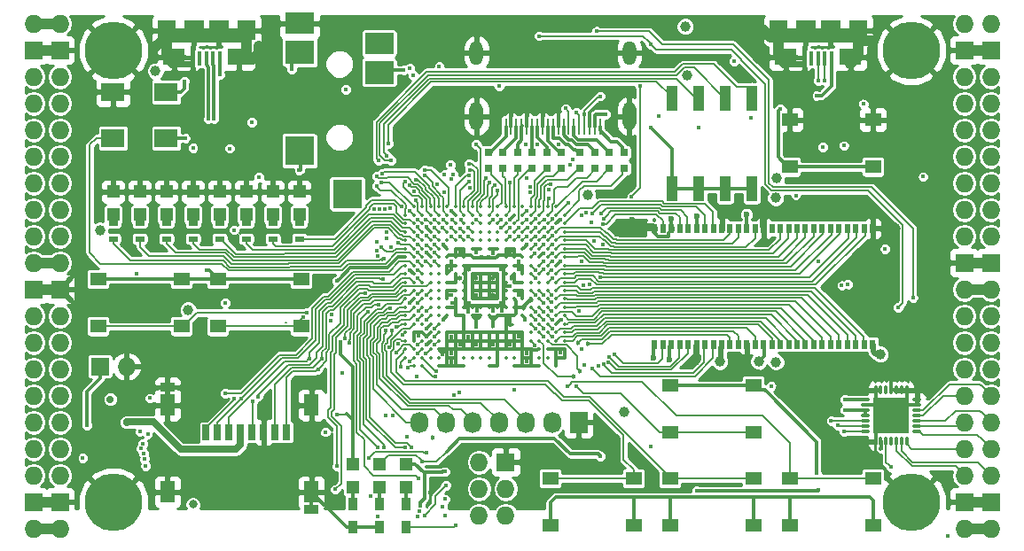
<source format=gtl>
G04 #@! TF.FileFunction,Copper,L1,Top,Signal*
%FSLAX46Y46*%
G04 Gerber Fmt 4.6, Leading zero omitted, Abs format (unit mm)*
G04 Created by KiCad (PCBNEW 4.0.7+dfsg1-1) date Sat Feb 17 12:09:48 2018*
%MOMM*%
%LPD*%
G01*
G04 APERTURE LIST*
%ADD10C,0.100000*%
%ADD11O,1.727200X1.727200*%
%ADD12R,1.727200X1.727200*%
%ADD13C,5.500000*%
%ADD14R,0.900000X1.200000*%
%ADD15R,2.100000X1.600000*%
%ADD16R,1.900000X1.900000*%
%ADD17R,0.400000X1.350000*%
%ADD18R,1.800000X1.900000*%
%ADD19O,0.850000X0.300000*%
%ADD20O,0.300000X0.850000*%
%ADD21R,1.675000X1.675000*%
%ADD22R,1.727200X2.032000*%
%ADD23O,1.727200X2.032000*%
%ADD24R,1.550000X1.300000*%
%ADD25R,1.120000X2.440000*%
%ADD26C,0.350000*%
%ADD27R,1.200000X1.200000*%
%ADD28R,2.800000X2.000000*%
%ADD29R,2.800000X2.200000*%
%ADD30R,2.800000X2.800000*%
%ADD31O,1.300000X2.700000*%
%ADD32O,1.300000X2.300000*%
%ADD33R,0.250000X1.600000*%
%ADD34R,0.700000X1.500000*%
%ADD35R,1.450000X0.900000*%
%ADD36R,1.450000X2.000000*%
%ADD37R,2.200000X1.800000*%
%ADD38R,0.560000X0.900000*%
%ADD39R,0.900000X0.500000*%
%ADD40R,0.750000X0.800000*%
%ADD41C,0.400000*%
%ADD42C,1.000000*%
%ADD43C,0.600000*%
%ADD44C,0.454000*%
%ADD45C,0.800000*%
%ADD46C,0.700000*%
%ADD47C,0.300000*%
%ADD48C,0.190000*%
%ADD49C,1.000000*%
%ADD50C,0.500000*%
%ADD51C,0.600000*%
%ADD52C,0.200000*%
%ADD53C,0.700000*%
%ADD54C,0.127000*%
%ADD55C,0.254000*%
G04 APERTURE END LIST*
D10*
D11*
X97910000Y-62690000D03*
X95370000Y-62690000D03*
D12*
X97910000Y-65230000D03*
X95370000Y-65230000D03*
D11*
X97910000Y-67770000D03*
X95370000Y-67770000D03*
X97910000Y-70310000D03*
X95370000Y-70310000D03*
X97910000Y-72850000D03*
X95370000Y-72850000D03*
X97910000Y-75390000D03*
X95370000Y-75390000D03*
X97910000Y-77930000D03*
X95370000Y-77930000D03*
X97910000Y-80470000D03*
X95370000Y-80470000D03*
X97910000Y-83010000D03*
X95370000Y-83010000D03*
X97910000Y-85550000D03*
X95370000Y-85550000D03*
D12*
X97910000Y-88090000D03*
X95370000Y-88090000D03*
D11*
X97910000Y-90630000D03*
X95370000Y-90630000D03*
X97910000Y-93170000D03*
X95370000Y-93170000D03*
X97910000Y-95710000D03*
X95370000Y-95710000D03*
X97910000Y-98250000D03*
X95370000Y-98250000D03*
X97910000Y-100790000D03*
X95370000Y-100790000D03*
X97910000Y-103330000D03*
X95370000Y-103330000D03*
X97910000Y-105870000D03*
X95370000Y-105870000D03*
D12*
X97910000Y-108410000D03*
X95370000Y-108410000D03*
D11*
X97910000Y-110950000D03*
X95370000Y-110950000D03*
X184270000Y-110950000D03*
X186810000Y-110950000D03*
D12*
X184270000Y-108410000D03*
X186810000Y-108410000D03*
D11*
X184270000Y-105870000D03*
X186810000Y-105870000D03*
X184270000Y-103330000D03*
X186810000Y-103330000D03*
X184270000Y-100790000D03*
X186810000Y-100790000D03*
X184270000Y-98250000D03*
X186810000Y-98250000D03*
X184270000Y-95710000D03*
X186810000Y-95710000D03*
X184270000Y-93170000D03*
X186810000Y-93170000D03*
X184270000Y-90630000D03*
X186810000Y-90630000D03*
X184270000Y-88090000D03*
X186810000Y-88090000D03*
D12*
X184270000Y-85550000D03*
X186810000Y-85550000D03*
D11*
X184270000Y-83010000D03*
X186810000Y-83010000D03*
X184270000Y-80470000D03*
X186810000Y-80470000D03*
X184270000Y-77930000D03*
X186810000Y-77930000D03*
X184270000Y-75390000D03*
X186810000Y-75390000D03*
X184270000Y-72850000D03*
X186810000Y-72850000D03*
X184270000Y-70310000D03*
X186810000Y-70310000D03*
X184270000Y-67770000D03*
X186810000Y-67770000D03*
D12*
X184270000Y-65230000D03*
X186810000Y-65230000D03*
D11*
X184270000Y-62690000D03*
X186810000Y-62690000D03*
D13*
X102990000Y-108410000D03*
X179190000Y-108410000D03*
X179190000Y-65230000D03*
X102990000Y-65230000D03*
D12*
X101720000Y-95456000D03*
D11*
X104260000Y-95456000D03*
D14*
X128390000Y-108580000D03*
X128390000Y-110780000D03*
X130930000Y-110780000D03*
X130930000Y-108580000D03*
D15*
X114980000Y-65875000D03*
X108780000Y-65875000D03*
D16*
X113080000Y-63325000D03*
X110680000Y-63325000D03*
D17*
X113180000Y-66000000D03*
X112530000Y-66000000D03*
X111880000Y-66000000D03*
X111230000Y-66000000D03*
X110580000Y-66000000D03*
D18*
X115680000Y-63325000D03*
X108080000Y-63325000D03*
D15*
X173400000Y-65875000D03*
X167200000Y-65875000D03*
D16*
X171500000Y-63325000D03*
X169100000Y-63325000D03*
D17*
X171600000Y-66000000D03*
X170950000Y-66000000D03*
X170300000Y-66000000D03*
X169650000Y-66000000D03*
X169000000Y-66000000D03*
D18*
X174100000Y-63325000D03*
X166500000Y-63325000D03*
D12*
X140455000Y-104600000D03*
D11*
X137915000Y-104600000D03*
X140455000Y-107140000D03*
X137915000Y-107140000D03*
X140455000Y-109680000D03*
X137915000Y-109680000D03*
D19*
X179735000Y-101655000D03*
X179735000Y-101155000D03*
X179735000Y-100655000D03*
X179735000Y-100155000D03*
X179735000Y-99655000D03*
X179735000Y-99155000D03*
X179735000Y-98655000D03*
D20*
X178785000Y-97705000D03*
X178285000Y-97705000D03*
X177785000Y-97705000D03*
X177285000Y-97705000D03*
X176785000Y-97705000D03*
X176285000Y-97705000D03*
X175785000Y-97705000D03*
D19*
X174835000Y-98655000D03*
X174835000Y-99155000D03*
X174835000Y-99655000D03*
X174835000Y-100155000D03*
X174835000Y-100655000D03*
X174835000Y-101155000D03*
X174835000Y-101655000D03*
D20*
X175785000Y-102605000D03*
X176285000Y-102605000D03*
X176785000Y-102605000D03*
X177285000Y-102605000D03*
X177785000Y-102605000D03*
X178285000Y-102605000D03*
X178785000Y-102605000D03*
D21*
X176447500Y-99317500D03*
X176447500Y-100992500D03*
X178122500Y-99317500D03*
X178122500Y-100992500D03*
D22*
X147440000Y-100790000D03*
D23*
X144900000Y-100790000D03*
X142360000Y-100790000D03*
X139820000Y-100790000D03*
X137280000Y-100790000D03*
X134740000Y-100790000D03*
X132200000Y-100790000D03*
D24*
X175550000Y-71870000D03*
X175550000Y-76370000D03*
X167590000Y-76370000D03*
X167590000Y-71870000D03*
X101550000Y-91610000D03*
X101550000Y-87110000D03*
X109510000Y-87110000D03*
X109510000Y-91610000D03*
X112980000Y-91610000D03*
X112980000Y-87110000D03*
X120940000Y-87110000D03*
X120940000Y-91610000D03*
X156160000Y-101770000D03*
X156160000Y-97270000D03*
X164120000Y-97270000D03*
X164120000Y-101770000D03*
X164120000Y-106160000D03*
X164120000Y-110660000D03*
X156160000Y-110660000D03*
X156160000Y-106160000D03*
X152690000Y-106160000D03*
X152690000Y-110660000D03*
X144730000Y-110660000D03*
X144730000Y-106160000D03*
X175550000Y-106160000D03*
X175550000Y-110660000D03*
X167590000Y-110660000D03*
X167590000Y-106160000D03*
D25*
X156330000Y-78425000D03*
X163950000Y-69815000D03*
X158870000Y-78425000D03*
X161410000Y-69815000D03*
X161410000Y-78425000D03*
X158870000Y-69815000D03*
X163950000Y-78425000D03*
X156330000Y-69815000D03*
D26*
X131680000Y-80200000D03*
X132480000Y-80200000D03*
X133280000Y-80200000D03*
X134080000Y-80200000D03*
X134880000Y-80200000D03*
X135680000Y-80200000D03*
X136480000Y-80200000D03*
X137280000Y-80200000D03*
X138080000Y-80200000D03*
X138880000Y-80200000D03*
X139680000Y-80200000D03*
X140480000Y-80200000D03*
X141280000Y-80200000D03*
X142080000Y-80200000D03*
X142880000Y-80200000D03*
X143680000Y-80200000D03*
X144480000Y-80200000D03*
X145280000Y-80200000D03*
X130880000Y-81000000D03*
X131680000Y-81000000D03*
X132480000Y-81000000D03*
X133280000Y-81000000D03*
X134080000Y-81000000D03*
X134880000Y-81000000D03*
X135680000Y-81000000D03*
X136480000Y-81000000D03*
X137280000Y-81000000D03*
X138080000Y-81000000D03*
X138880000Y-81000000D03*
X139680000Y-81000000D03*
X140480000Y-81000000D03*
X141280000Y-81000000D03*
X142080000Y-81000000D03*
X142880000Y-81000000D03*
X143680000Y-81000000D03*
X144480000Y-81000000D03*
X145280000Y-81000000D03*
X146080000Y-81000000D03*
X130880000Y-81800000D03*
X131680000Y-81800000D03*
X132480000Y-81800000D03*
X133280000Y-81800000D03*
X134080000Y-81800000D03*
X134880000Y-81800000D03*
X135680000Y-81800000D03*
X136480000Y-81800000D03*
X137280000Y-81800000D03*
X138080000Y-81800000D03*
X138880000Y-81800000D03*
X139680000Y-81800000D03*
X140480000Y-81800000D03*
X141280000Y-81800000D03*
X142080000Y-81800000D03*
X142880000Y-81800000D03*
X143680000Y-81800000D03*
X144480000Y-81800000D03*
X145280000Y-81800000D03*
X146080000Y-81800000D03*
X130880000Y-82600000D03*
X131680000Y-82600000D03*
X132480000Y-82600000D03*
X133280000Y-82600000D03*
X134080000Y-82600000D03*
X134880000Y-82600000D03*
X135680000Y-82600000D03*
X136480000Y-82600000D03*
X137280000Y-82600000D03*
X138080000Y-82600000D03*
X138880000Y-82600000D03*
X139680000Y-82600000D03*
X140480000Y-82600000D03*
X141280000Y-82600000D03*
X142080000Y-82600000D03*
X142880000Y-82600000D03*
X143680000Y-82600000D03*
X144480000Y-82600000D03*
X145280000Y-82600000D03*
X146080000Y-82600000D03*
X130880000Y-83400000D03*
X131680000Y-83400000D03*
X132480000Y-83400000D03*
X133280000Y-83400000D03*
X134080000Y-83400000D03*
X134880000Y-83400000D03*
X135680000Y-83400000D03*
X136480000Y-83400000D03*
X137280000Y-83400000D03*
X138080000Y-83400000D03*
X138880000Y-83400000D03*
X139680000Y-83400000D03*
X140480000Y-83400000D03*
X141280000Y-83400000D03*
X142080000Y-83400000D03*
X142880000Y-83400000D03*
X143680000Y-83400000D03*
X144480000Y-83400000D03*
X145280000Y-83400000D03*
X146080000Y-83400000D03*
X130880000Y-84200000D03*
X131680000Y-84200000D03*
X132480000Y-84200000D03*
X133280000Y-84200000D03*
X134080000Y-84200000D03*
X134880000Y-84200000D03*
X135680000Y-84200000D03*
X136480000Y-84200000D03*
X137280000Y-84200000D03*
X138080000Y-84200000D03*
X138880000Y-84200000D03*
X139680000Y-84200000D03*
X140480000Y-84200000D03*
X141280000Y-84200000D03*
X142080000Y-84200000D03*
X142880000Y-84200000D03*
X143680000Y-84200000D03*
X144480000Y-84200000D03*
X145280000Y-84200000D03*
X146080000Y-84200000D03*
X130880000Y-85000000D03*
X131680000Y-85000000D03*
X132480000Y-85000000D03*
X133280000Y-85000000D03*
X134080000Y-85000000D03*
X134880000Y-85000000D03*
X135680000Y-85000000D03*
X136480000Y-85000000D03*
X137280000Y-85000000D03*
X138080000Y-85000000D03*
X138880000Y-85000000D03*
X139680000Y-85000000D03*
X140480000Y-85000000D03*
X141280000Y-85000000D03*
X142080000Y-85000000D03*
X142880000Y-85000000D03*
X143680000Y-85000000D03*
X144480000Y-85000000D03*
X145280000Y-85000000D03*
X146080000Y-85000000D03*
X130880000Y-85800000D03*
X131680000Y-85800000D03*
X132480000Y-85800000D03*
X133280000Y-85800000D03*
X134080000Y-85800000D03*
X134880000Y-85800000D03*
X135680000Y-85800000D03*
X136480000Y-85800000D03*
X137280000Y-85800000D03*
X138080000Y-85800000D03*
X138880000Y-85800000D03*
X139680000Y-85800000D03*
X140480000Y-85800000D03*
X141280000Y-85800000D03*
X142080000Y-85800000D03*
X142880000Y-85800000D03*
X143680000Y-85800000D03*
X144480000Y-85800000D03*
X145280000Y-85800000D03*
X146080000Y-85800000D03*
X130880000Y-86600000D03*
X131680000Y-86600000D03*
X132480000Y-86600000D03*
X133280000Y-86600000D03*
X134080000Y-86600000D03*
X134880000Y-86600000D03*
X135680000Y-86600000D03*
X136480000Y-86600000D03*
X137280000Y-86600000D03*
X138080000Y-86600000D03*
X138880000Y-86600000D03*
X139680000Y-86600000D03*
X140480000Y-86600000D03*
X141280000Y-86600000D03*
X142080000Y-86600000D03*
X142880000Y-86600000D03*
X143680000Y-86600000D03*
X144480000Y-86600000D03*
X145280000Y-86600000D03*
X146080000Y-86600000D03*
X130880000Y-87400000D03*
X131680000Y-87400000D03*
X132480000Y-87400000D03*
X133280000Y-87400000D03*
X134080000Y-87400000D03*
X134880000Y-87400000D03*
X135680000Y-87400000D03*
X136480000Y-87400000D03*
X137280000Y-87400000D03*
X138080000Y-87400000D03*
X138880000Y-87400000D03*
X139680000Y-87400000D03*
X140480000Y-87400000D03*
X141280000Y-87400000D03*
X142080000Y-87400000D03*
X142880000Y-87400000D03*
X143680000Y-87400000D03*
X144480000Y-87400000D03*
X145280000Y-87400000D03*
X146080000Y-87400000D03*
X130880000Y-88200000D03*
X131680000Y-88200000D03*
X132480000Y-88200000D03*
X133280000Y-88200000D03*
X134080000Y-88200000D03*
X134880000Y-88200000D03*
X135680000Y-88200000D03*
X136480000Y-88200000D03*
X137280000Y-88200000D03*
X138080000Y-88200000D03*
X138880000Y-88200000D03*
X139680000Y-88200000D03*
X140480000Y-88200000D03*
X141280000Y-88200000D03*
X142080000Y-88200000D03*
X142880000Y-88200000D03*
X143680000Y-88200000D03*
X144480000Y-88200000D03*
X145280000Y-88200000D03*
X146080000Y-88200000D03*
X130880000Y-89000000D03*
X131680000Y-89000000D03*
X132480000Y-89000000D03*
X133280000Y-89000000D03*
X134080000Y-89000000D03*
X134880000Y-89000000D03*
X135680000Y-89000000D03*
X136480000Y-89000000D03*
X137280000Y-89000000D03*
X138080000Y-89000000D03*
X138880000Y-89000000D03*
X139680000Y-89000000D03*
X140480000Y-89000000D03*
X141280000Y-89000000D03*
X142080000Y-89000000D03*
X142880000Y-89000000D03*
X143680000Y-89000000D03*
X144480000Y-89000000D03*
X145280000Y-89000000D03*
X146080000Y-89000000D03*
X130880000Y-89800000D03*
X131680000Y-89800000D03*
X132480000Y-89800000D03*
X133280000Y-89800000D03*
X134080000Y-89800000D03*
X134880000Y-89800000D03*
X135680000Y-89800000D03*
X136480000Y-89800000D03*
X137280000Y-89800000D03*
X138080000Y-89800000D03*
X138880000Y-89800000D03*
X139680000Y-89800000D03*
X140480000Y-89800000D03*
X141280000Y-89800000D03*
X142080000Y-89800000D03*
X142880000Y-89800000D03*
X143680000Y-89800000D03*
X144480000Y-89800000D03*
X145280000Y-89800000D03*
X146080000Y-89800000D03*
X130880000Y-90600000D03*
X131680000Y-90600000D03*
X132480000Y-90600000D03*
X133280000Y-90600000D03*
X134080000Y-90600000D03*
X134880000Y-90600000D03*
X135680000Y-90600000D03*
X136480000Y-90600000D03*
X137280000Y-90600000D03*
X138080000Y-90600000D03*
X138880000Y-90600000D03*
X139680000Y-90600000D03*
X140480000Y-90600000D03*
X141280000Y-90600000D03*
X142080000Y-90600000D03*
X142880000Y-90600000D03*
X143680000Y-90600000D03*
X144480000Y-90600000D03*
X145280000Y-90600000D03*
X146080000Y-90600000D03*
X130880000Y-91400000D03*
X131680000Y-91400000D03*
X132480000Y-91400000D03*
X133280000Y-91400000D03*
X134080000Y-91400000D03*
X142880000Y-91400000D03*
X143680000Y-91400000D03*
X144480000Y-91400000D03*
X145280000Y-91400000D03*
X146080000Y-91400000D03*
X130880000Y-92200000D03*
X131680000Y-92200000D03*
X132480000Y-92200000D03*
X133280000Y-92200000D03*
X134080000Y-92200000D03*
X134880000Y-92200000D03*
X135680000Y-92200000D03*
X136480000Y-92200000D03*
X137280000Y-92200000D03*
X138080000Y-92200000D03*
X138880000Y-92200000D03*
X139680000Y-92200000D03*
X140480000Y-92200000D03*
X141280000Y-92200000D03*
X142080000Y-92200000D03*
X142880000Y-92200000D03*
X143680000Y-92200000D03*
X144480000Y-92200000D03*
X145280000Y-92200000D03*
X146080000Y-92200000D03*
X130880000Y-93000000D03*
X131680000Y-93000000D03*
X132480000Y-93000000D03*
X133280000Y-93000000D03*
X134080000Y-93000000D03*
X134880000Y-93000000D03*
X135680000Y-93000000D03*
X136480000Y-93000000D03*
X137280000Y-93000000D03*
X138080000Y-93000000D03*
X138880000Y-93000000D03*
X139680000Y-93000000D03*
X140480000Y-93000000D03*
X141280000Y-93000000D03*
X142080000Y-93000000D03*
X142880000Y-93000000D03*
X143680000Y-93000000D03*
X144480000Y-93000000D03*
X145280000Y-93000000D03*
X146080000Y-93000000D03*
X130880000Y-93800000D03*
X131680000Y-93800000D03*
X132480000Y-93800000D03*
X133280000Y-93800000D03*
X134080000Y-93800000D03*
X134880000Y-93800000D03*
X135680000Y-93800000D03*
X136480000Y-93800000D03*
X137280000Y-93800000D03*
X138080000Y-93800000D03*
X138880000Y-93800000D03*
X139680000Y-93800000D03*
X140480000Y-93800000D03*
X141280000Y-93800000D03*
X142080000Y-93800000D03*
X142880000Y-93800000D03*
X143680000Y-93800000D03*
X144480000Y-93800000D03*
X145280000Y-93800000D03*
X146080000Y-93800000D03*
X130880000Y-94600000D03*
X131680000Y-94600000D03*
X132480000Y-94600000D03*
X133280000Y-94600000D03*
X134080000Y-94600000D03*
X134880000Y-94600000D03*
X135680000Y-94600000D03*
X136480000Y-94600000D03*
X137280000Y-94600000D03*
X138080000Y-94600000D03*
X138880000Y-94600000D03*
X139680000Y-94600000D03*
X140480000Y-94600000D03*
X141280000Y-94600000D03*
X142080000Y-94600000D03*
X142880000Y-94600000D03*
X143680000Y-94600000D03*
X144480000Y-94600000D03*
X145280000Y-94600000D03*
X146080000Y-94600000D03*
X131680000Y-95400000D03*
X132480000Y-95400000D03*
X134080000Y-95400000D03*
X134880000Y-95400000D03*
X135680000Y-95400000D03*
X136480000Y-95400000D03*
X138880000Y-95400000D03*
X139680000Y-95400000D03*
X141280000Y-95400000D03*
X142080000Y-95400000D03*
X142880000Y-95400000D03*
X143680000Y-95400000D03*
X145280000Y-95400000D03*
D27*
X125850000Y-104770000D03*
X125850000Y-106970000D03*
D14*
X125850000Y-108580000D03*
X125850000Y-110780000D03*
D27*
X128390000Y-104770000D03*
X128390000Y-106970000D03*
X120770000Y-80935000D03*
X120770000Y-78735000D03*
X118230000Y-80935000D03*
X118230000Y-78735000D03*
X115690000Y-80935000D03*
X115690000Y-78735000D03*
X113150000Y-80935000D03*
X113150000Y-78735000D03*
X110610000Y-80935000D03*
X110610000Y-78735000D03*
X108070000Y-80935000D03*
X108070000Y-78735000D03*
X105530000Y-80935000D03*
X105530000Y-78735000D03*
X102990000Y-80935000D03*
X102990000Y-78735000D03*
X130930000Y-104770000D03*
X130930000Y-106970000D03*
D28*
X120780000Y-62648000D03*
D29*
X120780000Y-65448000D03*
D30*
X120780000Y-74848000D03*
X125330000Y-78948000D03*
D29*
X128380000Y-67348000D03*
D28*
X128380000Y-64548000D03*
D31*
X152280000Y-71550000D03*
X137680000Y-71550000D03*
D32*
X137680000Y-65500000D03*
D33*
X140480000Y-72500000D03*
X140980000Y-72500000D03*
X141480000Y-72500000D03*
X141980000Y-72500000D03*
X142480000Y-72500000D03*
X142980000Y-72500000D03*
X143480000Y-72500000D03*
X143980000Y-72500000D03*
X144480000Y-72500000D03*
X144980000Y-72500000D03*
X145480000Y-72500000D03*
X145980000Y-72500000D03*
X146480000Y-72500000D03*
X146980000Y-72500000D03*
X147480000Y-72500000D03*
X147980000Y-72500000D03*
X148480000Y-72500000D03*
X148980000Y-72500000D03*
X149480000Y-72500000D03*
D32*
X152280000Y-65500000D03*
D34*
X111850000Y-101750000D03*
X112950000Y-101750000D03*
X114050000Y-101750000D03*
X115150000Y-101750000D03*
X116250000Y-101750000D03*
X117350000Y-101750000D03*
X118450000Y-101750000D03*
X119550000Y-101750000D03*
D35*
X108175000Y-97450000D03*
X121925000Y-109150000D03*
D36*
X121925000Y-99150000D03*
X108175000Y-99150000D03*
X108175000Y-107450000D03*
X121925000Y-107450000D03*
D37*
X108040000Y-69220000D03*
X102960000Y-69220000D03*
X102960000Y-73620000D03*
X108040000Y-73620000D03*
D38*
X175493000Y-82270000D03*
X154693000Y-93330000D03*
X155493000Y-93330000D03*
X156293000Y-93330000D03*
X157093000Y-93330000D03*
X157893000Y-93330000D03*
X158693000Y-93330000D03*
X159493000Y-93330000D03*
X160293000Y-93330000D03*
X161093000Y-93330000D03*
X161893000Y-93330000D03*
X162693000Y-93330000D03*
X163493000Y-93330000D03*
X164293000Y-93330000D03*
X165093000Y-93330000D03*
X165893000Y-93330000D03*
X166693000Y-93330000D03*
X167493000Y-93330000D03*
X168293000Y-93330000D03*
X169093000Y-93330000D03*
X169893000Y-93330000D03*
X170693000Y-93330000D03*
X171493000Y-93330000D03*
X172293000Y-93330000D03*
X173093000Y-93330000D03*
X173893000Y-93330000D03*
X174693000Y-93330000D03*
X175493000Y-93330000D03*
X174693000Y-82270000D03*
X173893000Y-82270000D03*
X173093000Y-82270000D03*
X172293000Y-82270000D03*
X171493000Y-82270000D03*
X170693000Y-82270000D03*
X169893000Y-82270000D03*
X169093000Y-82270000D03*
X168293000Y-82270000D03*
X167493000Y-82270000D03*
X166693000Y-82270000D03*
X165893000Y-82270000D03*
X165093000Y-82270000D03*
X164293000Y-82270000D03*
X163493000Y-82270000D03*
X162693000Y-82270000D03*
X161893000Y-82270000D03*
X161093000Y-82270000D03*
X160293000Y-82270000D03*
X159493000Y-82270000D03*
X158693000Y-82270000D03*
X157893000Y-82270000D03*
X157093000Y-82270000D03*
X156293000Y-82270000D03*
X155493000Y-82270000D03*
X154693000Y-82270000D03*
D39*
X120770000Y-83252000D03*
X120770000Y-81752000D03*
X118230000Y-83252000D03*
X118230000Y-81752000D03*
X115690000Y-83252000D03*
X115690000Y-81752000D03*
X113150000Y-83252000D03*
X113150000Y-81752000D03*
X110610000Y-83252000D03*
X110610000Y-81752000D03*
X108070000Y-83252000D03*
X108070000Y-81752000D03*
X105530000Y-83252000D03*
X105530000Y-81752000D03*
X102990000Y-83252000D03*
X102990000Y-81752000D03*
D40*
X150361000Y-75021000D03*
X150361000Y-76521000D03*
X151758000Y-75021000D03*
X151758000Y-76521000D03*
X140201000Y-75021000D03*
X140201000Y-76521000D03*
X142995000Y-75021000D03*
X142995000Y-76521000D03*
X145789000Y-75021000D03*
X145789000Y-76521000D03*
X148964000Y-75021000D03*
X148964000Y-76521000D03*
X138804000Y-75021000D03*
X138804000Y-76521000D03*
X141598000Y-75021000D03*
X141598000Y-76521000D03*
X144392000Y-75021000D03*
X144392000Y-76521000D03*
X147567000Y-75009000D03*
X147567000Y-76509000D03*
D41*
X173856000Y-71538990D03*
D42*
X164947008Y-63194069D03*
X175494572Y-64322557D03*
D41*
X135342764Y-89381630D03*
X144103496Y-84660400D03*
D42*
X177658444Y-82281349D03*
D41*
X145680000Y-81405125D03*
X145691238Y-94166752D03*
X145759873Y-91010176D03*
D43*
X152525938Y-81463870D03*
D42*
X162956098Y-95078488D03*
X158539988Y-94868772D03*
D43*
X161075765Y-80992022D03*
X164882869Y-80938986D03*
X156262773Y-81349374D03*
X123437000Y-108972000D03*
D41*
X132871770Y-84533979D03*
X132862998Y-82124544D03*
X131278306Y-86213101D03*
X135281276Y-80583119D03*
X131279502Y-89407325D03*
X170309539Y-85441529D03*
X145672808Y-85396062D03*
X133216000Y-107465000D03*
X137680000Y-88600000D03*
X142480000Y-95000000D03*
X141680000Y-92600000D03*
X140836000Y-84534000D03*
X135284627Y-94985297D03*
X135288625Y-94225619D03*
X134455822Y-94267172D03*
X136095958Y-93369652D03*
D44*
X139264636Y-91615205D03*
D42*
X116880503Y-64802940D03*
X106974809Y-64953974D03*
D41*
X177285000Y-95710000D03*
X140880000Y-81400000D03*
X140874194Y-91433353D03*
X142480000Y-94200000D03*
X140880000Y-93400000D03*
X139280000Y-93400000D03*
X137680000Y-93400000D03*
X136880000Y-92600000D03*
X135280000Y-92600000D03*
X132880000Y-91800000D03*
X132880000Y-93400000D03*
D44*
X141042859Y-86994997D03*
X139280000Y-87000000D03*
X136110990Y-86995403D03*
X137680000Y-87000000D03*
X136080000Y-84600000D03*
X139280000Y-88600000D03*
D42*
X157807568Y-67669269D03*
X101707889Y-82423180D03*
X107021491Y-67228122D03*
X166284693Y-95025145D03*
X166248957Y-79348409D03*
X166343357Y-77477990D03*
D41*
X172564535Y-87722010D03*
X150030853Y-71331848D03*
D42*
X157600000Y-62944000D03*
X148268387Y-79050018D03*
D41*
X134124945Y-66775980D03*
X139864366Y-68665673D03*
X137659051Y-91638034D03*
X135273306Y-88618602D03*
X135280000Y-86200000D03*
X135280000Y-85440000D03*
X158870000Y-72596000D03*
X114513935Y-82409431D03*
X116912932Y-77355158D03*
X109760378Y-68177900D03*
X109840000Y-73620000D03*
X132110753Y-92527478D03*
X113658000Y-89360000D03*
X165803369Y-97344883D03*
D42*
X160905403Y-95006436D03*
D43*
X158731133Y-81048929D03*
X154593901Y-94607945D03*
X156088245Y-94762980D03*
D42*
X164625730Y-94982471D03*
D43*
X163462982Y-80942429D03*
D42*
X176254940Y-94288458D03*
D45*
X110593913Y-108636458D03*
D41*
X180340784Y-77316932D03*
X173137949Y-87594275D03*
D46*
X102710050Y-98594954D03*
D41*
X129005202Y-100174798D03*
X172834633Y-99599920D03*
X172879922Y-98618650D03*
X176305593Y-103279812D03*
X100080000Y-104200000D03*
X139272517Y-84611349D03*
X137680556Y-84534085D03*
X141680000Y-86200000D03*
X132880000Y-92600000D03*
X141680000Y-88600000D03*
X141680000Y-85400000D03*
X129983242Y-91668979D03*
X121431221Y-90311593D03*
X121088335Y-90753785D03*
X130583026Y-92475628D03*
X146394787Y-97333919D03*
X143300000Y-86220000D03*
X147175985Y-97333919D03*
X147700000Y-93820000D03*
X144900000Y-91820000D03*
X142277990Y-91000000D03*
D42*
X110128890Y-90028152D03*
D41*
X142480000Y-83800000D03*
X134480000Y-83800000D03*
X134480000Y-91000000D03*
X125193541Y-68962993D03*
X155115280Y-71563465D03*
X105245010Y-86595559D03*
X170182962Y-69571012D03*
X170362901Y-107286196D03*
X158716651Y-107325176D03*
X136028224Y-97922729D03*
X128216338Y-109760338D03*
X132708000Y-109680000D03*
X134750646Y-106810513D03*
X133680000Y-91800000D03*
X135517016Y-98167170D03*
X134675868Y-108131585D03*
D44*
X133449289Y-102232615D03*
D41*
X133680000Y-92600000D03*
X132936956Y-103711000D03*
X127385678Y-104203668D03*
X133685482Y-93402296D03*
X134463998Y-108841973D03*
X131986331Y-96404793D03*
X131039072Y-102187000D03*
X134636872Y-109719950D03*
X132846234Y-94197073D03*
X176700000Y-84220000D03*
X143260000Y-84620000D03*
X120739932Y-76694083D03*
X130704878Y-67105564D03*
X147983153Y-71347080D03*
X149475951Y-69619684D03*
X147186000Y-71200000D03*
X121687479Y-94718249D03*
X128776655Y-87127857D03*
X132083026Y-86260405D03*
X113700000Y-98020000D03*
X116325960Y-98790853D03*
X122932649Y-94724357D03*
X124849021Y-96102869D03*
X122527919Y-95725900D03*
X116198000Y-72088000D03*
X127586603Y-107875044D03*
X113157250Y-67567056D03*
X146180000Y-70800000D03*
X131453853Y-103208291D03*
X149771692Y-81825658D03*
X144080000Y-86200000D03*
X149533922Y-86909940D03*
X144894316Y-86977564D03*
X144896700Y-83835368D03*
X149549750Y-80868432D03*
D44*
X147343891Y-93217126D03*
D41*
X144113248Y-92588762D03*
X144875155Y-86292748D03*
X149846468Y-81303978D03*
X148696112Y-80861847D03*
X144916886Y-82991356D03*
D44*
X148349010Y-93322307D03*
D41*
X144882352Y-92577990D03*
X144902941Y-90956495D03*
X148747982Y-95669626D03*
X144867244Y-90112484D03*
X149795895Y-95251084D03*
X144855814Y-89268481D03*
X150278898Y-95040253D03*
X150345974Y-94517527D03*
X144877648Y-88622010D03*
X150889207Y-94332565D03*
X143280000Y-87000000D03*
X130211351Y-93284273D03*
X131084713Y-95564177D03*
X130422000Y-95456000D03*
X131316164Y-94959140D03*
X130053332Y-94113207D03*
X132031990Y-93400000D03*
X129371747Y-93601166D03*
X141280657Y-97642010D03*
X133852393Y-95875797D03*
X133762848Y-96395146D03*
X132080000Y-94200000D03*
X128622659Y-84064643D03*
X105895603Y-103765816D03*
X130839477Y-103208987D03*
X129449238Y-89873934D03*
X132075624Y-89410644D03*
X128806823Y-103185900D03*
X128312094Y-89556924D03*
X132162861Y-106185868D03*
X132880000Y-88600000D03*
X127040053Y-88426410D03*
X124322162Y-105002357D03*
X132080000Y-87000000D03*
X125525099Y-93236764D03*
X124202418Y-107207639D03*
X110599084Y-74589383D03*
X132024412Y-109766775D03*
X114104080Y-74612196D03*
X132219727Y-109277292D03*
X115190634Y-98572389D03*
X131847310Y-79589886D03*
X132080000Y-81400000D03*
X132080007Y-82103333D03*
X132872609Y-82968555D03*
X133627359Y-81414685D03*
X133648389Y-82190597D03*
X131923295Y-77584853D03*
X130856828Y-77786820D03*
X129555604Y-91985990D03*
X132880000Y-91000000D03*
X129028593Y-91985999D03*
X132077338Y-91002010D03*
X131275302Y-80595752D03*
X130489904Y-80167235D03*
X128823114Y-85153560D03*
X132072985Y-85377990D03*
X133876016Y-78047133D03*
X134433979Y-82180155D03*
X163908850Y-71651861D03*
X135656559Y-110610712D03*
X149495225Y-104009099D03*
X132468001Y-104503413D03*
D46*
X104260000Y-100790000D03*
D41*
X114560994Y-98539563D03*
X116800000Y-98320000D03*
X111895217Y-86253790D03*
X165170594Y-97666317D03*
X170157734Y-105666345D03*
X169506589Y-107953726D03*
X142571021Y-82204353D03*
X143287402Y-83042010D03*
X170735900Y-74464979D03*
X154317617Y-103095729D03*
X168166438Y-79108038D03*
X112614274Y-71803529D03*
X112074854Y-71810535D03*
X143269694Y-93414905D03*
X177274002Y-105079115D03*
X172761273Y-101651681D03*
X143280000Y-91800000D03*
X172193360Y-101105663D03*
X144064831Y-91877646D03*
X144080000Y-90956495D03*
X171540304Y-100645743D03*
X135277990Y-82193851D03*
X129493343Y-75737814D03*
X136124555Y-82260038D03*
X129125079Y-75315804D03*
X135175257Y-76183471D03*
X136080000Y-83000000D03*
X129252218Y-74142461D03*
X142452365Y-77452681D03*
X142460000Y-83020000D03*
X172746637Y-74347988D03*
X143280000Y-83800000D03*
X170300000Y-68151000D03*
X170950000Y-68125562D03*
X125110333Y-92787995D03*
X124361185Y-87274371D03*
X124361184Y-87274370D03*
X182675150Y-111637626D03*
X166678914Y-70803555D03*
X123273881Y-101715917D03*
X129660000Y-100155000D03*
X127308270Y-90221456D03*
X132084049Y-88558274D03*
X128280000Y-103200000D03*
X120008000Y-67008000D03*
X133680000Y-83000000D03*
X129457990Y-80285112D03*
X133680000Y-83800000D03*
X128943593Y-80399729D03*
X130204628Y-83599483D03*
X128416582Y-80399850D03*
X127889625Y-80407426D03*
X133680000Y-85400000D03*
X140896226Y-87816226D03*
X140038941Y-89350966D03*
X136944530Y-89373464D03*
D44*
X136938110Y-86196311D03*
D41*
X140014602Y-86192969D03*
X139285803Y-90177691D03*
X137689001Y-90122990D03*
D42*
X151758000Y-99774000D03*
D41*
X136885174Y-90194826D03*
X140094890Y-90122990D03*
X128333179Y-75769807D03*
X134613000Y-78819000D03*
X135280000Y-83022010D03*
X154298000Y-72596000D03*
X100450000Y-101044000D03*
X132285867Y-108754446D03*
X134707351Y-105508447D03*
X139280000Y-81400000D03*
X139655424Y-78608374D03*
X139379957Y-78147460D03*
X138920852Y-77888686D03*
X138601223Y-77469664D03*
X137620226Y-74221760D03*
X137680000Y-81400000D03*
X136970301Y-76084594D03*
X137008313Y-76692245D03*
X136991219Y-77219258D03*
X136991219Y-77746651D03*
X135473100Y-77078127D03*
X136160979Y-81416027D03*
X135235465Y-77548522D03*
X135316968Y-81442010D03*
X134629088Y-77130506D03*
X134471370Y-81406751D03*
D44*
X146942280Y-96452058D03*
X147534467Y-95913260D03*
D41*
X147928857Y-95339016D03*
X143322010Y-91000657D03*
X149284391Y-95377990D03*
X144077013Y-90266968D03*
X147430953Y-90112484D03*
X144076240Y-89395301D03*
X143322010Y-90201951D03*
X147910791Y-87683418D03*
X144082832Y-88584510D03*
X143322010Y-88595030D03*
X148483539Y-87608166D03*
X144102010Y-85397219D03*
X144889349Y-85448737D03*
X147687390Y-85374093D03*
X149732494Y-83807694D03*
X144912409Y-84635817D03*
X148921512Y-83442010D03*
X144103186Y-83777990D03*
X144131413Y-83000000D03*
X148610661Y-81705858D03*
X144888125Y-82147345D03*
X144176662Y-82199998D03*
X148175253Y-80781550D03*
X147688311Y-80983115D03*
X144880008Y-81303333D03*
X142773842Y-78808575D03*
X142460000Y-81420000D03*
X142766742Y-78281611D03*
X142460000Y-80620000D03*
X144568886Y-78517622D03*
X144175043Y-81398770D03*
X144786095Y-78037454D03*
X146587441Y-76174058D03*
X143332651Y-82197990D03*
X146901448Y-75654906D03*
X143331031Y-81377293D03*
X145475531Y-74189389D03*
X141727010Y-82998875D03*
X141727010Y-82194937D03*
X140028978Y-82200000D03*
X140857990Y-77894044D03*
X142390990Y-74236149D03*
X140861329Y-83041266D03*
X143457010Y-74219135D03*
X140872990Y-82177164D03*
X132761172Y-77202673D03*
X132737245Y-76676207D03*
X128644933Y-77050030D03*
X128152012Y-77257840D03*
X128125571Y-78233647D03*
X128590544Y-77894041D03*
X131253134Y-78134216D03*
X106477197Y-98487772D03*
X131709326Y-78745875D03*
X132783339Y-81400004D03*
X132079024Y-82984045D03*
X129109095Y-82655074D03*
X105572759Y-101661319D03*
X106276126Y-101893466D03*
X132880889Y-83897835D03*
X129054383Y-83179239D03*
X129487667Y-84079929D03*
X132083682Y-83828056D03*
X105813763Y-102819336D03*
X128165458Y-83509725D03*
X132062099Y-84533979D03*
X105627254Y-103312241D03*
X128182016Y-84353737D03*
X105992720Y-104283802D03*
X133671942Y-84595200D03*
X128207686Y-84880123D03*
X106088753Y-104974041D03*
X132834641Y-85377990D03*
X123714874Y-91057383D03*
X124326000Y-100028000D03*
X124681087Y-93093755D03*
X132900000Y-90180000D03*
X123846546Y-90451525D03*
X132100000Y-90157990D03*
X137020172Y-78350165D03*
X162271466Y-66284958D03*
X136900000Y-82220000D03*
X131329207Y-66928055D03*
X174611510Y-70367022D03*
X136900000Y-83020000D03*
X131644095Y-67620000D03*
X177926984Y-89812061D03*
X153297112Y-68665673D03*
X154329326Y-64643767D03*
X152497066Y-79193467D03*
X146481406Y-79819384D03*
X143650666Y-63862520D03*
X179351513Y-88868327D03*
X149134122Y-63424051D03*
X140035989Y-81400000D03*
X144568886Y-79361633D03*
D47*
X154680000Y-81486121D02*
X154657528Y-81463649D01*
D48*
X119425148Y-91210000D02*
X119484873Y-91269725D01*
D47*
X174055999Y-71738989D02*
X173856000Y-71538990D01*
X174187010Y-71870000D02*
X174055999Y-71738989D01*
X175550000Y-71870000D02*
X174187010Y-71870000D01*
D49*
X165447007Y-63694068D02*
X164947008Y-63194069D01*
X165712939Y-63960000D02*
X165447007Y-63694068D01*
X166500000Y-63960000D02*
X165712939Y-63960000D01*
X174787466Y-64322557D02*
X175494572Y-64322557D01*
X174462557Y-64322557D02*
X174787466Y-64322557D01*
X174100000Y-63960000D02*
X174462557Y-64322557D01*
D47*
X135661630Y-89381630D02*
X135625606Y-89381630D01*
X135625606Y-89381630D02*
X135342764Y-89381630D01*
X135680000Y-89400000D02*
X135661630Y-89381630D01*
X139505001Y-90774999D02*
X139680000Y-90600000D01*
X139054999Y-90774999D02*
X139505001Y-90774999D01*
X138880000Y-90600000D02*
X139054999Y-90774999D01*
X105530000Y-78735000D02*
X102990000Y-78735000D01*
X108070000Y-78735000D02*
X105530000Y-78735000D01*
X110610000Y-78735000D02*
X108070000Y-78735000D01*
X113150000Y-78735000D02*
X110610000Y-78735000D01*
X115690000Y-78735000D02*
X113150000Y-78735000D01*
X118230000Y-78735000D02*
X115690000Y-78735000D01*
X120770000Y-78735000D02*
X118230000Y-78735000D01*
X152525938Y-81463870D02*
X152982068Y-81920000D01*
X152982068Y-81920000D02*
X154589000Y-81920000D01*
X154589000Y-81920000D02*
X154589000Y-82564717D01*
X154589000Y-82564717D02*
X154935999Y-82911716D01*
X154935999Y-82911716D02*
X154935999Y-82941601D01*
X154935999Y-82941601D02*
X154991399Y-82997001D01*
X156050001Y-82941601D02*
X156050001Y-82696040D01*
X154991399Y-82997001D02*
X155994601Y-82997001D01*
X155994601Y-82997001D02*
X156050001Y-82941601D01*
X156050001Y-82696040D02*
X156205000Y-82541041D01*
X156205000Y-82541041D02*
X156205000Y-81920000D01*
X144019600Y-84660400D02*
X144103496Y-84660400D01*
X143680000Y-85000000D02*
X144019600Y-84660400D01*
X177252609Y-82281349D02*
X177658444Y-82281349D01*
X177241260Y-82270000D02*
X177252609Y-82281349D01*
X145280000Y-81800000D02*
X145674875Y-81405125D01*
X145674875Y-81405125D02*
X145680000Y-81405125D01*
X145691238Y-93811238D02*
X145691238Y-93883910D01*
X145680000Y-93800000D02*
X145691238Y-93811238D01*
X145691238Y-93883910D02*
X145691238Y-94166752D01*
X145280000Y-91400000D02*
X145669824Y-91010176D01*
X145669824Y-91010176D02*
X145759873Y-91010176D01*
X121925000Y-107450000D02*
X121925000Y-109150000D01*
X163456097Y-94578489D02*
X162956098Y-95078488D01*
X163480000Y-94554586D02*
X163456097Y-94578489D01*
X163480000Y-93330000D02*
X163480000Y-94554586D01*
X158539988Y-93470012D02*
X158539988Y-94161666D01*
X158680000Y-93330000D02*
X158539988Y-93470012D01*
X158539988Y-94161666D02*
X158539988Y-94868772D01*
X161075765Y-81416286D02*
X161075765Y-80992022D01*
X161075765Y-82265765D02*
X161075765Y-81416286D01*
X161080000Y-82270000D02*
X161075765Y-82265765D01*
X164882869Y-82072869D02*
X164882869Y-81363250D01*
X165080000Y-82270000D02*
X164882869Y-82072869D01*
X164882869Y-81363250D02*
X164882869Y-80938986D01*
X156280000Y-82270000D02*
X156280000Y-81366601D01*
X156280000Y-81366601D02*
X156262773Y-81349374D01*
D50*
X175480000Y-82270000D02*
X177241260Y-82270000D01*
D47*
X148480000Y-71200000D02*
X149230000Y-70450000D01*
X148480000Y-72500000D02*
X148480000Y-71200000D01*
X145480000Y-72500000D02*
X145480000Y-71200000D01*
X143980000Y-72500000D02*
X143980000Y-71200000D01*
X142480000Y-72500000D02*
X142480000Y-71450000D01*
X142480000Y-71200000D02*
X142480000Y-71450000D01*
X140980000Y-72500000D02*
X140980000Y-71200000D01*
X134455822Y-94267172D02*
X134455822Y-94224178D01*
X134455822Y-94224178D02*
X134880000Y-93800000D01*
X123437000Y-108972000D02*
X125245000Y-110780000D01*
X125245000Y-110780000D02*
X125850000Y-110780000D01*
X125850000Y-110780000D02*
X125889531Y-110819531D01*
X125889531Y-110819531D02*
X126234488Y-110819531D01*
X126234488Y-110819531D02*
X126274019Y-110780000D01*
X126274019Y-110780000D02*
X127640000Y-110780000D01*
X127640000Y-110780000D02*
X128390000Y-110780000D01*
X121930000Y-107465000D02*
X123437000Y-108972000D01*
D49*
X184270000Y-65230000D02*
X186810000Y-65230000D01*
X184270000Y-85550000D02*
X186810000Y-85550000D01*
X184270000Y-108410000D02*
X186810000Y-108410000D01*
X95370000Y-108410000D02*
X97910000Y-108410000D01*
D50*
X97910000Y-88090000D02*
X98956608Y-87043392D01*
D47*
X98956608Y-87043392D02*
X98974574Y-87043392D01*
D50*
X97910000Y-88090000D02*
X99013590Y-89193590D01*
D47*
X99013590Y-89193590D02*
X99060056Y-89193590D01*
D49*
X95370000Y-88090000D02*
X97910000Y-88090000D01*
X95370000Y-65230000D02*
X97910000Y-65230000D01*
D47*
X139264636Y-90984636D02*
X139295364Y-90984636D01*
X139295364Y-90984636D02*
X139680000Y-90600000D01*
X132871770Y-84591770D02*
X132871770Y-84533979D01*
X133280000Y-85000000D02*
X132871770Y-84591770D01*
X133280000Y-82600000D02*
X132862998Y-82182998D01*
X132862998Y-82182998D02*
X132862998Y-82124544D01*
X131293101Y-86213101D02*
X131278306Y-86213101D01*
X131680000Y-86600000D02*
X131293101Y-86213101D01*
X140480000Y-90600000D02*
X140480000Y-92200000D01*
X135281276Y-80601276D02*
X135281276Y-80583119D01*
X135680000Y-81000000D02*
X135281276Y-80601276D01*
X131279502Y-89400498D02*
X131279502Y-89407325D01*
X131680000Y-89000000D02*
X131279502Y-89400498D01*
X145672808Y-85407192D02*
X145672808Y-85396062D01*
X145280000Y-85800000D02*
X145672808Y-85407192D01*
X137280000Y-89000000D02*
X137680000Y-88600000D01*
X142480000Y-94600000D02*
X142880000Y-94600000D01*
X142080000Y-94600000D02*
X142480000Y-94600000D01*
X142480000Y-94600000D02*
X142480000Y-95000000D01*
X141680000Y-92200000D02*
X142080000Y-92200000D01*
X141280000Y-92200000D02*
X141680000Y-92200000D01*
X141680000Y-92200000D02*
X141680000Y-92600000D01*
X141280000Y-84200000D02*
X141170000Y-84200000D01*
X141170000Y-84200000D02*
X140836000Y-84534000D01*
X135284627Y-95395373D02*
X135284627Y-95268139D01*
X135280000Y-95400000D02*
X135284627Y-95395373D01*
X135284627Y-95268139D02*
X135284627Y-94985297D01*
X135288625Y-93942777D02*
X135288625Y-94225619D01*
X135288625Y-93808625D02*
X135288625Y-93942777D01*
X135280000Y-93800000D02*
X135288625Y-93808625D01*
X134455822Y-94175822D02*
X134455822Y-94267172D01*
X134080000Y-93800000D02*
X134455822Y-94175822D01*
X145280000Y-94600000D02*
X145280000Y-95400000D01*
X143498655Y-93891906D02*
X143590561Y-93800000D01*
X143040733Y-93891906D02*
X143498655Y-93891906D01*
X142880000Y-93800000D02*
X142948827Y-93800000D01*
X142948827Y-93800000D02*
X143040733Y-93891906D01*
X143590561Y-93800000D02*
X143680000Y-93800000D01*
X145280000Y-93800000D02*
X144480000Y-93800000D01*
X146080000Y-94600000D02*
X146080000Y-93800000D01*
X145280000Y-94600000D02*
X146080000Y-94600000D01*
X142080000Y-95400000D02*
X142080000Y-94600000D01*
X142880000Y-95400000D02*
X142880000Y-94600000D01*
X142880000Y-95400000D02*
X143680000Y-95400000D01*
X142080000Y-95400000D02*
X142880000Y-95400000D01*
X141280000Y-95400000D02*
X142080000Y-95400000D01*
X142080000Y-93000000D02*
X142080000Y-93800000D01*
X138880000Y-92200000D02*
X138880000Y-93000000D01*
X139680000Y-92200000D02*
X139680000Y-93000000D01*
X140480000Y-93000000D02*
X140480000Y-92200000D01*
X141280000Y-93000000D02*
X141280000Y-92200000D01*
X142080000Y-93000000D02*
X141280000Y-93000000D01*
X142080000Y-92200000D02*
X142080000Y-93000000D01*
X140480000Y-92200000D02*
X141280000Y-92200000D01*
X139680000Y-92200000D02*
X140480000Y-92200000D01*
X138880000Y-92200000D02*
X139680000Y-92200000D01*
X138080000Y-92200000D02*
X138880000Y-92200000D01*
X136095958Y-93086810D02*
X136095958Y-93369652D01*
X136080000Y-93000000D02*
X136095958Y-93015958D01*
X136095958Y-93015958D02*
X136095958Y-93086810D01*
X139264636Y-91294179D02*
X139264636Y-91615205D01*
X139264636Y-90984636D02*
X139264636Y-91294179D01*
X138880000Y-90600000D02*
X139264636Y-90984636D01*
D49*
X116880503Y-65510046D02*
X116880503Y-64802940D01*
X116265561Y-66124988D02*
X116880503Y-65510046D01*
X115680000Y-65910000D02*
X115894988Y-66124988D01*
X115680000Y-63960000D02*
X115680000Y-65910000D01*
X115894988Y-66124988D02*
X116265561Y-66124988D01*
X107474808Y-64453975D02*
X106974809Y-64953974D01*
X107968783Y-63960000D02*
X107474808Y-64453975D01*
X108080000Y-63960000D02*
X107968783Y-63960000D01*
D47*
X175495631Y-72230631D02*
X175495631Y-71740274D01*
X175535000Y-72270000D02*
X175495631Y-72230631D01*
D51*
X108780000Y-66510000D02*
X110455000Y-66510000D01*
D47*
X110455000Y-66510000D02*
X110580000Y-66635000D01*
D49*
X108080000Y-63960000D02*
X108080000Y-65810000D01*
X108080000Y-65810000D02*
X108780000Y-66510000D01*
X115680000Y-63960000D02*
X115680000Y-65810000D01*
D47*
X115680000Y-65810000D02*
X114980000Y-66510000D01*
D49*
X113080000Y-63960000D02*
X115680000Y-63960000D01*
X110680000Y-63960000D02*
X113080000Y-63960000D01*
X108080000Y-63960000D02*
X110680000Y-63960000D01*
D51*
X167200000Y-66510000D02*
X168875000Y-66510000D01*
D47*
X168875000Y-66510000D02*
X169000000Y-66635000D01*
D49*
X174100000Y-63960000D02*
X174100000Y-65810000D01*
X174100000Y-65810000D02*
X173400000Y-66510000D01*
X166500000Y-63960000D02*
X166500000Y-65810000D01*
X166500000Y-65810000D02*
X167200000Y-66510000D01*
X171500000Y-63960000D02*
X174100000Y-63960000D01*
X169100000Y-63960000D02*
X171500000Y-63960000D01*
X166500000Y-63960000D02*
X169100000Y-63960000D01*
D47*
X178785000Y-97705000D02*
X178785000Y-98655000D01*
X178785000Y-98655000D02*
X178122500Y-99317500D01*
X176285000Y-97705000D02*
X175785000Y-97705000D01*
X175785000Y-102605000D02*
X175785000Y-101655000D01*
X175785000Y-101655000D02*
X176447500Y-100992500D01*
X178122500Y-99317500D02*
X178122500Y-100992500D01*
X176447500Y-99317500D02*
X178122500Y-99317500D01*
X176447500Y-100992500D02*
X178122500Y-100992500D01*
X177285000Y-97705000D02*
X177285000Y-95710000D01*
X178122500Y-99317500D02*
X178285000Y-99155000D01*
X178285000Y-99155000D02*
X179735000Y-99155000D01*
X179735000Y-98655000D02*
X179735000Y-99155000D01*
X177785000Y-97705000D02*
X177920000Y-97705000D01*
X177920000Y-97705000D02*
X178285000Y-97705000D01*
X178285000Y-97705000D02*
X178785000Y-97705000D01*
X177285000Y-97705000D02*
X177785000Y-97705000D01*
X175785000Y-97705000D02*
X175785000Y-98655000D01*
X175785000Y-98655000D02*
X176447500Y-99317500D01*
X174835000Y-99155000D02*
X176285000Y-99155000D01*
X176285000Y-99155000D02*
X176447500Y-99317500D01*
X141280000Y-81000000D02*
X140880000Y-81400000D01*
X135054999Y-84825001D02*
X137080000Y-84825001D01*
X137280000Y-85000000D02*
X137105001Y-84825001D01*
X137105001Y-84825001D02*
X137080000Y-84825001D01*
X138280000Y-85088351D02*
X137368351Y-85088351D01*
X137368351Y-85088351D02*
X137280000Y-85000000D01*
X139680000Y-86600000D02*
X139280000Y-87000000D01*
X139680000Y-88200000D02*
X139680000Y-89000000D01*
X139680000Y-87400000D02*
X139680000Y-88200000D01*
X139680000Y-86600000D02*
X139680000Y-87400000D01*
X137280000Y-88200000D02*
X137280000Y-89000000D01*
X137280000Y-87400000D02*
X137280000Y-88200000D01*
X137280000Y-86600000D02*
X137280000Y-87400000D01*
X138880000Y-87400000D02*
X138880000Y-88200000D01*
X138880000Y-86600000D02*
X138880000Y-87400000D01*
X138080000Y-87400000D02*
X138080000Y-86600000D01*
X138080000Y-88200000D02*
X138080000Y-87400000D01*
X138080000Y-89000000D02*
X138080000Y-88200000D01*
X138080000Y-88200000D02*
X138880000Y-88200000D01*
X138080000Y-87400000D02*
X138880000Y-87400000D01*
X137280000Y-87400000D02*
X138080000Y-87400000D01*
X141480000Y-89800000D02*
X141480000Y-89200000D01*
X141480000Y-89200000D02*
X141280000Y-89000000D01*
X141280000Y-89800000D02*
X141480000Y-89800000D01*
X141480000Y-89800000D02*
X142080000Y-89800000D01*
X141454999Y-90425001D02*
X141454999Y-89825001D01*
X141454999Y-89825001D02*
X141480000Y-89800000D01*
X140874194Y-90605806D02*
X140874194Y-91150511D01*
X140880000Y-90600000D02*
X140874194Y-90605806D01*
X140874194Y-91150511D02*
X140874194Y-91433353D01*
X140480000Y-90600000D02*
X140880000Y-90600000D01*
X140880000Y-90600000D02*
X141280000Y-90600000D01*
X139680000Y-90600000D02*
X140480000Y-90600000D01*
X141280000Y-85000000D02*
X141280000Y-84800000D01*
X141280000Y-84200000D02*
X141280000Y-85000000D01*
X140480000Y-84200000D02*
X141280000Y-84200000D01*
X141280000Y-84800000D02*
X141280000Y-84200000D01*
X141905001Y-84825001D02*
X141305001Y-84825001D01*
X141305001Y-84825001D02*
X141280000Y-84800000D01*
X140480000Y-85000000D02*
X140480000Y-84200000D01*
X139680000Y-85000000D02*
X139680000Y-84898347D01*
X139680000Y-84898347D02*
X139753346Y-84825001D01*
X138280000Y-85088351D02*
X138680000Y-85088351D01*
X138280000Y-85088351D02*
X139489996Y-85088351D01*
X138080000Y-85000000D02*
X138191649Y-85000000D01*
X138191649Y-85000000D02*
X138280000Y-85088351D01*
X138880000Y-85000000D02*
X138768351Y-85000000D01*
X138768351Y-85000000D02*
X138680000Y-85088351D01*
X135680000Y-84200000D02*
X135680000Y-84800000D01*
X135680000Y-84800000D02*
X135680000Y-85000000D01*
X135054999Y-84825001D02*
X135654999Y-84825001D01*
X135654999Y-84825001D02*
X135680000Y-84800000D01*
X136480000Y-85000000D02*
X136480000Y-84200000D01*
X134880000Y-85000000D02*
X135054999Y-84825001D01*
X138880000Y-87400000D02*
X139680000Y-87400000D01*
X138880000Y-88200000D02*
X138880000Y-89000000D01*
X138880000Y-88200000D02*
X139680000Y-88200000D01*
X137280000Y-88200000D02*
X138080000Y-88200000D01*
X141280000Y-90600000D02*
X141454999Y-90425001D01*
X142080000Y-89800000D02*
X142880000Y-89000000D01*
X145680000Y-93800000D02*
X145280000Y-93800000D01*
X146080000Y-93800000D02*
X145680000Y-93800000D01*
X135680000Y-89400000D02*
X135680000Y-89800000D01*
X135680000Y-89000000D02*
X135680000Y-89400000D01*
X135280000Y-95400000D02*
X135680000Y-95400000D01*
X134880000Y-95400000D02*
X135280000Y-95400000D01*
X135280000Y-93800000D02*
X135680000Y-93800000D01*
X134880000Y-93800000D02*
X135280000Y-93800000D01*
X142480000Y-93800000D02*
X142080000Y-93800000D01*
X142880000Y-93800000D02*
X142480000Y-93800000D01*
X142480000Y-93800000D02*
X142480000Y-94200000D01*
X140880000Y-93000000D02*
X141280000Y-93000000D01*
X140480000Y-93000000D02*
X140880000Y-93000000D01*
X140880000Y-93000000D02*
X140880000Y-93400000D01*
X139280000Y-93000000D02*
X138880000Y-93000000D01*
X139680000Y-93000000D02*
X139280000Y-93000000D01*
X139280000Y-93000000D02*
X139280000Y-93400000D01*
X137680000Y-93000000D02*
X137280000Y-93000000D01*
X137680000Y-93000000D02*
X137680000Y-93400000D01*
X138080000Y-93000000D02*
X137680000Y-93000000D01*
X136080000Y-93000000D02*
X135680000Y-93000000D01*
X136480000Y-93000000D02*
X136080000Y-93000000D01*
X136880000Y-93000000D02*
X136480000Y-93000000D01*
X137280000Y-93000000D02*
X136880000Y-93000000D01*
X136880000Y-93000000D02*
X136880000Y-92600000D01*
X135280000Y-93000000D02*
X135680000Y-93000000D01*
X134880000Y-93000000D02*
X135280000Y-93000000D01*
X135280000Y-93000000D02*
X135280000Y-92600000D01*
X133280000Y-91400000D02*
X132880000Y-91800000D01*
X133280000Y-93000000D02*
X132880000Y-93400000D01*
X139753346Y-84825001D02*
X141905001Y-84825001D01*
X139489996Y-85088351D02*
X139753346Y-84825001D01*
X141905001Y-84825001D02*
X142080000Y-85000000D01*
X141042859Y-86837141D02*
X141042859Y-86994997D01*
X141280000Y-86600000D02*
X141042859Y-86837141D01*
X135684597Y-86995403D02*
X135789964Y-86995403D01*
X135680000Y-87000000D02*
X135684597Y-86995403D01*
X135789964Y-86995403D02*
X136110990Y-86995403D01*
X135680000Y-87000000D02*
X135680000Y-86600000D01*
X135680000Y-87400000D02*
X135680000Y-87000000D01*
X136480000Y-90600000D02*
X136480000Y-92200000D01*
X139680000Y-89000000D02*
X139280000Y-88600000D01*
X137280000Y-86600000D02*
X137680000Y-87000000D01*
X136480000Y-84200000D02*
X136080000Y-84600000D01*
X141280000Y-86600000D02*
X141280000Y-87400000D01*
X142080000Y-87400000D02*
X141280000Y-87400000D01*
X135680000Y-84200000D02*
X136480000Y-84200000D01*
X134880000Y-87400000D02*
X135680000Y-87400000D01*
X138880000Y-86600000D02*
X139680000Y-86600000D01*
X138080000Y-86600000D02*
X138880000Y-86600000D01*
X137280000Y-86600000D02*
X138080000Y-86600000D01*
X138880000Y-89000000D02*
X139680000Y-89000000D01*
X138080000Y-89000000D02*
X138880000Y-89000000D01*
X137280000Y-89000000D02*
X138080000Y-89000000D01*
X135680000Y-89800000D02*
X134880000Y-89800000D01*
X135680000Y-90600000D02*
X135680000Y-89800000D01*
X135680000Y-90600000D02*
X136480000Y-90600000D01*
X140480000Y-93000000D02*
X139680000Y-93000000D01*
X139680000Y-93800000D02*
X140480000Y-93800000D01*
X139680000Y-93800000D02*
X139680000Y-94600000D01*
X139680000Y-95400000D02*
X139680000Y-94600000D01*
X138880000Y-95400000D02*
X139680000Y-95400000D01*
X135680000Y-95400000D02*
X136480000Y-95400000D01*
X135680000Y-95400000D02*
X135680000Y-94600000D01*
X134880000Y-95400000D02*
X134080000Y-95400000D01*
X134880000Y-94600000D02*
X134880000Y-95400000D01*
X134080000Y-93800000D02*
X134880000Y-93800000D01*
X134880000Y-94600000D02*
X134880000Y-93800000D01*
X135680000Y-94600000D02*
X134880000Y-94600000D01*
X135680000Y-93800000D02*
X135680000Y-94600000D01*
X134880000Y-93000000D02*
X134880000Y-93800000D01*
X134880000Y-92200000D02*
X134880000Y-93000000D01*
X135680000Y-92200000D02*
X134880000Y-92200000D01*
X135680000Y-93800000D02*
X136480000Y-93800000D01*
X135680000Y-93000000D02*
X135680000Y-93800000D01*
X135680000Y-92200000D02*
X135680000Y-93000000D01*
X135680000Y-92200000D02*
X136480000Y-92200000D01*
X136480000Y-92200000D02*
X137280000Y-92200000D01*
X137280000Y-93800000D02*
X137280000Y-93000000D01*
X136480000Y-93800000D02*
X137280000Y-93800000D01*
X136480000Y-93000000D02*
X136480000Y-93800000D01*
X136480000Y-92200000D02*
X136480000Y-93000000D01*
X137280000Y-92200000D02*
X138080000Y-92200000D01*
X137280000Y-93800000D02*
X138080000Y-93800000D01*
X137280000Y-92200000D02*
X137280000Y-93000000D01*
X138080000Y-92200000D02*
X138080000Y-93000000D01*
X138080000Y-93000000D02*
X138880000Y-93000000D01*
X138080000Y-93800000D02*
X138080000Y-93000000D01*
X138880000Y-93800000D02*
X138080000Y-93800000D01*
X138880000Y-93000000D02*
X138880000Y-93800000D01*
X139680000Y-93800000D02*
X139680000Y-93000000D01*
X138880000Y-93800000D02*
X139680000Y-93800000D01*
X140480000Y-93000000D02*
X140480000Y-93800000D01*
X141280000Y-93000000D02*
X141280000Y-93800000D01*
X141280000Y-93800000D02*
X142080000Y-93800000D01*
X140480000Y-93800000D02*
X141280000Y-93800000D01*
X142080000Y-93800000D02*
X142080000Y-94600000D01*
X142880000Y-94600000D02*
X142880000Y-93800000D01*
X145280000Y-93800000D02*
X145280000Y-94600000D01*
X149048152Y-71331848D02*
X149748011Y-71331848D01*
X148980000Y-72500000D02*
X148980000Y-71400000D01*
X148980000Y-71400000D02*
X149048152Y-71331848D01*
X149748011Y-71331848D02*
X150030853Y-71331848D01*
X186810000Y-62877865D02*
X186810000Y-62690000D01*
X135280000Y-85800000D02*
X135280000Y-85440000D01*
X109760378Y-68460742D02*
X109760378Y-68177900D01*
X109760378Y-68899622D02*
X109760378Y-68460742D01*
X109440000Y-69220000D02*
X109760378Y-68899622D01*
X108040000Y-69220000D02*
X109440000Y-69220000D01*
X108040000Y-73620000D02*
X109840000Y-73620000D01*
X132110753Y-92244636D02*
X132110753Y-92527478D01*
X132110753Y-92230753D02*
X132110753Y-92244636D01*
X132080000Y-92200000D02*
X132110753Y-92230753D01*
D50*
X161044112Y-93600355D02*
X161044112Y-94816963D01*
X161044112Y-94816963D02*
X160905403Y-94955672D01*
X160905403Y-94955672D02*
X160905403Y-95006436D01*
D47*
X158731133Y-82218867D02*
X158731133Y-81473193D01*
X158731133Y-81473193D02*
X158731133Y-81048929D01*
X158680000Y-82270000D02*
X158731133Y-82218867D01*
X154593901Y-93416099D02*
X154593901Y-94183681D01*
X154593901Y-94183681D02*
X154593901Y-94607945D01*
X154680000Y-93330000D02*
X154593901Y-93416099D01*
X156088245Y-93521755D02*
X156088245Y-94338716D01*
X156280000Y-93330000D02*
X156088245Y-93521755D01*
X156088245Y-94338716D02*
X156088245Y-94762980D01*
X165125729Y-94482472D02*
X164625730Y-94982471D01*
X165125729Y-93375729D02*
X165125729Y-94482472D01*
X165080000Y-93330000D02*
X165125729Y-93375729D01*
X163462982Y-81366693D02*
X163462982Y-80942429D01*
X163462982Y-82252982D02*
X163462982Y-81366693D01*
X163480000Y-82270000D02*
X163462982Y-82252982D01*
D50*
X175548724Y-93398724D02*
X175548724Y-94034638D01*
X175802544Y-94288458D02*
X176254940Y-94288458D01*
X175548724Y-94034638D02*
X175802544Y-94288458D01*
D49*
X184270000Y-88090000D02*
X186810000Y-88090000D01*
X184270000Y-110950000D02*
X186810000Y-110950000D01*
X95370000Y-110950000D02*
X97910000Y-110950000D01*
X95370000Y-85550000D02*
X97910000Y-85550000D01*
X95370000Y-62690000D02*
X97910000Y-62690000D01*
D47*
X137280000Y-90600000D02*
X138080000Y-90600000D01*
X137659051Y-91355192D02*
X137659051Y-91638034D01*
X137659051Y-90820949D02*
X137659051Y-91355192D01*
X137680000Y-90800000D02*
X137659051Y-90820949D01*
X172889713Y-99655000D02*
X172834633Y-99599920D01*
X174835000Y-99655000D02*
X172889713Y-99655000D01*
X172916272Y-98655000D02*
X172879922Y-98618650D01*
X174835000Y-98655000D02*
X172916272Y-98655000D01*
X176305593Y-102996970D02*
X176305593Y-103279812D01*
X176285000Y-102605000D02*
X176305593Y-102625593D01*
X176285000Y-103300405D02*
X176305593Y-103279812D01*
X176285000Y-103330000D02*
X176285000Y-103300405D01*
X176305593Y-102625593D02*
X176305593Y-102996970D01*
X176280000Y-103335000D02*
X176285000Y-103330000D01*
X174835000Y-99655000D02*
X174835000Y-100155000D01*
X134880000Y-86600000D02*
X135280000Y-86200000D01*
X135280000Y-85800000D02*
X135280000Y-86200000D01*
X134880000Y-85800000D02*
X134880000Y-86600000D01*
X137680000Y-90800000D02*
X137880000Y-90800000D01*
X137480000Y-90800000D02*
X137680000Y-90800000D01*
X137880000Y-90800000D02*
X138080000Y-90600000D01*
X137280000Y-90600000D02*
X137480000Y-90800000D01*
X132880000Y-92600000D02*
X133280000Y-92200000D01*
X132480000Y-92200000D02*
X132880000Y-92600000D01*
X134990464Y-88618602D02*
X135273306Y-88618602D01*
X134898602Y-88618602D02*
X134990464Y-88618602D01*
X134880000Y-88600000D02*
X134898602Y-88618602D01*
X139272517Y-84328507D02*
X139272517Y-84611349D01*
X139272517Y-84207483D02*
X139272517Y-84328507D01*
X139280000Y-84200000D02*
X139272517Y-84207483D01*
X137680556Y-84200556D02*
X137680556Y-84251243D01*
X137680000Y-84200000D02*
X137680556Y-84200556D01*
X137680556Y-84251243D02*
X137680556Y-84534085D01*
X142080000Y-88600000D02*
X142080000Y-89000000D01*
X142080000Y-88200000D02*
X142080000Y-88600000D01*
X141680000Y-85800000D02*
X141680000Y-86200000D01*
X135280000Y-85800000D02*
X135680000Y-85800000D01*
X134880000Y-85800000D02*
X135280000Y-85800000D01*
X132080000Y-92200000D02*
X132480000Y-92200000D01*
X131680000Y-92200000D02*
X132080000Y-92200000D01*
X131680000Y-93000000D02*
X131680000Y-92200000D01*
X134880000Y-88600000D02*
X134880000Y-89000000D01*
X134880000Y-88200000D02*
X134880000Y-88600000D01*
X141680000Y-88200000D02*
X142080000Y-88200000D01*
X141280000Y-88200000D02*
X141680000Y-88200000D01*
X141680000Y-88200000D02*
X141680000Y-88600000D01*
X141680000Y-85800000D02*
X142080000Y-85800000D01*
X141280000Y-85800000D02*
X141680000Y-85800000D01*
X141680000Y-85800000D02*
X141680000Y-85400000D01*
X139280000Y-84200000D02*
X139680000Y-84200000D01*
X138880000Y-84200000D02*
X139280000Y-84200000D01*
X137680000Y-84200000D02*
X138080000Y-84200000D01*
X137280000Y-84200000D02*
X137680000Y-84200000D01*
X142080000Y-85800000D02*
X142080000Y-86600000D01*
X134880000Y-88200000D02*
X135680000Y-88200000D01*
D48*
X130865089Y-96859974D02*
X129999999Y-95994884D01*
X135341455Y-96850720D02*
X135332201Y-96859974D01*
X129999999Y-95994884D02*
X129999999Y-94791102D01*
X130705001Y-94086100D02*
X130705001Y-93974999D01*
X148488969Y-98358968D02*
X145980952Y-98358968D01*
X129999999Y-94791102D02*
X130705001Y-94086100D01*
X136018451Y-96859974D02*
X136009197Y-96850720D01*
X135332201Y-96859974D02*
X130865089Y-96859974D01*
X130705001Y-93974999D02*
X130880000Y-93800000D01*
X145980952Y-98358968D02*
X144481958Y-96859974D01*
X156690000Y-106560000D02*
X156690000Y-106559999D01*
X144481958Y-96859974D02*
X136018451Y-96859974D01*
X156690000Y-106559999D02*
X148488969Y-98358968D01*
X136009197Y-96850720D02*
X135341455Y-96850720D01*
X156160000Y-106160000D02*
X164120000Y-106160000D01*
X109510000Y-91610000D02*
X101550000Y-91610000D01*
X130489025Y-91400000D02*
X130220046Y-91668979D01*
X130880000Y-91400000D02*
X130489025Y-91400000D01*
X130220046Y-91668979D02*
X129983242Y-91668979D01*
X110978071Y-90311593D02*
X121148379Y-90311593D01*
X121148379Y-90311593D02*
X121431221Y-90311593D01*
X110079664Y-91210000D02*
X110978071Y-90311593D01*
X120888336Y-90953784D02*
X121088335Y-90753785D01*
X120234765Y-91607355D02*
X120888336Y-90953784D01*
X112980537Y-91607355D02*
X120234765Y-91607355D01*
X130880000Y-92200000D02*
X130604372Y-92475628D01*
X130604372Y-92475628D02*
X130583026Y-92475628D01*
X129789350Y-93081712D02*
X129789350Y-93503064D01*
X129789350Y-93503064D02*
X129795615Y-93509329D01*
X151725000Y-104355000D02*
X152690000Y-105320000D01*
X144240962Y-97176985D02*
X145100000Y-98036023D01*
X130008790Y-92862272D02*
X129789350Y-93081712D01*
X129795615Y-93509329D02*
X129795615Y-93774111D01*
X129795615Y-93774111D02*
X129513368Y-94056358D01*
X129513368Y-95956574D02*
X130733779Y-97176985D01*
X130880000Y-93000000D02*
X130551640Y-93000000D01*
X152690000Y-105320000D02*
X152690000Y-106160000D01*
X145100000Y-98036023D02*
X145209686Y-98036023D01*
X129513368Y-94056358D02*
X129513368Y-95956574D01*
X135877887Y-97167731D02*
X135887141Y-97176985D01*
X135887141Y-97176985D02*
X144240962Y-97176985D01*
X151725000Y-102043320D02*
X151725000Y-104355000D01*
X135472765Y-97167731D02*
X135877887Y-97167731D01*
X145209686Y-98036023D02*
X145849642Y-98675979D01*
X148357659Y-98675979D02*
X151725000Y-102043320D01*
X135463511Y-97176985D02*
X135472765Y-97167731D01*
X130733779Y-97176985D02*
X135463511Y-97176985D01*
X130413912Y-92862272D02*
X130008790Y-92862272D01*
X145849642Y-98675979D02*
X148357659Y-98675979D01*
X130551640Y-93000000D02*
X130413912Y-92862272D01*
X144730000Y-106160000D02*
X152690000Y-106160000D01*
X167590000Y-106160000D02*
X167590000Y-102747145D01*
X167590000Y-102747145D02*
X165018693Y-100175838D01*
X165018693Y-100175838D02*
X156768379Y-100175838D01*
X156768379Y-100175838D02*
X153499034Y-96906493D01*
X153499034Y-96906493D02*
X146822213Y-96906493D01*
X146822213Y-96906493D02*
X146594786Y-97133920D01*
X146594786Y-97133920D02*
X146394787Y-97333919D01*
X142880000Y-85800000D02*
X143300000Y-86220000D01*
X167590000Y-106160000D02*
X175550000Y-106160000D01*
X147375984Y-97533918D02*
X147175985Y-97333919D01*
X151466957Y-98041957D02*
X147884023Y-98041957D01*
X155195000Y-101770000D02*
X151466957Y-98041957D01*
X147884023Y-98041957D02*
X147375984Y-97533918D01*
X156160000Y-101770000D02*
X155195000Y-101770000D01*
X144480000Y-91400000D02*
X144900000Y-91820000D01*
X164120000Y-101770000D02*
X156160000Y-101770000D01*
D47*
X142277990Y-90797990D02*
X142277990Y-91000000D01*
X142080000Y-90600000D02*
X142277990Y-90797990D01*
X142254999Y-84025001D02*
X142480000Y-83800000D01*
X142080000Y-84200000D02*
X142254999Y-84025001D01*
X134880000Y-84200000D02*
X134480000Y-83800000D01*
X134880000Y-90600000D02*
X134480000Y-91000000D01*
X171600000Y-66635000D02*
X171600000Y-68605136D01*
X170634556Y-69570580D02*
X170183394Y-69570580D01*
X171600000Y-68605136D02*
X170634556Y-69570580D01*
X170183394Y-69570580D02*
X170182962Y-69571012D01*
X170323921Y-107325176D02*
X170362901Y-107286196D01*
X158716651Y-107325176D02*
X170323921Y-107325176D01*
D48*
X132708000Y-109680000D02*
X133755686Y-108632314D01*
X133755686Y-108632314D02*
X133755686Y-107805473D01*
X133755686Y-107805473D02*
X134550647Y-107010512D01*
X134550647Y-107010512D02*
X134750646Y-106810513D01*
X134080000Y-91400000D02*
X133680000Y-91800000D01*
X134080000Y-92200000D02*
X133680000Y-92600000D01*
X127958357Y-103630989D02*
X127585677Y-104003669D01*
X132654114Y-103711000D02*
X132574103Y-103630989D01*
X132936956Y-103711000D02*
X132654114Y-103711000D01*
X132574103Y-103630989D02*
X127958357Y-103630989D01*
X127585677Y-104003669D02*
X127385678Y-104203668D01*
X134080000Y-93000000D02*
X133685482Y-93394518D01*
X133685482Y-93394518D02*
X133685482Y-93402296D01*
X133280000Y-93800000D02*
X132882927Y-94197073D01*
X132882927Y-94197073D02*
X132846234Y-94197073D01*
X142880000Y-85000000D02*
X143260000Y-84620000D01*
D47*
X120833651Y-76694083D02*
X120739932Y-76694083D01*
X120880000Y-76647734D02*
X120833651Y-76694083D01*
X120880000Y-76647734D02*
X120885889Y-76653623D01*
X120880000Y-74840000D02*
X120880000Y-76647734D01*
X130422036Y-67105564D02*
X130704878Y-67105564D01*
X128280000Y-67340000D02*
X128514436Y-67105564D01*
X128514436Y-67105564D02*
X130422036Y-67105564D01*
D48*
X149475951Y-69619684D02*
X149346123Y-69619684D01*
X149346123Y-69619684D02*
X147983153Y-70982654D01*
X147983153Y-70982654D02*
X147983153Y-71347080D01*
X147980000Y-72500000D02*
X147980000Y-71350233D01*
X147980000Y-71350233D02*
X147983153Y-71347080D01*
X147480000Y-71450000D02*
X147230000Y-71200000D01*
X147230000Y-71200000D02*
X147186000Y-71200000D01*
X147480000Y-72500000D02*
X147480000Y-71450000D01*
X121687479Y-94435407D02*
X121687479Y-94718249D01*
X126103388Y-87053375D02*
X123761259Y-89395502D01*
X122648655Y-90128211D02*
X122648655Y-93204395D01*
X122648655Y-93204395D02*
X121687479Y-94165571D01*
X128493813Y-87127857D02*
X128419331Y-87053375D01*
X128776655Y-87127857D02*
X128493813Y-87127857D01*
X121687479Y-94165571D02*
X121687479Y-94435407D01*
X123761259Y-89395502D02*
X123381365Y-89395502D01*
X128419331Y-87053375D02*
X126103388Y-87053375D01*
X123381365Y-89395502D02*
X122648655Y-90128211D01*
X119386776Y-94974866D02*
X121430862Y-94974866D01*
X114055000Y-100306642D02*
X119386776Y-94974866D01*
X114055000Y-101765000D02*
X114055000Y-100306642D01*
X121430862Y-94974866D02*
X121487480Y-94918248D01*
X121487480Y-94918248D02*
X121687479Y-94718249D01*
X132140405Y-86260405D02*
X132083026Y-86260405D01*
X132480000Y-86600000D02*
X132140405Y-86260405D01*
X113700000Y-98020000D02*
X115192425Y-98020000D01*
X115192425Y-98020000D02*
X118871581Y-94340844D01*
X118871581Y-94340844D02*
X120460064Y-94340844D01*
X122014633Y-92786275D02*
X122014633Y-89854861D01*
X122014633Y-89854861D02*
X123112381Y-88757113D01*
X120460064Y-94340844D02*
X122014633Y-92786275D01*
X123112381Y-88757113D02*
X123503007Y-88757113D01*
X125871279Y-86388843D02*
X129317274Y-86388844D01*
X123503007Y-88757113D02*
X125871279Y-86388843D01*
X129317274Y-86388844D02*
X130306118Y-85400000D01*
X130306118Y-85400000D02*
X131280000Y-85400000D01*
X131280000Y-85400000D02*
X131680000Y-85800000D01*
X116325960Y-99073695D02*
X116325960Y-98790853D01*
X116325960Y-101694040D02*
X116325960Y-99073695D01*
X116255000Y-101765000D02*
X116325960Y-101694040D01*
X127553406Y-87866878D02*
X127373925Y-87687397D01*
X123648351Y-90029524D02*
X123292873Y-90385002D01*
X123292873Y-91259944D02*
X123308044Y-91275115D01*
X123292873Y-90385002D02*
X123292873Y-91259944D01*
X129652464Y-87866878D02*
X127553406Y-87866878D01*
X124023879Y-90029524D02*
X123648351Y-90029524D01*
X131680000Y-87400000D02*
X131280000Y-87000000D01*
X130519342Y-87000000D02*
X129652464Y-87866878D01*
X131280000Y-87000000D02*
X130519342Y-87000000D01*
X127373925Y-87687397D02*
X126366006Y-87687397D01*
X126366006Y-87687397D02*
X124023879Y-90029524D01*
X123308044Y-93680800D02*
X122932649Y-94056195D01*
X123308044Y-91275115D02*
X123308044Y-93680800D01*
X122932649Y-94056195D02*
X122932649Y-94441515D01*
X122932649Y-94441515D02*
X122932649Y-94724357D01*
X122048118Y-95608888D02*
X122732650Y-94924356D01*
X120012768Y-95608888D02*
X122048118Y-95608888D01*
X118455000Y-97166656D02*
X120012768Y-95608888D01*
X118455000Y-101765000D02*
X118455000Y-97166656D01*
X122732650Y-94924356D02*
X122932649Y-94724357D01*
X123625055Y-93829801D02*
X123359609Y-94095247D01*
X127422096Y-88183889D02*
X127242615Y-88004408D01*
X123359609Y-94894210D02*
X122727918Y-95525901D01*
X123625055Y-92385709D02*
X123625055Y-93829801D01*
X130567663Y-87400000D02*
X129783774Y-88183889D01*
X123359609Y-94095247D02*
X123359609Y-94894210D01*
X130880000Y-87400000D02*
X130567663Y-87400000D01*
X124717174Y-89784549D02*
X124717174Y-91293590D01*
X124717174Y-91293590D02*
X123625055Y-92385709D01*
X127242615Y-88004408D02*
X126497315Y-88004408D01*
X129783774Y-88183889D02*
X127422096Y-88183889D01*
X126497315Y-88004408D02*
X124717174Y-89784549D01*
X122727918Y-95525901D02*
X122527919Y-95725900D01*
X120144078Y-95925899D02*
X122327920Y-95925899D01*
X119550000Y-101750000D02*
X119550000Y-96519977D01*
X119550000Y-96519977D02*
X120144078Y-95925899D01*
X122327920Y-95925899D02*
X122527919Y-95725900D01*
D47*
X113157250Y-67284214D02*
X113157250Y-67567056D01*
X113157250Y-66657750D02*
X113157250Y-67284214D01*
X113180000Y-66635000D02*
X113157250Y-66657750D01*
D48*
X146480000Y-72500000D02*
X146480000Y-71100000D01*
X146480000Y-71100000D02*
X146180000Y-70800000D01*
X131253854Y-103008292D02*
X131453853Y-103208291D01*
X129940790Y-102786977D02*
X131032539Y-102786977D01*
X127490055Y-94679420D02*
X127490055Y-100336242D01*
X127570273Y-92536472D02*
X127215145Y-92891600D01*
X129790839Y-90295944D02*
X129162215Y-90295944D01*
X131032539Y-102786977D02*
X131253854Y-103008292D01*
X128845204Y-90612956D02*
X128410226Y-90612956D01*
X127570273Y-91452909D02*
X127570273Y-92536472D01*
X129162215Y-90295944D02*
X128845204Y-90612956D01*
X127215145Y-92891600D02*
X127215145Y-94404510D01*
X127215145Y-94404510D02*
X127490055Y-94679420D01*
X130880000Y-89800000D02*
X130286783Y-89800000D01*
X130286783Y-89800000D02*
X129790839Y-90295944D01*
X128410226Y-90612956D02*
X127570273Y-91452909D01*
X127490055Y-100336242D02*
X129940790Y-102786977D01*
X150472526Y-84982375D02*
X166517936Y-84982375D01*
X150393034Y-84902883D02*
X150472526Y-84982375D01*
X146080000Y-84200000D02*
X148052881Y-84200000D01*
X168280000Y-83220311D02*
X168280000Y-82270000D01*
X150068116Y-84863717D02*
X150107282Y-84902883D01*
X148052881Y-84200000D02*
X148716597Y-84863717D01*
X150107282Y-84902883D02*
X150393034Y-84902883D01*
X148716597Y-84863717D02*
X150068116Y-84863717D01*
X166517936Y-84982375D02*
X168280000Y-83220311D01*
X146327487Y-86600000D02*
X146080000Y-86600000D01*
X147103555Y-86448772D02*
X146952327Y-86600000D01*
X149736484Y-86487938D02*
X149450732Y-86487938D01*
X149450732Y-86487938D02*
X149411566Y-86448772D01*
X149815976Y-86567430D02*
X149736484Y-86487938D01*
X168559076Y-86567430D02*
X149815976Y-86567430D01*
X172363670Y-82762836D02*
X168559076Y-86567430D01*
X172363670Y-81986643D02*
X172363670Y-82762836D01*
X149411566Y-86448772D02*
X147103555Y-86448772D01*
X146952327Y-86600000D02*
X146327487Y-86600000D01*
X154866009Y-80933893D02*
X150946299Y-80933893D01*
X150054534Y-81825658D02*
X149771692Y-81825658D01*
X155480000Y-82270000D02*
X155480000Y-81547884D01*
X150946299Y-80933893D02*
X150054534Y-81825658D01*
X155480000Y-81547884D02*
X154866009Y-80933893D01*
X143680000Y-86600000D02*
X144080000Y-86200000D01*
X167541035Y-89551035D02*
X170680000Y-92690000D01*
X147118875Y-89800000D02*
X147228392Y-89690483D01*
X147228392Y-89690483D02*
X149263573Y-89690483D01*
X149403021Y-89551035D02*
X167541035Y-89551035D01*
X146080000Y-89800000D02*
X147118875Y-89800000D01*
X149263573Y-89690483D02*
X149403021Y-89551035D01*
X170680000Y-92690000D02*
X170680000Y-93330000D01*
X146080000Y-93000000D02*
X146881538Y-93000000D01*
X150322189Y-91770110D02*
X163467736Y-91770110D01*
X164280000Y-92582374D02*
X164280000Y-93330000D01*
X146881538Y-93000000D02*
X147325250Y-92556288D01*
X147325250Y-92556288D02*
X149536011Y-92556288D01*
X149536011Y-92556288D02*
X150322189Y-91770110D01*
X163467736Y-91770110D02*
X164280000Y-92582374D01*
X149816764Y-86909940D02*
X149533922Y-86909940D01*
X169437941Y-86909940D02*
X149816764Y-86909940D01*
X173182410Y-83165471D02*
X169437941Y-86909940D01*
X173182410Y-81935472D02*
X173182410Y-83165471D01*
X144894316Y-86985684D02*
X144894316Y-86977564D01*
X144480000Y-87400000D02*
X144894316Y-86985684D01*
X166042849Y-84665364D02*
X167480000Y-83228213D01*
X150199426Y-84546706D02*
X150238592Y-84585872D01*
X148103369Y-83802167D02*
X148847907Y-84546706D01*
X150238592Y-84585872D02*
X150524344Y-84585872D01*
X148847907Y-84546706D02*
X150199426Y-84546706D01*
X150524344Y-84585872D02*
X150603836Y-84665364D01*
X167480000Y-83228213D02*
X167480000Y-82270000D01*
X150603836Y-84665364D02*
X166042849Y-84665364D01*
X145280000Y-84200000D02*
X145677833Y-83802167D01*
X145677833Y-83802167D02*
X148103369Y-83802167D01*
D52*
X144480000Y-84200000D02*
X144844632Y-83835368D01*
X144844632Y-83835368D02*
X144896700Y-83835368D01*
D48*
X157821798Y-81957260D02*
X157821798Y-81134824D01*
X157821798Y-81134824D02*
X157187996Y-80501022D01*
X157187996Y-80501022D02*
X155329777Y-80501022D01*
X155329777Y-80501022D02*
X155128628Y-80299871D01*
X155128628Y-80299871D02*
X150118311Y-80299871D01*
X150118311Y-80299871D02*
X149749749Y-80668433D01*
X149749749Y-80668433D02*
X149549750Y-80868432D01*
X147228392Y-90654224D02*
X148748149Y-90654224D01*
X166760648Y-89868046D02*
X169880000Y-92987398D01*
X146775564Y-90201396D02*
X147228392Y-90654224D01*
X145678604Y-90201396D02*
X146775564Y-90201396D01*
X169880000Y-92987398D02*
X169880000Y-93330000D01*
X149534331Y-89868046D02*
X166760648Y-89868046D01*
X148748149Y-90654224D02*
X149534331Y-89868046D01*
X145280000Y-90600000D02*
X145678604Y-90201396D01*
X162680000Y-93330000D02*
X162680000Y-92531580D01*
X162680000Y-92531580D02*
X162235541Y-92087121D01*
X162235541Y-92087121D02*
X150453499Y-92087121D01*
X150453499Y-92087121D02*
X149667323Y-92873297D01*
X149667323Y-92873297D02*
X147687720Y-92873297D01*
X147687720Y-92873297D02*
X147570890Y-92990127D01*
X147570890Y-92990127D02*
X147343891Y-93217126D01*
X144068762Y-92588762D02*
X144113248Y-92588762D01*
X143680000Y-92200000D02*
X144068762Y-92588762D01*
X173981000Y-82660000D02*
X173981000Y-81920000D01*
X173981000Y-83111488D02*
X173981000Y-82660000D01*
X149345824Y-87331958D02*
X169760530Y-87331958D01*
X169760530Y-87331958D02*
X173981000Y-83111488D01*
X148779649Y-86765783D02*
X149345824Y-87331958D01*
X147234865Y-86765783D02*
X148779649Y-86765783D01*
X147000648Y-87000000D02*
X147234865Y-86765783D01*
X145680000Y-87000000D02*
X147000648Y-87000000D01*
X145280000Y-87400000D02*
X145680000Y-87000000D01*
X144787252Y-86292748D02*
X144875155Y-86292748D01*
X144480000Y-86600000D02*
X144787252Y-86292748D01*
X157080000Y-82270000D02*
X157080000Y-81181531D01*
X157080000Y-81181531D02*
X156716500Y-80818031D01*
X156716500Y-80818031D02*
X155198465Y-80818031D01*
X150046467Y-81103979D02*
X149846468Y-81303978D01*
X155198465Y-80818031D02*
X154997318Y-80616882D01*
X150533564Y-80616882D02*
X150046467Y-81103979D01*
X154997318Y-80616882D02*
X150533564Y-80616882D01*
X167279886Y-85616397D02*
X169880000Y-83016283D01*
X148453977Y-85497739D02*
X149805496Y-85497739D01*
X149805496Y-85497739D02*
X149844662Y-85536905D01*
X169880000Y-83016283D02*
X169880000Y-82270000D01*
X150209906Y-85616397D02*
X167279886Y-85616397D01*
X149844662Y-85536905D02*
X150130414Y-85536905D01*
X147423756Y-84910045D02*
X147866283Y-84910045D01*
X147333801Y-85000000D02*
X147423756Y-84910045D01*
X146080000Y-85000000D02*
X147333801Y-85000000D01*
X150130414Y-85536905D02*
X150209906Y-85616397D01*
X147866283Y-84910045D02*
X148453977Y-85497739D01*
X159445423Y-80965423D02*
X158664012Y-80184012D01*
X158664012Y-80184012D02*
X155461089Y-80184012D01*
X149575099Y-79982860D02*
X148896111Y-80661848D01*
X155259938Y-79982860D02*
X149575099Y-79982860D01*
X155461089Y-80184012D02*
X155259938Y-79982860D01*
X159445423Y-81946101D02*
X159445423Y-80965423D01*
X148896111Y-80661848D02*
X148696112Y-80861847D01*
D52*
X144480000Y-83400000D02*
X144888644Y-82991356D01*
X144888644Y-82991356D02*
X144916886Y-82991356D01*
D48*
X161623029Y-92404132D02*
X150584809Y-92404132D01*
X161880000Y-92661103D02*
X161623029Y-92404132D01*
X148670036Y-93322307D02*
X148349010Y-93322307D01*
X150584809Y-92404132D02*
X149666634Y-93322307D01*
X149666634Y-93322307D02*
X148670036Y-93322307D01*
X161880000Y-93330000D02*
X161880000Y-92661103D01*
X144857990Y-92577990D02*
X144882352Y-92577990D01*
X144480000Y-92200000D02*
X144857990Y-92577990D01*
X146080000Y-87400000D02*
X147048969Y-87400000D01*
X174789000Y-82660000D02*
X174789000Y-81920000D01*
X174789000Y-82955019D02*
X174789000Y-82660000D01*
X170095050Y-87648969D02*
X174789000Y-82955019D01*
X148601365Y-87082794D02*
X149167540Y-87648969D01*
X149167540Y-87648969D02*
X170095050Y-87648969D01*
X147048969Y-87400000D02*
X147366175Y-87082794D01*
X147366175Y-87082794D02*
X148601365Y-87082794D01*
X145680000Y-89400000D02*
X147070554Y-89400000D01*
X149132263Y-89373472D02*
X149271711Y-89234024D01*
X149271711Y-89234024D02*
X168144708Y-89234024D01*
X171480000Y-92690000D02*
X171480000Y-93330000D01*
X147070554Y-89400000D02*
X147097082Y-89373472D01*
X147097082Y-89373472D02*
X149132263Y-89373472D01*
X145280000Y-89800000D02*
X145680000Y-89400000D01*
X168144708Y-89234024D02*
X171480000Y-92569316D01*
X171480000Y-92569316D02*
X171480000Y-92690000D01*
X146080000Y-81800000D02*
X147562191Y-80317809D01*
X147562191Y-80317809D02*
X148766442Y-80317809D01*
X148766442Y-80317809D02*
X149418402Y-79665849D01*
X160280000Y-81630000D02*
X160280000Y-82270000D01*
X149418402Y-79665849D02*
X155391248Y-79665849D01*
X155391248Y-79665849D02*
X155592399Y-79867001D01*
X155592399Y-79867001D02*
X159447001Y-79867001D01*
X159447001Y-79867001D02*
X160280000Y-80700000D01*
X160280000Y-80700000D02*
X160280000Y-81630000D01*
X174680000Y-92622471D02*
X170023509Y-87965980D01*
X170023509Y-87965980D02*
X148735645Y-87965980D01*
X145454999Y-88025001D02*
X145280000Y-88200000D01*
X147283070Y-87800000D02*
X145680000Y-87800000D01*
X147588498Y-88105428D02*
X147283070Y-87800000D01*
X148596197Y-88105428D02*
X147588498Y-88105428D01*
X174680000Y-93330000D02*
X174680000Y-92622471D01*
X145680000Y-87800000D02*
X145454999Y-88025001D01*
X148735645Y-87965980D02*
X148596197Y-88105428D01*
X144836495Y-90956495D02*
X144902941Y-90956495D01*
X144480000Y-90600000D02*
X144836495Y-90956495D01*
X160280000Y-94645645D02*
X158527646Y-96397999D01*
X160280000Y-93330000D02*
X160280000Y-94645645D01*
X158527646Y-96397999D02*
X149476355Y-96397999D01*
X149476355Y-96397999D02*
X148947981Y-95869625D01*
X148947981Y-95869625D02*
X148747982Y-95669626D01*
X145682999Y-82197001D02*
X149532206Y-82197001D01*
X161298944Y-83397320D02*
X161880000Y-82816264D01*
X151129076Y-83397320D02*
X161298944Y-83397320D01*
X149532206Y-82197001D02*
X150058700Y-82723495D01*
X150058700Y-82723495D02*
X150169499Y-82723495D01*
X145280000Y-82600000D02*
X145682999Y-82197001D01*
X150169499Y-82723495D02*
X150763832Y-83317828D01*
X150763832Y-83317828D02*
X151049584Y-83317828D01*
X151049584Y-83317828D02*
X151129076Y-83397320D01*
X161880000Y-82816264D02*
X161880000Y-82270000D01*
X146080000Y-82600000D02*
X149486884Y-82600000D01*
X162680000Y-83139269D02*
X162680000Y-82270000D01*
X150997766Y-83714331D02*
X162104938Y-83714331D01*
X150918274Y-83634839D02*
X150997766Y-83714331D01*
X150632522Y-83634839D02*
X150918274Y-83634839D01*
X150038189Y-83040506D02*
X150632522Y-83634839D01*
X149927390Y-83040506D02*
X150038189Y-83040506D01*
X162104938Y-83714331D02*
X162680000Y-83139269D01*
X149486884Y-82600000D02*
X149927390Y-83040506D01*
X146342237Y-85814750D02*
X149674186Y-85814750D01*
X150078596Y-85933408D02*
X167656592Y-85933408D01*
X146327487Y-85800000D02*
X146342237Y-85814750D01*
X149674186Y-85814750D02*
X149713352Y-85853916D01*
X167656592Y-85933408D02*
X170770053Y-82819947D01*
X170770053Y-82819947D02*
X170770053Y-82059745D01*
X149713352Y-85853916D02*
X149999104Y-85853916D01*
X146080000Y-85800000D02*
X146327487Y-85800000D01*
X149999104Y-85853916D02*
X150078596Y-85933408D01*
X144792484Y-90112484D02*
X144867244Y-90112484D01*
X144480000Y-89800000D02*
X144792484Y-90112484D01*
X159435241Y-95026373D02*
X158380626Y-96080988D01*
X159435241Y-93374759D02*
X159435241Y-95026373D01*
X158380626Y-96080988D02*
X150625799Y-96080988D01*
X150625799Y-96080988D02*
X149995894Y-95451083D01*
X149995894Y-95451083D02*
X149795895Y-95251084D01*
X150501212Y-83951850D02*
X150786964Y-83951850D01*
X149824256Y-83385693D02*
X149935055Y-83385693D01*
X149441562Y-83002999D02*
X149824256Y-83385693D01*
X149935055Y-83385693D02*
X150501212Y-83951850D01*
X164280000Y-83169703D02*
X164280000Y-82270000D01*
X150786964Y-83951850D02*
X150866456Y-84031342D01*
X145677001Y-83002999D02*
X149441562Y-83002999D01*
X163418361Y-84031342D02*
X164280000Y-83169703D01*
X145280000Y-83400000D02*
X145677001Y-83002999D01*
X150866456Y-84031342D02*
X163418361Y-84031342D01*
X149867794Y-86170927D02*
X149947286Y-86250419D01*
X149542876Y-86131761D02*
X149582042Y-86170927D01*
X149582042Y-86170927D02*
X149867794Y-86170927D01*
X145682999Y-86197001D02*
X146907005Y-86197001D01*
X171552241Y-82837759D02*
X171552241Y-81942782D01*
X168139581Y-86250419D02*
X171552241Y-82837759D01*
X146907005Y-86197001D02*
X146972245Y-86131761D01*
X146972245Y-86131761D02*
X149542876Y-86131761D01*
X145280000Y-86600000D02*
X145682999Y-86197001D01*
X149947286Y-86250419D02*
X168139581Y-86250419D01*
X148877777Y-88282991D02*
X148738329Y-88422439D01*
X148738329Y-88422439D02*
X147457188Y-88422439D01*
X173880000Y-93330000D02*
X173880000Y-92533049D01*
X146327487Y-88200000D02*
X146080000Y-88200000D01*
X147234749Y-88200000D02*
X146327487Y-88200000D01*
X147457188Y-88422439D02*
X147234749Y-88200000D01*
X169629942Y-88282991D02*
X148877777Y-88282991D01*
X173880000Y-92533049D02*
X169629942Y-88282991D01*
X148869643Y-88739450D02*
X149009091Y-88600002D01*
X145280000Y-89000000D02*
X145680000Y-88600000D01*
X169280002Y-88600002D02*
X173080000Y-92400000D01*
X149009091Y-88600002D02*
X169280002Y-88600002D01*
X173080000Y-92400000D02*
X173080000Y-93330000D01*
X147325878Y-88739450D02*
X148869643Y-88739450D01*
X145680000Y-88600000D02*
X147186428Y-88600000D01*
X147186428Y-88600000D02*
X147325878Y-88739450D01*
X146080000Y-89000000D02*
X146327487Y-89000000D01*
X146327487Y-89000000D02*
X146383948Y-89056461D01*
X149000953Y-89056461D02*
X149140401Y-88917013D01*
X146383948Y-89056461D02*
X149000953Y-89056461D01*
X149140401Y-88917013D02*
X168731673Y-88917013D01*
X168731673Y-88917013D02*
X172280000Y-92465340D01*
X172280000Y-92465340D02*
X172280000Y-93330000D01*
X144480000Y-89000000D02*
X144748481Y-89268481D01*
X144748481Y-89268481D02*
X144855814Y-89268481D01*
X151002622Y-95763977D02*
X150478897Y-95240252D01*
X156301979Y-95763977D02*
X151002622Y-95763977D01*
X157880000Y-94185956D02*
X156301979Y-95763977D01*
X157880000Y-93330000D02*
X157880000Y-94185956D01*
X150478897Y-95240252D02*
X150278898Y-95040253D01*
X157016553Y-93393447D02*
X157016553Y-94601082D01*
X157016553Y-94601082D02*
X156170669Y-95446966D01*
X156170669Y-95446966D02*
X151298899Y-95446966D01*
X151298899Y-95446966D02*
X150369460Y-94517527D01*
X150369460Y-94517527D02*
X150345974Y-94517527D01*
X144877648Y-88597648D02*
X144877648Y-88622010D01*
X144480000Y-88200000D02*
X144877648Y-88597648D01*
X155394473Y-93415527D02*
X155394473Y-94738726D01*
X155394473Y-94738726D02*
X155003244Y-95129955D01*
X155003244Y-95129955D02*
X151686597Y-95129955D01*
X151686597Y-95129955D02*
X150889207Y-94332565D01*
X142880000Y-86600000D02*
X143280000Y-87000000D01*
X145280000Y-93000000D02*
X145680000Y-92600000D01*
X145680000Y-92600000D02*
X146833217Y-92600000D01*
X146833217Y-92600000D02*
X147193940Y-92239277D01*
X147193940Y-92239277D02*
X149404701Y-92239277D01*
X149404701Y-92239277D02*
X150190879Y-91453099D01*
X164596115Y-91453099D02*
X165880000Y-92736984D01*
X150190879Y-91453099D02*
X164596115Y-91453099D01*
X165880000Y-92736984D02*
X165880000Y-93330000D01*
X149665641Y-90185057D02*
X166277659Y-90185057D01*
X148879459Y-90971235D02*
X149665641Y-90185057D01*
X146451235Y-90971235D02*
X148879459Y-90971235D01*
X166277659Y-90185057D02*
X169080000Y-92987398D01*
X146080000Y-90600000D02*
X146451235Y-90971235D01*
X169080000Y-92987398D02*
X169080000Y-93330000D01*
X168280000Y-92987398D02*
X168280000Y-93330000D01*
X165794670Y-90502068D02*
X168280000Y-92987398D01*
X149796951Y-90502068D02*
X165794670Y-90502068D01*
X149010769Y-91288246D02*
X149796951Y-90502068D01*
X146327487Y-91400000D02*
X146439241Y-91288246D01*
X146439241Y-91288246D02*
X149010769Y-91288246D01*
X146080000Y-91400000D02*
X146327487Y-91400000D01*
X150735146Y-84348353D02*
X165599133Y-84348353D01*
X150369902Y-84268861D02*
X150655654Y-84268861D01*
X150655654Y-84268861D02*
X150735146Y-84348353D01*
X150330736Y-84229695D02*
X150369902Y-84268861D01*
X148979217Y-84229695D02*
X150330736Y-84229695D01*
X148149522Y-83400000D02*
X148979217Y-84229695D01*
X146080000Y-83400000D02*
X148149522Y-83400000D01*
X166680000Y-83267486D02*
X166680000Y-82270000D01*
X165599133Y-84348353D02*
X166680000Y-83267486D01*
X146931320Y-91605257D02*
X149142079Y-91605257D01*
X167480000Y-92987398D02*
X167480000Y-93330000D01*
X149928261Y-90819079D02*
X165311681Y-90819079D01*
X149142079Y-91605257D02*
X149928261Y-90819079D01*
X146736576Y-91800000D02*
X146931320Y-91605257D01*
X145680000Y-91800000D02*
X146736576Y-91800000D01*
X165311681Y-90819079D02*
X167480000Y-92987398D01*
X145280000Y-92200000D02*
X145680000Y-91800000D01*
X146080000Y-92200000D02*
X146784897Y-92200000D01*
X149273389Y-91922268D02*
X150059570Y-91136089D01*
X166680000Y-92987398D02*
X166680000Y-93330000D01*
X164828691Y-91136089D02*
X166680000Y-92987398D01*
X147062630Y-91922268D02*
X149273389Y-91922268D01*
X146784897Y-92200000D02*
X147062630Y-91922268D01*
X150059570Y-91136089D02*
X164828691Y-91136089D01*
X131248890Y-95400000D02*
X131084713Y-95564177D01*
X131680000Y-95400000D02*
X131248890Y-95400000D01*
X130422000Y-95456000D02*
X130422000Y-95058000D01*
X130422000Y-95058000D02*
X130880000Y-94600000D01*
X131680000Y-94600000D02*
X131320860Y-94959140D01*
X131320860Y-94959140D02*
X131316164Y-94959140D01*
X130253331Y-93913208D02*
X130053332Y-94113207D01*
X131280000Y-93400000D02*
X130713361Y-93400000D01*
X131680000Y-93800000D02*
X131280000Y-93400000D01*
X130253331Y-93860030D02*
X130253331Y-93913208D01*
X130713361Y-93400000D02*
X130253331Y-93860030D01*
X132080000Y-93400000D02*
X132031990Y-93400000D01*
X132480000Y-93000000D02*
X132080000Y-93400000D01*
X129472339Y-93500574D02*
X129371747Y-93601166D01*
X131680000Y-91400000D02*
X131280000Y-91800000D01*
X129472339Y-92950402D02*
X129472339Y-93500574D01*
X130622742Y-91800000D02*
X129472339Y-92950402D01*
X131280000Y-91800000D02*
X130622742Y-91800000D01*
X132480000Y-94600000D02*
X133755797Y-95875797D01*
X133755797Y-95875797D02*
X133852393Y-95875797D01*
X133762848Y-96395146D02*
X133475146Y-96395146D01*
X133475146Y-96395146D02*
X132480000Y-95400000D01*
X132480000Y-93800000D02*
X132080000Y-94200000D01*
X137280000Y-100637600D02*
X136226400Y-99584000D01*
X131121391Y-99234979D02*
X128441088Y-96554676D01*
X128521306Y-91846839D02*
X128804156Y-91563989D01*
X129287420Y-91563989D02*
X129604431Y-91246977D01*
X128441088Y-94285490D02*
X128166178Y-94010580D01*
X129604431Y-91246977D02*
X130184769Y-91246977D01*
X130434659Y-90997087D02*
X131282913Y-90997087D01*
X131505001Y-90774999D02*
X131680000Y-90600000D01*
X128804156Y-91563989D02*
X129287420Y-91563989D01*
X128521306Y-92930402D02*
X128521306Y-91846839D01*
X128166178Y-94010580D02*
X128166178Y-93285530D01*
X130184769Y-91246977D02*
X130434659Y-90997087D01*
X137280000Y-100790000D02*
X137280000Y-100637600D01*
X136226400Y-99584000D02*
X135400617Y-99584000D01*
X128441088Y-96554676D02*
X128441088Y-94285490D01*
X135400617Y-99584000D02*
X135051596Y-99234979D01*
X135051596Y-99234979D02*
X131121391Y-99234979D01*
X131282913Y-90997087D02*
X131505001Y-90774999D01*
X128166178Y-93285530D02*
X128521306Y-92930402D01*
X128124077Y-94416800D02*
X127849167Y-94141890D01*
X133654390Y-99551990D02*
X130525354Y-99551990D01*
X130632513Y-90600000D02*
X130880000Y-90600000D01*
X130525354Y-99551990D02*
X128124077Y-97150713D01*
X128204295Y-91715529D02*
X128672846Y-91246978D01*
X130383425Y-90600000D02*
X130632513Y-90600000D01*
X128204295Y-92799092D02*
X128204295Y-91715529D01*
X129156110Y-91246978D02*
X129473121Y-90929966D01*
X130053459Y-90929966D02*
X130383425Y-90600000D01*
X127849167Y-93154220D02*
X128204295Y-92799092D01*
X128672846Y-91246978D02*
X129156110Y-91246978D01*
X129473121Y-90929966D02*
X130053459Y-90929966D01*
X128124077Y-97150713D02*
X128124077Y-94416800D01*
X134740000Y-100790000D02*
X134740000Y-100637600D01*
X134740000Y-100637600D02*
X133654390Y-99551990D01*
X127849167Y-94141890D02*
X127849167Y-93154220D01*
X128976514Y-90929967D02*
X128541536Y-90929967D01*
X131146400Y-100790000D02*
X132200000Y-100790000D01*
X131277001Y-90202999D02*
X130332105Y-90202999D01*
X127807066Y-97637481D02*
X130959585Y-100790000D01*
X130332105Y-90202999D02*
X129922149Y-90612955D01*
X127807066Y-94548110D02*
X127807066Y-97637481D01*
X127887284Y-91584219D02*
X127887284Y-92667782D01*
X127887284Y-92667782D02*
X127532156Y-93022910D01*
X127532156Y-94273200D02*
X127807066Y-94548110D01*
X129293525Y-90612955D02*
X128976514Y-90929967D01*
X129922149Y-90612955D02*
X129293525Y-90612955D01*
X127532156Y-93022910D02*
X127532156Y-94273200D01*
X130959585Y-100790000D02*
X131146400Y-100790000D01*
X128541536Y-90929967D02*
X127887284Y-91584219D01*
X131680000Y-89800000D02*
X131277001Y-90202999D01*
X128822658Y-84264642D02*
X128622659Y-84064643D01*
X129687703Y-84504416D02*
X129062432Y-84504416D01*
X129062432Y-84504416D02*
X128822658Y-84264642D01*
X130880000Y-84200000D02*
X129992119Y-84200000D01*
X129992119Y-84200000D02*
X129687703Y-84504416D01*
X127173044Y-100467552D02*
X129914479Y-103208987D01*
X127253262Y-92405162D02*
X126898134Y-92760290D01*
X127173044Y-94810730D02*
X127173044Y-100467552D01*
X129914479Y-103208987D02*
X130556635Y-103208987D01*
X129449238Y-89873934D02*
X129135905Y-89873934D01*
X130556635Y-103208987D02*
X130839477Y-103208987D01*
X126898134Y-94535820D02*
X127173044Y-94810730D01*
X129135905Y-89873934D02*
X128713894Y-90295945D01*
X126898134Y-92760290D02*
X126898134Y-94535820D01*
X127253262Y-91321599D02*
X127253262Y-92405162D01*
X128278916Y-90295945D02*
X127253262Y-91321599D01*
X128713894Y-90295945D02*
X128278916Y-90295945D01*
X132075624Y-89404376D02*
X132075624Y-89410644D01*
X132480000Y-89000000D02*
X132075624Y-89404376D01*
X128582584Y-89978934D02*
X128147606Y-89978934D01*
X126936251Y-92273852D02*
X126581123Y-92628980D01*
X129109586Y-89451932D02*
X128582584Y-89978934D01*
X130428068Y-89451932D02*
X129109586Y-89451932D01*
X126856033Y-100952268D02*
X128806823Y-102903058D01*
X128147606Y-89978934D02*
X127229586Y-90896954D01*
X127229586Y-90896954D02*
X127050810Y-91043226D01*
X126856033Y-94942040D02*
X126856033Y-100952268D01*
X128806823Y-102903058D02*
X128806823Y-103185900D01*
X126936251Y-91157785D02*
X126936251Y-92273852D01*
X126581123Y-92628980D02*
X126581123Y-94667130D01*
X130880000Y-89000000D02*
X130428068Y-89451932D01*
X127050810Y-91043226D02*
X126936251Y-91157785D01*
X126581123Y-94667130D02*
X126856033Y-94942040D01*
X127830135Y-105870000D02*
X126941521Y-104981386D01*
X125947101Y-94929750D02*
X125947101Y-92366361D01*
X126302229Y-90602935D02*
X127105709Y-89799455D01*
X126302229Y-92011233D02*
X126302229Y-90602935D01*
X128029252Y-89556924D02*
X128312094Y-89556924D01*
X126222011Y-95204661D02*
X125947101Y-94929750D01*
X127105709Y-89799455D02*
X127691188Y-89799455D01*
X126222011Y-101738022D02*
X126222011Y-95204661D01*
X126941521Y-104981386D02*
X126941521Y-102457532D01*
X132162861Y-106185868D02*
X131846993Y-105870000D01*
X127933719Y-89556924D02*
X128029252Y-89556924D01*
X126941521Y-102457532D02*
X126222011Y-101738022D01*
X125947101Y-92366361D02*
X126302229Y-92011233D01*
X131846993Y-105870000D02*
X127830135Y-105870000D01*
X127691188Y-89799455D02*
X127933719Y-89556924D01*
X133280000Y-88200000D02*
X132880000Y-88600000D01*
X126757211Y-88426410D02*
X127040053Y-88426410D01*
X125034185Y-89915858D02*
X126523633Y-88426410D01*
X123742350Y-99413661D02*
X123742350Y-94160827D01*
X123942066Y-93961111D02*
X123942066Y-92564870D01*
X123484218Y-99671793D02*
X123742350Y-99413661D01*
X123942066Y-92564870D02*
X125034185Y-91472751D01*
X125034185Y-91472751D02*
X125034185Y-89915858D01*
X123484218Y-100339537D02*
X123484218Y-99671793D01*
X124322162Y-105002357D02*
X124322162Y-101177481D01*
X123742350Y-94160827D02*
X123942066Y-93961111D01*
X126523633Y-88426410D02*
X126757211Y-88426410D01*
X124322162Y-101177481D02*
X123484218Y-100339537D01*
X132480000Y-87400000D02*
X132080000Y-87000000D01*
X130712830Y-88599796D02*
X130177704Y-89134922D01*
X125985218Y-91879923D02*
X125590065Y-92275076D01*
X125590065Y-92275076D02*
X125590065Y-92888956D01*
X125590065Y-92888956D02*
X125525099Y-92953922D01*
X126873915Y-89482444D02*
X125985218Y-90371141D01*
X125985218Y-90371141D02*
X125985218Y-91879923D01*
X131280204Y-88599796D02*
X130712830Y-88599796D01*
X130177704Y-89134922D02*
X127907400Y-89134922D01*
X127907400Y-89134922D02*
X127559878Y-89482444D01*
X131680000Y-88200000D02*
X131280204Y-88599796D01*
X127559878Y-89482444D02*
X126873915Y-89482444D01*
X125525099Y-92953922D02*
X125525099Y-93236764D01*
X124259077Y-94092421D02*
X124259077Y-92709415D01*
X125351196Y-91617296D02*
X125351196Y-90047169D01*
X132880000Y-87800000D02*
X133105001Y-87574999D01*
X130615984Y-87800000D02*
X132880000Y-87800000D01*
X123801229Y-99812004D02*
X124059361Y-99553872D01*
X127297258Y-88848422D02*
X127644780Y-88500900D01*
X125351196Y-90047169D02*
X126549943Y-88848422D01*
X133105001Y-87574999D02*
X133280000Y-87400000D01*
X123801229Y-100208227D02*
X123801229Y-99812004D01*
X129915084Y-88500900D02*
X130615984Y-87800000D01*
X124259077Y-92709415D02*
X125351196Y-91617296D01*
X124202418Y-107207639D02*
X124782161Y-106627896D01*
X124059361Y-99553872D02*
X124059361Y-94292137D01*
X127644780Y-88500900D02*
X129915084Y-88500900D01*
X126549943Y-88848422D02*
X127297258Y-88848422D01*
X124782161Y-101189159D02*
X123801229Y-100208227D01*
X124059361Y-94292137D02*
X124259077Y-94092421D01*
X124782161Y-106627896D02*
X124782161Y-101189159D01*
X130632513Y-85800000D02*
X129726658Y-86705855D01*
X115390633Y-98372390D02*
X115190634Y-98572389D01*
X119105168Y-94657855D02*
X115390633Y-98372390D01*
X120598692Y-94657855D02*
X119105168Y-94657855D01*
X122331644Y-89996901D02*
X122331644Y-92924903D01*
X122331644Y-92924903D02*
X120598692Y-94657855D01*
X123634317Y-89074124D02*
X123254421Y-89074124D01*
X123254421Y-89074124D02*
X122331644Y-89996901D01*
X129726658Y-86705855D02*
X126002587Y-86705856D01*
X130880000Y-85800000D02*
X130632513Y-85800000D01*
X126002587Y-86705856D02*
X123634317Y-89074124D01*
X112955000Y-100808023D02*
X114990635Y-98772388D01*
X114990635Y-98772388D02*
X115190634Y-98572389D01*
X112955000Y-101765000D02*
X112955000Y-100808023D01*
X132047309Y-79789885D02*
X131847310Y-79589886D01*
X132082999Y-79825575D02*
X132047309Y-79789885D01*
X132082999Y-80602999D02*
X132082999Y-79825575D01*
X132480000Y-81000000D02*
X132082999Y-80602999D01*
X132480000Y-81800000D02*
X132080000Y-81400000D01*
X132080007Y-82200007D02*
X132080007Y-82103333D01*
X132480000Y-82600000D02*
X132080007Y-82200007D01*
X133280000Y-83400000D02*
X132872609Y-82992609D01*
X132872609Y-82992609D02*
X132872609Y-82968555D01*
X133694685Y-81414685D02*
X133627359Y-81414685D01*
X134080000Y-81800000D02*
X133694685Y-81414685D01*
X133670597Y-82190597D02*
X133648389Y-82190597D01*
X134080000Y-82600000D02*
X133670597Y-82190597D01*
X134080000Y-81000000D02*
X133677001Y-80597001D01*
X132819993Y-78512314D02*
X132819993Y-78333059D01*
X132071787Y-77584853D02*
X131923295Y-77584853D01*
X132819993Y-78333059D02*
X132071787Y-77584853D01*
X133677001Y-80597001D02*
X133677001Y-79404206D01*
X133677001Y-79404206D02*
X133556977Y-79284181D01*
X133556977Y-79284181D02*
X133556977Y-79249298D01*
X133556977Y-79249298D02*
X132819993Y-78512314D01*
X131511031Y-79167876D02*
X130656829Y-78313674D01*
X130656829Y-78313674D02*
X130656829Y-77986819D01*
X132480000Y-80200000D02*
X132480000Y-79517283D01*
X130656829Y-77986819D02*
X130856828Y-77786820D01*
X132480000Y-79517283D02*
X132130594Y-79167876D01*
X132130594Y-79167876D02*
X131511031Y-79167876D01*
X129155328Y-92819092D02*
X129555604Y-92418816D01*
X128949745Y-93897505D02*
X128949745Y-93398604D01*
X129155328Y-93193021D02*
X129155328Y-92819092D01*
X135719573Y-98601192D02*
X135314451Y-98601192D01*
X131384011Y-98600957D02*
X129075110Y-96292056D01*
X142360000Y-100790000D02*
X142360000Y-100637600D01*
X135719808Y-98600957D02*
X135719573Y-98601192D01*
X128949745Y-93398604D02*
X129155328Y-93193021D01*
X135314216Y-98600957D02*
X131384011Y-98600957D01*
X140323357Y-98600957D02*
X135719808Y-98600957D01*
X129555604Y-92418816D02*
X129555604Y-92268832D01*
X129555604Y-92268832D02*
X129555604Y-91985990D01*
X135314451Y-98601192D02*
X135314216Y-98600957D01*
X142360000Y-100637600D02*
X140323357Y-98600957D01*
X129075110Y-94022870D02*
X128949745Y-93897505D01*
X129075110Y-96292056D02*
X129075110Y-94022870D01*
X133280000Y-90600000D02*
X132880000Y-91000000D01*
X128758099Y-94154180D02*
X128632734Y-94028815D01*
X128838317Y-92459117D02*
X129028593Y-92268841D01*
X129028593Y-92268841D02*
X129028593Y-91985999D01*
X131252701Y-98917968D02*
X128758099Y-96423366D01*
X135183141Y-98918203D02*
X135182906Y-98917968D01*
X138100368Y-98917968D02*
X135851118Y-98917968D01*
X135850883Y-98918203D02*
X135183141Y-98918203D01*
X135851118Y-98917968D02*
X135850883Y-98918203D01*
X135182906Y-98917968D02*
X131252701Y-98917968D01*
X128758099Y-96423366D02*
X128758099Y-94154180D01*
X128632734Y-93267294D02*
X128838317Y-93061711D01*
X139820000Y-100790000D02*
X139820000Y-100637600D01*
X128838317Y-93061711D02*
X128838317Y-92459117D01*
X139820000Y-100637600D02*
X138100368Y-98917968D01*
X128632734Y-94028815D02*
X128632734Y-93267294D01*
X132480000Y-90600000D02*
X132077990Y-91002010D01*
X132077990Y-91002010D02*
X132077338Y-91002010D01*
X139820000Y-100790000D02*
X139820000Y-100942400D01*
X120770000Y-83252000D02*
X124154503Y-83252000D01*
X124154503Y-83252000D02*
X127150613Y-80255890D01*
X127150613Y-80255890D02*
X127150613Y-80073555D01*
X127150613Y-80073555D02*
X127678068Y-79546100D01*
X127678068Y-79546100D02*
X129869924Y-79546100D01*
X129869924Y-79546100D02*
X130289905Y-79966081D01*
X130289905Y-79966081D02*
X130289905Y-79967236D01*
X130289905Y-79967236D02*
X130489904Y-80167235D01*
X131275752Y-80595752D02*
X131275302Y-80595752D01*
X131680000Y-81000000D02*
X131275752Y-80595752D01*
X118230000Y-83252000D02*
X118230000Y-83692000D01*
X118230000Y-83692000D02*
X118529655Y-83991655D01*
X127809378Y-79863111D02*
X129738614Y-79863111D01*
X118529655Y-83991655D02*
X123928920Y-83991655D01*
X123928920Y-83991655D02*
X127467624Y-80452951D01*
X130003020Y-80127517D02*
X130003020Y-80710582D01*
X127467624Y-80452951D02*
X127467624Y-80204865D01*
X127467624Y-80204865D02*
X127809378Y-79863111D01*
X131277001Y-81397001D02*
X131680000Y-81800000D01*
X129738614Y-79863111D02*
X130003020Y-80127517D01*
X130003020Y-80710582D02*
X130689439Y-81397001D01*
X130689439Y-81397001D02*
X131277001Y-81397001D01*
X115690000Y-83252000D02*
X115690000Y-83692000D01*
X115690000Y-83692000D02*
X116306666Y-84308666D01*
X116306666Y-84308666D02*
X124060230Y-84308666D01*
X127411226Y-80957670D02*
X129801789Y-80957670D01*
X124060230Y-84308666D02*
X127411226Y-80957670D01*
X129801789Y-80957670D02*
X130644117Y-81800000D01*
X130644117Y-81800000D02*
X130880000Y-81800000D01*
X113150000Y-83252000D02*
X113254785Y-83252000D01*
X113254785Y-83252000D02*
X114699040Y-84696255D01*
X114699040Y-84696255D02*
X119287538Y-84696255D01*
X119287538Y-84696255D02*
X119330849Y-84652944D01*
X119330849Y-84652944D02*
X124164273Y-84652944D01*
X124164273Y-84652944D02*
X127542536Y-81274681D01*
X127542536Y-81274681D02*
X129670479Y-81274681D01*
X129670479Y-81274681D02*
X130597843Y-82202047D01*
X130597843Y-82202047D02*
X131282047Y-82202047D01*
X131282047Y-82202047D02*
X131680000Y-82600000D01*
X114538263Y-85013266D02*
X119418848Y-85013266D01*
X110610000Y-83692000D02*
X111185580Y-84267580D01*
X129539169Y-81591692D02*
X130477294Y-82529818D01*
X113792577Y-84267580D02*
X114538263Y-85013266D01*
X110610000Y-83252000D02*
X110610000Y-83692000D01*
X111185580Y-84267580D02*
X113792577Y-84267580D01*
X127673846Y-81591692D02*
X129539169Y-81591692D01*
X119418848Y-85013266D02*
X119462159Y-84969955D01*
X119462159Y-84969955D02*
X124295583Y-84969955D01*
X124295583Y-84969955D02*
X127673846Y-81591692D01*
X130477294Y-82529818D02*
X130809818Y-82529818D01*
X130809818Y-82529818D02*
X130880000Y-82600000D01*
X108070000Y-83252000D02*
X108070000Y-83692000D01*
X130345984Y-82846829D02*
X130547594Y-82846829D01*
X108070000Y-83692000D02*
X108962588Y-84584588D01*
X124426893Y-85286966D02*
X127805156Y-81908703D01*
X127805156Y-81908703D02*
X129407859Y-81908703D01*
X108962588Y-84584588D02*
X113661267Y-84584588D01*
X113661267Y-84584588D02*
X114406956Y-85330277D01*
X114406956Y-85330277D02*
X119550158Y-85330277D01*
X119550158Y-85330277D02*
X119593469Y-85286966D01*
X119593469Y-85286966D02*
X124426893Y-85286966D01*
X129407859Y-81908703D02*
X130345984Y-82846829D01*
X130547594Y-82846829D02*
X130697766Y-82997001D01*
X130697766Y-82997001D02*
X131277001Y-82997001D01*
X131277001Y-82997001D02*
X131680000Y-83400000D01*
X105530000Y-83252000D02*
X105530000Y-84026000D01*
X105530000Y-84026000D02*
X106405599Y-84901599D01*
X106405599Y-84901599D02*
X113529957Y-84901599D01*
X113529957Y-84901599D02*
X114275646Y-85647288D01*
X114275646Y-85647288D02*
X119681468Y-85647288D01*
X119681468Y-85647288D02*
X119724779Y-85603977D01*
X119724779Y-85603977D02*
X124558203Y-85603977D01*
X124558203Y-85603977D02*
X127936466Y-82225714D01*
X130632513Y-83400000D02*
X130880000Y-83400000D01*
X127936466Y-82225714D02*
X129276549Y-82225714D01*
X129276549Y-82225714D02*
X130214674Y-83163840D01*
X130396353Y-83163840D02*
X130632513Y-83400000D01*
X130214674Y-83163840D02*
X130396353Y-83163840D01*
X102990000Y-83252000D02*
X102990000Y-83692000D01*
X114144337Y-85964299D02*
X119812778Y-85964299D01*
X102990000Y-83692000D02*
X104600124Y-85302124D01*
X113482162Y-85302124D02*
X114144337Y-85964299D01*
X104600124Y-85302124D02*
X113482162Y-85302124D01*
X119812778Y-85964299D02*
X119856089Y-85920988D01*
X119856089Y-85920988D02*
X124689513Y-85920988D01*
X125308377Y-85302124D02*
X128391708Y-85302124D01*
X124689513Y-85920988D02*
X125308377Y-85302124D01*
X128391708Y-85302124D02*
X128540272Y-85153560D01*
X128540272Y-85153560D02*
X128823114Y-85153560D01*
X128648863Y-85327811D02*
X128823114Y-85153560D01*
X132072985Y-85392985D02*
X132072985Y-85377990D01*
X132480000Y-85800000D02*
X132072985Y-85392985D01*
X134880000Y-82600000D02*
X134460155Y-82180155D01*
X134460155Y-82180155D02*
X134433979Y-82180155D01*
X130930000Y-110780000D02*
X135487271Y-110780000D01*
X135487271Y-110780000D02*
X135656559Y-110610712D01*
D47*
X134805677Y-103568204D02*
X136060066Y-102313815D01*
X146612722Y-103809100D02*
X149295226Y-103809100D01*
X136060066Y-102313815D02*
X145117437Y-102313815D01*
X145117437Y-102313815D02*
X146612722Y-103809100D01*
X149295226Y-103809100D02*
X149495225Y-104009099D01*
D48*
X129262981Y-103947999D02*
X131912587Y-103947999D01*
X131912587Y-103947999D02*
X132268002Y-104303414D01*
X134805677Y-103568204D02*
X133870468Y-104503413D01*
X132750843Y-104503413D02*
X132468001Y-104503413D01*
X132268002Y-104303414D02*
X132468001Y-104503413D01*
X128390000Y-104820980D02*
X129262981Y-103947999D01*
X133870468Y-104503413D02*
X132750843Y-104503413D01*
D47*
X128390000Y-106919020D02*
X128390000Y-108580000D01*
X130930000Y-108580000D02*
X130930000Y-107173020D01*
D53*
X104260000Y-100790000D02*
X104283149Y-100766851D01*
X104283149Y-100766851D02*
X106803383Y-100766851D01*
X106803383Y-100766851D02*
X109417708Y-103381176D01*
X109417708Y-103381176D02*
X114736618Y-103381176D01*
X114736618Y-103381176D02*
X115155000Y-102962794D01*
X115155000Y-102962794D02*
X115155000Y-101765000D01*
D48*
X130880000Y-86600000D02*
X130401310Y-86600000D01*
X122421890Y-94614440D02*
X121744453Y-95291877D01*
X130401310Y-86600000D02*
X129451443Y-87549867D01*
X129451443Y-87549867D02*
X127944218Y-87549867D01*
X122991033Y-91406425D02*
X122991033Y-93549490D01*
X127944218Y-87549867D02*
X127764737Y-87370386D01*
X119666578Y-95291877D02*
X119666578Y-95325916D01*
X127764737Y-87370386D02*
X126234696Y-87370386D01*
X122975862Y-91391254D02*
X122991033Y-91406425D01*
X126234696Y-87370386D02*
X123892569Y-89712513D01*
X123892569Y-89712513D02*
X123512675Y-89712513D01*
X123512675Y-89712513D02*
X122975862Y-90249325D01*
X122991033Y-93549490D02*
X122421890Y-94118633D01*
X122975862Y-90249325D02*
X122975862Y-91391254D01*
X122421890Y-94118633D02*
X122421890Y-94614440D01*
X121744453Y-95291877D02*
X119666578Y-95291877D01*
X119666578Y-95325916D02*
X116800000Y-98192494D01*
X116800000Y-98192494D02*
X116800000Y-98320000D01*
X111850000Y-101750000D02*
X111850000Y-101350000D01*
X114560994Y-98639006D02*
X114560994Y-98539563D01*
X111850000Y-101350000D02*
X114560994Y-98639006D01*
X113376540Y-85644822D02*
X101779185Y-85644822D01*
X101670000Y-73620000D02*
X102960000Y-73620000D01*
X100718726Y-74272367D02*
X101371093Y-73620000D01*
X100718726Y-84584363D02*
X100718726Y-74272367D01*
X101779185Y-85644822D02*
X100718726Y-84584363D01*
X130053911Y-84600000D02*
X129009089Y-85644822D01*
X114013028Y-86281310D02*
X113376540Y-85644822D01*
X119944088Y-86281310D02*
X114013028Y-86281310D01*
X119987399Y-86237999D02*
X119944088Y-86281310D01*
X124820823Y-86237999D02*
X119987399Y-86237999D01*
X131680000Y-85000000D02*
X131280000Y-84600000D01*
X131280000Y-84600000D02*
X130053911Y-84600000D01*
X125414000Y-85644822D02*
X124820823Y-86237999D01*
X101371093Y-73620000D02*
X101670000Y-73620000D01*
X129009089Y-85644822D02*
X125414000Y-85644822D01*
D47*
X111895217Y-86253790D02*
X112123790Y-86253790D01*
X112123790Y-86253790D02*
X112980000Y-87110000D01*
X109510000Y-87110000D02*
X101550000Y-87110000D01*
X112980000Y-87110000D02*
X111905000Y-87110000D01*
X111905000Y-87110000D02*
X109510000Y-87110000D01*
X120940000Y-87110000D02*
X112980000Y-87110000D01*
X101520779Y-87110000D02*
X101485717Y-87145062D01*
X170157734Y-105666345D02*
X170157734Y-102653457D01*
X164120000Y-97270000D02*
X164516317Y-97666317D01*
X164887752Y-97666317D02*
X165170594Y-97666317D01*
X165370593Y-97866316D02*
X165170594Y-97666317D01*
X170157734Y-102653457D02*
X165370593Y-97866316D01*
X164516317Y-97666317D02*
X164887752Y-97666317D01*
X167590000Y-110660000D02*
X167590000Y-108063726D01*
X167590000Y-108063726D02*
X167480000Y-107953726D01*
X164120000Y-110660000D02*
X164120000Y-108093726D01*
X164120000Y-108093726D02*
X163980000Y-107953726D01*
X156160000Y-110660000D02*
X156160000Y-108023726D01*
X156160000Y-108023726D02*
X156230000Y-107953726D01*
X152690000Y-110660000D02*
X152690000Y-107993726D01*
X152690000Y-107993726D02*
X152730000Y-107953726D01*
X169506589Y-107953726D02*
X167480000Y-107953726D01*
X167480000Y-107953726D02*
X163980000Y-107953726D01*
X163980000Y-107953726D02*
X156230000Y-107953726D01*
X156230000Y-107953726D02*
X152730000Y-107953726D01*
X152730000Y-107953726D02*
X148447328Y-107953726D01*
X145230000Y-107950000D02*
X144730000Y-108450000D01*
X144730000Y-108450000D02*
X144730000Y-110660000D01*
X148443602Y-107950000D02*
X145230000Y-107950000D01*
X148447328Y-107953726D02*
X148443602Y-107950000D01*
X175233726Y-107953726D02*
X175550000Y-108270000D01*
X175550000Y-108270000D02*
X175550000Y-110660000D01*
X169506589Y-107953726D02*
X175233726Y-107953726D01*
X164120000Y-97270000D02*
X156160000Y-97270000D01*
D48*
X142475647Y-82204353D02*
X142571021Y-82204353D01*
X142080000Y-82600000D02*
X142475647Y-82204353D01*
X142880000Y-83400000D02*
X143237990Y-83042010D01*
X143237990Y-83042010D02*
X143287402Y-83042010D01*
D47*
X120770000Y-80935000D02*
X120770000Y-81752000D01*
X118230000Y-80935000D02*
X118230000Y-81752000D01*
X115690000Y-80935000D02*
X115690000Y-81752000D01*
X113150000Y-80935000D02*
X113150000Y-81752000D01*
X110610000Y-80935000D02*
X110610000Y-81752000D01*
X108070000Y-80935000D02*
X108070000Y-81752000D01*
X105530000Y-80935000D02*
X105530000Y-81752000D01*
X102990000Y-80935000D02*
X102990000Y-81752000D01*
X112614274Y-71520687D02*
X112614274Y-71803529D01*
X112614274Y-66719274D02*
X112614274Y-71520687D01*
X112530000Y-66635000D02*
X112614274Y-66719274D01*
X111880000Y-66635000D02*
X112074854Y-66829854D01*
X112074854Y-66829854D02*
X112074854Y-71527693D01*
X112074854Y-71527693D02*
X112074854Y-71810535D01*
D48*
X142880000Y-93000000D02*
X143269694Y-93389694D01*
X143269694Y-93389694D02*
X143269694Y-93414905D01*
X176785000Y-104590113D02*
X177074003Y-104879116D01*
X177074003Y-104879116D02*
X177274002Y-105079115D01*
X176785000Y-102605000D02*
X176785000Y-104590113D01*
X172764592Y-101655000D02*
X172761273Y-101651681D01*
X174835000Y-101655000D02*
X172764592Y-101655000D01*
X142880000Y-91400000D02*
X143280000Y-91800000D01*
X172242697Y-101155000D02*
X172193360Y-101105663D01*
X174835000Y-101155000D02*
X172242697Y-101155000D01*
X144064831Y-91784831D02*
X144064831Y-91877646D01*
X143680000Y-91400000D02*
X144064831Y-91784831D01*
X144036495Y-90956495D02*
X144080000Y-90956495D01*
X143680000Y-90600000D02*
X144036495Y-90956495D01*
X171549561Y-100655000D02*
X171540304Y-100645743D01*
X174835000Y-100655000D02*
X171549561Y-100655000D01*
X157495879Y-66885070D02*
X156771308Y-67609641D01*
X156771308Y-67609641D02*
X133046541Y-67609641D01*
X129210501Y-75737814D02*
X129493343Y-75737814D01*
X133046541Y-67609641D02*
X128443747Y-72212435D01*
X128898000Y-75737814D02*
X129210501Y-75737814D01*
X158459105Y-66885070D02*
X157495879Y-66885070D01*
X128443747Y-75283561D02*
X128898000Y-75737814D01*
X161382213Y-69808178D02*
X158459105Y-66885070D01*
X128443747Y-72212435D02*
X128443747Y-75283561D01*
X135277990Y-82197990D02*
X135277990Y-82193851D01*
X135680000Y-82600000D02*
X135277990Y-82197990D01*
X156796970Y-67926652D02*
X133177851Y-67926652D01*
X128925080Y-75115805D02*
X129125079Y-75315804D01*
X128810253Y-75000978D02*
X128925080Y-75115805D01*
X133177851Y-67926652D02*
X128810253Y-72294250D01*
X128810253Y-72294250D02*
X128810253Y-75000978D01*
X158880218Y-69712473D02*
X158582791Y-69712473D01*
X158582791Y-69712473D02*
X156796970Y-67926652D01*
X136480000Y-82600000D02*
X136140038Y-82260038D01*
X136140038Y-82260038D02*
X136124555Y-82260038D01*
X129252218Y-72351835D02*
X129252218Y-73859619D01*
X129252218Y-73859619D02*
X129252218Y-74142461D01*
X154868397Y-68243663D02*
X133360390Y-68243663D01*
X156309863Y-69685129D02*
X154868397Y-68243663D01*
X133360390Y-68243663D02*
X129252218Y-72351835D01*
X136480000Y-83400000D02*
X136080000Y-83000000D01*
X142080000Y-83400000D02*
X142460000Y-83020000D01*
X142880000Y-84200000D02*
X143280000Y-83800000D01*
X170300000Y-66635000D02*
X170300000Y-68151000D01*
X170950000Y-66635000D02*
X170950000Y-68125562D01*
X130880000Y-88200000D02*
X130664305Y-88200000D01*
X130046394Y-88817911D02*
X127776090Y-88817911D01*
X125668207Y-91748610D02*
X125110333Y-92306484D01*
X125110333Y-92505153D02*
X125110333Y-92787995D01*
X125668207Y-90178479D02*
X125668207Y-91748610D01*
X126681253Y-89165433D02*
X125668207Y-90178479D01*
X127428568Y-89165433D02*
X126681253Y-89165433D01*
X127776090Y-88817911D02*
X127428568Y-89165433D01*
X125110333Y-92306484D02*
X125110333Y-92505153D01*
X130664305Y-88200000D02*
X130046394Y-88817911D01*
D47*
X124561184Y-87074372D02*
X124361185Y-87274371D01*
X130880000Y-85000000D02*
X130180015Y-85000000D01*
X125618723Y-86016833D02*
X124561184Y-87074372D01*
X129163182Y-86016833D02*
X125618723Y-86016833D01*
X130180015Y-85000000D02*
X129163182Y-86016833D01*
X167590000Y-76370000D02*
X167394757Y-76370000D01*
X167394757Y-76370000D02*
X166478915Y-75454158D01*
X166478915Y-75454158D02*
X166478915Y-71003554D01*
X166478915Y-71003554D02*
X166678914Y-70803555D01*
X175550000Y-76370000D02*
X167590000Y-76370000D01*
X167590000Y-76370000D02*
X167524219Y-76370000D01*
X167590000Y-76370000D02*
X167715000Y-76370000D01*
D48*
X126619240Y-92142542D02*
X126619240Y-90910486D01*
X126264112Y-94798440D02*
X126264112Y-92497670D01*
X126619240Y-90910486D02*
X127108271Y-90421455D01*
X126539022Y-101459022D02*
X126539022Y-95073350D01*
X127108271Y-90421455D02*
X127308270Y-90221456D01*
X126264112Y-92497670D02*
X126619240Y-92142542D01*
X128280000Y-103200000D02*
X126539022Y-101459022D01*
X126539022Y-95073350D02*
X126264112Y-94798440D01*
X132480000Y-88200000D02*
X132121726Y-88558274D01*
X132121726Y-88558274D02*
X132084049Y-88558274D01*
X166922439Y-85299386D02*
X169080000Y-83141825D01*
X149975972Y-85219894D02*
X150261724Y-85219894D01*
X149936806Y-85180728D02*
X149975972Y-85219894D01*
X148585287Y-85180728D02*
X149936806Y-85180728D01*
X147014311Y-84600000D02*
X147021277Y-84593034D01*
X145280000Y-85000000D02*
X145680000Y-84600000D01*
X147021277Y-84593034D02*
X147997593Y-84593034D01*
X150261724Y-85219894D02*
X150341216Y-85299386D01*
X145680000Y-84600000D02*
X147014311Y-84600000D01*
X150341216Y-85299386D02*
X166922439Y-85299386D01*
X169080000Y-83141825D02*
X169080000Y-82270000D01*
X147997593Y-84593034D02*
X148585287Y-85180728D01*
D47*
X120008000Y-67008000D02*
X120008000Y-66312000D01*
X120008000Y-66312000D02*
X120880000Y-65440000D01*
D48*
X134080000Y-83400000D02*
X133680000Y-83000000D01*
X134080000Y-84200000D02*
X133680000Y-83800000D01*
X131680000Y-84200000D02*
X131280000Y-83800000D01*
X131280000Y-83800000D02*
X130405145Y-83800000D01*
X130404627Y-83799482D02*
X130204628Y-83599483D01*
D54*
X130405145Y-83800000D02*
X130404627Y-83799482D01*
D48*
X134080000Y-85800000D02*
X133680000Y-85400000D01*
D47*
X125850000Y-106970000D02*
X125850000Y-108580000D01*
X140613384Y-87816226D02*
X140896226Y-87816226D01*
X140321227Y-87816226D02*
X140613384Y-87816226D01*
X140305001Y-87800000D02*
X140321227Y-87816226D01*
X140087975Y-89400000D02*
X140038941Y-89350966D01*
X140305001Y-89400000D02*
X140087975Y-89400000D01*
X136906536Y-89373464D02*
X136944530Y-89373464D01*
X136480000Y-89800000D02*
X136906536Y-89373464D01*
X136660686Y-85969312D02*
X136711111Y-85969312D01*
X136654999Y-85974999D02*
X136660686Y-85969312D01*
X136711111Y-85969312D02*
X136938110Y-86196311D01*
X136480000Y-85800000D02*
X136654999Y-85974999D01*
X140214601Y-85992970D02*
X140014602Y-86192969D01*
X140232572Y-85974999D02*
X140214601Y-85992970D01*
X140305001Y-85974999D02*
X140232572Y-85974999D01*
X140480000Y-85800000D02*
X140305001Y-85974999D01*
X139285803Y-89894849D02*
X139285803Y-90177691D01*
X139285803Y-89630804D02*
X139285803Y-89894849D01*
X139280000Y-89625001D02*
X139285803Y-89630804D01*
X137689001Y-89840148D02*
X137689001Y-90122990D01*
X137689001Y-89634002D02*
X137689001Y-89840148D01*
X137680000Y-89625001D02*
X137689001Y-89634002D01*
X136654999Y-86800000D02*
X136654999Y-87200000D01*
X136654999Y-86600000D02*
X136654999Y-86800000D01*
X136654999Y-86800000D02*
X136654999Y-86774999D01*
X136654999Y-86774999D02*
X136480000Y-86600000D01*
X136654999Y-87200000D02*
X136654999Y-88200000D01*
X136480000Y-87400000D02*
X136654999Y-87225001D01*
X136654999Y-87225001D02*
X136654999Y-87200000D01*
X136885174Y-89911984D02*
X136885174Y-90194826D01*
X136880000Y-89800000D02*
X136885174Y-89805174D01*
X136885174Y-89805174D02*
X136885174Y-89911984D01*
X138080000Y-89625001D02*
X138880000Y-89625001D01*
X138880000Y-89625001D02*
X139280000Y-89625001D01*
X138880000Y-89800000D02*
X138880000Y-89625001D01*
X138080000Y-89800000D02*
X138080000Y-89625001D01*
X137054999Y-89625001D02*
X137280000Y-89625001D01*
X137280000Y-89625001D02*
X137680000Y-89625001D01*
X137280000Y-89800000D02*
X137280000Y-89625001D01*
X137680000Y-89625001D02*
X138080000Y-89625001D01*
X136480000Y-89000000D02*
X136654999Y-89000000D01*
X136654999Y-88200000D02*
X136654999Y-89000000D01*
X136480000Y-88200000D02*
X136654999Y-88200000D01*
X140094890Y-89840148D02*
X140094890Y-90122990D01*
X140094890Y-89639891D02*
X140094890Y-89840148D01*
X140080000Y-89625001D02*
X140094890Y-89639891D01*
X139280000Y-89625001D02*
X139680000Y-89625001D01*
X139680000Y-89625001D02*
X140080000Y-89625001D01*
X140080000Y-89625001D02*
X140305001Y-89625001D01*
X139680000Y-89800000D02*
X139680000Y-89625001D01*
X140305001Y-89400000D02*
X140305001Y-89000000D01*
X140305001Y-89000000D02*
X140305001Y-88200000D01*
X140480000Y-89000000D02*
X140305001Y-89000000D01*
X140305001Y-88200000D02*
X140305001Y-87800000D01*
X140480000Y-88200000D02*
X140305001Y-88200000D01*
X140305001Y-87800000D02*
X140305001Y-87400000D01*
X140305001Y-87400000D02*
X140305001Y-86600000D01*
X140480000Y-87400000D02*
X140305001Y-87400000D01*
X140305001Y-86600000D02*
X140305001Y-85974999D01*
X140480000Y-86600000D02*
X140305001Y-86600000D01*
X140480000Y-85800000D02*
X139480000Y-85800000D01*
X139480000Y-85800000D02*
X138680000Y-85800000D01*
X139680000Y-85800000D02*
X139480000Y-85800000D01*
X138680000Y-85800000D02*
X137880000Y-85800000D01*
X138880000Y-85800000D02*
X138680000Y-85800000D01*
X137880000Y-85800000D02*
X137080000Y-85800000D01*
X138080000Y-85800000D02*
X137880000Y-85800000D01*
X137080000Y-85800000D02*
X136480000Y-85800000D01*
X137280000Y-85800000D02*
X137080000Y-85800000D01*
X136654999Y-85974999D02*
X136654999Y-86600000D01*
X136654999Y-89000000D02*
X136654999Y-89625001D01*
X136880000Y-89800000D02*
X137054999Y-89625001D01*
X140305001Y-89625001D02*
X140480000Y-89800000D01*
X140305001Y-89625001D02*
X140305001Y-89400000D01*
X136480000Y-89800000D02*
X136880000Y-89800000D01*
X136654999Y-89625001D02*
X136480000Y-89800000D01*
D48*
X128126736Y-72081125D02*
X128126736Y-75563364D01*
X132915231Y-67292630D02*
X128126736Y-72081125D01*
X160372668Y-66568059D02*
X157364569Y-66568059D01*
X164014181Y-68685623D02*
X162490232Y-68685623D01*
X128133180Y-75569808D02*
X128333179Y-75769807D01*
X128126736Y-75563364D02*
X128133180Y-75569808D01*
X156639998Y-67292630D02*
X132915231Y-67292630D01*
X157364569Y-66568059D02*
X156639998Y-67292630D01*
X162490232Y-68685623D02*
X160372668Y-66568059D01*
X163950000Y-69815000D02*
X163950000Y-68621442D01*
X135302010Y-83022010D02*
X135280000Y-83022010D01*
X135680000Y-83400000D02*
X135302010Y-83022010D01*
D47*
X156330000Y-78425000D02*
X156330000Y-74628000D01*
X156330000Y-74628000D02*
X154298000Y-72596000D01*
X161410000Y-78425000D02*
X163950000Y-78425000D01*
X158870000Y-78425000D02*
X161410000Y-78425000D01*
X156330000Y-78425000D02*
X158870000Y-78425000D01*
X100450000Y-97889600D02*
X100450000Y-101044000D01*
X101720000Y-95456000D02*
X101720000Y-96619600D01*
X101720000Y-96619600D02*
X100450000Y-97889600D01*
X130930000Y-104770000D02*
X131830000Y-104770000D01*
X131830000Y-104770000D02*
X132612318Y-105552318D01*
X132612318Y-105552318D02*
X132835000Y-105552318D01*
X132698095Y-108059376D02*
X132285867Y-108471604D01*
X132698095Y-105689223D02*
X132698095Y-108059376D01*
X132285867Y-108471604D02*
X132285867Y-108754446D01*
X132835000Y-105552318D02*
X132698095Y-105689223D01*
X132835000Y-105552318D02*
X134380638Y-105552318D01*
X134380638Y-105552318D02*
X134424509Y-105508447D01*
X134424509Y-105508447D02*
X134707351Y-105508447D01*
D48*
X139280000Y-81400000D02*
X138880000Y-81800000D01*
X139280000Y-79454488D02*
X139655424Y-79079064D01*
X138880000Y-81000000D02*
X139280000Y-80600000D01*
X139655424Y-79079064D02*
X139655424Y-78891216D01*
X139280000Y-80600000D02*
X139280000Y-79454488D01*
X139655424Y-78891216D02*
X139655424Y-78608374D01*
X139179958Y-78347459D02*
X139379957Y-78147460D01*
X139179958Y-79106207D02*
X139179958Y-78347459D01*
X138880000Y-79406165D02*
X139179958Y-79106207D01*
X138880000Y-80200000D02*
X138880000Y-79406165D01*
X138720853Y-78088685D02*
X138920852Y-77888686D01*
X138080000Y-79757845D02*
X138720853Y-79116992D01*
X138720853Y-79116992D02*
X138720853Y-78088685D01*
X138080000Y-80200000D02*
X138080000Y-79757845D01*
X138403004Y-78986521D02*
X138403004Y-77667883D01*
X137682630Y-80602630D02*
X137682630Y-79706895D01*
X137682630Y-79706895D02*
X138403004Y-78986521D01*
X138080000Y-81000000D02*
X137682630Y-80602630D01*
X138403004Y-77667883D02*
X138601223Y-77469664D01*
X137820225Y-74421759D02*
X137620226Y-74221760D01*
X137280000Y-80200000D02*
X137280000Y-79661204D01*
X137280000Y-79661204D02*
X138085993Y-78855211D01*
X138085993Y-78855211D02*
X138085993Y-74687527D01*
X138085993Y-74687527D02*
X137820225Y-74421759D01*
X137680000Y-81400000D02*
X138080000Y-81800000D01*
X136880000Y-80600000D02*
X136880000Y-79612883D01*
X137280000Y-81000000D02*
X136880000Y-80600000D01*
X137768982Y-76600433D02*
X137253143Y-76084594D01*
X137253143Y-76084594D02*
X136970301Y-76084594D01*
X136880000Y-79612883D02*
X137768982Y-78723901D01*
X137768982Y-78723901D02*
X137768982Y-76600433D01*
X137451971Y-76853061D02*
X137291155Y-76692245D01*
X137291155Y-76692245D02*
X137008313Y-76692245D01*
X136480000Y-79564562D02*
X137451971Y-78592591D01*
X136480000Y-80200000D02*
X136480000Y-79564562D01*
X137451971Y-78592591D02*
X137451971Y-76853061D01*
X135680000Y-80200000D02*
X135680000Y-78247635D01*
X135680000Y-78247635D02*
X136708377Y-77219258D01*
X136708377Y-77219258D02*
X136991219Y-77219258D01*
X136480000Y-81000000D02*
X136077561Y-80597561D01*
X136077561Y-80597561D02*
X136077561Y-78660309D01*
X136791220Y-77946650D02*
X136991219Y-77746651D01*
X136077561Y-78660309D02*
X136791220Y-77946650D01*
X136480000Y-81800000D02*
X136160979Y-81480979D01*
X136160979Y-81480979D02*
X136160979Y-81416027D01*
X135680000Y-81800000D02*
X135322010Y-81442010D01*
X135322010Y-81442010D02*
X135316968Y-81442010D01*
X134486751Y-81406751D02*
X134471370Y-81406751D01*
X134880000Y-81800000D02*
X134486751Y-81406751D01*
X145388058Y-96452058D02*
X146621254Y-96452058D01*
X146621254Y-96452058D02*
X146942280Y-96452058D01*
X144082999Y-95146999D02*
X145388058Y-96452058D01*
X143680000Y-93000000D02*
X144082999Y-93402999D01*
X144082999Y-93402999D02*
X144082999Y-95146999D01*
X183406401Y-105006401D02*
X184270000Y-105870000D01*
X179287017Y-105006401D02*
X183406401Y-105006401D01*
X177785000Y-103504384D02*
X179287017Y-105006401D01*
X177785000Y-102605000D02*
X177785000Y-103504384D01*
X146280000Y-93400000D02*
X147307468Y-94427468D01*
X147307468Y-94427468D02*
X147307468Y-95686261D01*
X147307468Y-95686261D02*
X147534467Y-95913260D01*
X144880000Y-93400000D02*
X146280000Y-93400000D01*
X144480000Y-93000000D02*
X144880000Y-93400000D01*
X178285000Y-102605000D02*
X178285000Y-103556063D01*
X178285000Y-103556063D02*
X179328937Y-104600000D01*
X179328937Y-104600000D02*
X185540000Y-104600000D01*
X185540000Y-104600000D02*
X186810000Y-105870000D01*
X142880000Y-90600000D02*
X143280657Y-91000657D01*
X143280657Y-91000657D02*
X143322010Y-91000657D01*
X178785000Y-102605000D02*
X178785000Y-102880000D01*
X178785000Y-102880000D02*
X179235000Y-103330000D01*
X179235000Y-103330000D02*
X183048686Y-103330000D01*
X183048686Y-103330000D02*
X184270000Y-103330000D01*
X144077013Y-90197013D02*
X144077013Y-90266968D01*
X143680000Y-89800000D02*
X144077013Y-90197013D01*
X179735000Y-101655000D02*
X180010000Y-101655000D01*
X180010000Y-101655000D02*
X180350000Y-101995000D01*
X185475000Y-101995000D02*
X185946401Y-102466401D01*
X180350000Y-101995000D02*
X185475000Y-101995000D01*
X185946401Y-102466401D02*
X186810000Y-103330000D01*
X144075301Y-89395301D02*
X144076240Y-89395301D01*
X143680000Y-89000000D02*
X144075301Y-89395301D01*
X179735000Y-101155000D02*
X183905000Y-101155000D01*
X183905000Y-101155000D02*
X184270000Y-100790000D01*
X143281951Y-90201951D02*
X143322010Y-90201951D01*
X142880000Y-89800000D02*
X143281951Y-90201951D01*
X179735000Y-100655000D02*
X182460641Y-100655000D01*
X182460641Y-100655000D02*
X183411242Y-99704399D01*
X183411242Y-99704399D02*
X185724399Y-99704399D01*
X185724399Y-99704399D02*
X185946401Y-99926401D01*
X185946401Y-99926401D02*
X186810000Y-100790000D01*
X179735000Y-100155000D02*
X180350000Y-100155000D01*
X180350000Y-100155000D02*
X182255000Y-98250000D01*
X182255000Y-98250000D02*
X183048686Y-98250000D01*
X183048686Y-98250000D02*
X184270000Y-98250000D01*
X144064510Y-88584510D02*
X144082832Y-88584510D01*
X143680000Y-88200000D02*
X144064510Y-88584510D01*
X142880000Y-88200000D02*
X143275030Y-88595030D01*
X143275030Y-88595030D02*
X143322010Y-88595030D01*
X179735000Y-99655000D02*
X180350000Y-99655000D01*
X180350000Y-99655000D02*
X182840601Y-97164399D01*
X182840601Y-97164399D02*
X185724399Y-97164399D01*
X185724399Y-97164399D02*
X185946401Y-97386401D01*
X185946401Y-97386401D02*
X186810000Y-98250000D01*
X143680000Y-85800000D02*
X144082781Y-85397219D01*
X144082781Y-85397219D02*
X144102010Y-85397219D01*
X144831263Y-85448737D02*
X144889349Y-85448737D01*
X144480000Y-85800000D02*
X144831263Y-85448737D01*
X144480000Y-85000000D02*
X144844183Y-84635817D01*
X144844183Y-84635817D02*
X144912409Y-84635817D01*
X144102010Y-83777990D02*
X144103186Y-83777990D01*
X143680000Y-84200000D02*
X144102010Y-83777990D01*
X144080000Y-83000000D02*
X144131413Y-83000000D01*
X143680000Y-83400000D02*
X144080000Y-83000000D01*
X144480000Y-82600000D02*
X144888125Y-82191875D01*
X144888125Y-82191875D02*
X144888125Y-82147345D01*
X143680000Y-82600000D02*
X144080002Y-82199998D01*
X144080002Y-82199998D02*
X144176662Y-82199998D01*
X144880008Y-81399992D02*
X144880008Y-81303333D01*
X144480000Y-81800000D02*
X144880008Y-81399992D01*
X142080000Y-81800000D02*
X142460000Y-81420000D01*
X142080000Y-81000000D02*
X142460000Y-80620000D01*
X144081230Y-81398770D02*
X144175043Y-81398770D01*
X143680000Y-81800000D02*
X144081230Y-81398770D01*
X144082999Y-79590698D02*
X144146876Y-79526821D01*
X144425496Y-78037454D02*
X144503253Y-78037454D01*
X144146876Y-79526821D02*
X144146876Y-78316074D01*
X144503253Y-78037454D02*
X144786095Y-78037454D01*
X144082999Y-80597001D02*
X144082999Y-79590698D01*
X144146876Y-78316074D02*
X144425496Y-78037454D01*
X143680000Y-81000000D02*
X144082999Y-80597001D01*
X142880000Y-82600000D02*
X143282010Y-82197990D01*
X143282010Y-82197990D02*
X143332651Y-82197990D01*
X143302707Y-81377293D02*
X143331031Y-81377293D01*
X142880000Y-81800000D02*
X143302707Y-81377293D01*
X141681125Y-82998875D02*
X141727010Y-82998875D01*
X141280000Y-83400000D02*
X141681125Y-82998875D01*
X141685063Y-82194937D02*
X141727010Y-82194937D01*
X141280000Y-82600000D02*
X141685063Y-82194937D01*
X140080000Y-82200000D02*
X140028978Y-82200000D01*
X140480000Y-81800000D02*
X140080000Y-82200000D01*
X140857990Y-78176886D02*
X140857990Y-77894044D01*
X140877194Y-80602806D02*
X140877194Y-78196090D01*
X140480000Y-81000000D02*
X140877194Y-80602806D01*
X140877194Y-78196090D02*
X140857990Y-78176886D01*
X140838734Y-83041266D02*
X140861329Y-83041266D01*
X140480000Y-83400000D02*
X140838734Y-83041266D01*
X140872990Y-82207010D02*
X140872990Y-82177164D01*
X140480000Y-82600000D02*
X140872990Y-82207010D01*
X134880000Y-81000000D02*
X134480099Y-80600099D01*
X134190999Y-79021561D02*
X134190999Y-78986678D01*
X132961171Y-77402672D02*
X132761172Y-77202673D01*
X133454015Y-77895516D02*
X132961171Y-77402672D01*
X133454015Y-78249694D02*
X133454015Y-77895516D01*
X134480099Y-80600099D02*
X134480099Y-79310661D01*
X134480099Y-79310661D02*
X134190999Y-79021561D01*
X134190999Y-78986678D02*
X133454015Y-78249694D01*
X134880000Y-80200000D02*
X135054999Y-80025001D01*
X135054999Y-78370199D02*
X133361007Y-76676207D01*
X133361007Y-76676207D02*
X133020087Y-76676207D01*
X135054999Y-80025001D02*
X135054999Y-78370199D01*
X133020087Y-76676207D02*
X132737245Y-76676207D01*
X134080000Y-80200000D02*
X134080000Y-79358883D01*
X128844932Y-76850031D02*
X128644933Y-77050030D01*
X133137004Y-78381004D02*
X133137004Y-78201749D01*
X133873988Y-79117988D02*
X133137004Y-78381004D01*
X134080000Y-79358883D02*
X133873988Y-79152871D01*
X131785286Y-76850031D02*
X128844932Y-76850031D01*
X133873988Y-79152871D02*
X133873988Y-79117988D01*
X133137004Y-78201749D02*
X131785286Y-76850031D01*
X132502982Y-78464368D02*
X132045468Y-78006854D01*
X131729266Y-78006854D02*
X131087222Y-77364810D01*
X129194058Y-77364810D02*
X129086828Y-77472040D01*
X132045468Y-78006854D02*
X131729266Y-78006854D01*
X129086828Y-77472040D02*
X128366212Y-77472040D01*
X128352011Y-77457839D02*
X128152012Y-77257840D01*
X133239966Y-79380608D02*
X132502982Y-78643624D01*
X128366212Y-77472040D02*
X128352011Y-77457839D01*
X131087222Y-77364810D02*
X129194058Y-77364810D01*
X133280000Y-79952513D02*
X133239966Y-79912479D01*
X132502982Y-78643624D02*
X132502982Y-78464368D01*
X133239966Y-79912479D02*
X133239966Y-79380608D01*
X133280000Y-80200000D02*
X133280000Y-79952513D01*
X130853300Y-80381795D02*
X130923201Y-80311894D01*
X130853300Y-80725813D02*
X130853300Y-80381795D01*
X129544172Y-78611692D02*
X128503616Y-78611692D01*
X130880000Y-80752513D02*
X130853300Y-80725813D01*
X130880000Y-81000000D02*
X130880000Y-80752513D01*
X128503616Y-78611692D02*
X128325570Y-78433646D01*
X128325570Y-78433646D02*
X128125571Y-78233647D01*
X130923201Y-79990721D02*
X129544172Y-78611692D01*
X130923201Y-80311894D02*
X130923201Y-79990721D01*
X131680000Y-80200000D02*
X129374041Y-77894041D01*
X129374041Y-77894041D02*
X128873386Y-77894041D01*
X128873386Y-77894041D02*
X128590544Y-77894041D01*
X132877001Y-80597001D02*
X132877001Y-79465963D01*
X132877001Y-79465963D02*
X132185971Y-78774934D01*
X131442783Y-78323865D02*
X131253134Y-78134216D01*
X133280000Y-81000000D02*
X132877001Y-80597001D01*
X132185971Y-78595679D02*
X131914158Y-78323865D01*
X132185971Y-78774934D02*
X132185971Y-78595679D01*
X131914158Y-78323865D02*
X131442783Y-78323865D01*
D52*
X132880004Y-81400004D02*
X132783339Y-81400004D01*
X133280000Y-81800000D02*
X132880004Y-81400004D01*
D48*
X132079024Y-82999024D02*
X132079024Y-82984045D01*
X132480000Y-83400000D02*
X132079024Y-82999024D01*
X132977835Y-83897835D02*
X132880889Y-83897835D01*
X133280000Y-84200000D02*
X132977835Y-83897835D01*
D52*
X132108056Y-83828056D02*
X132083682Y-83828056D01*
X132480000Y-84200000D02*
X132108056Y-83828056D01*
X132062099Y-84582099D02*
X132062099Y-84533979D01*
X132480000Y-85000000D02*
X132062099Y-84582099D01*
X133675200Y-84595200D02*
X133671942Y-84595200D01*
X134080000Y-85000000D02*
X133675200Y-84595200D01*
X133280000Y-85800000D02*
X132857990Y-85377990D01*
X132857990Y-85377990D02*
X132834641Y-85377990D01*
D47*
X125850000Y-99012000D02*
X125850000Y-95476802D01*
X125850000Y-95476802D02*
X124681087Y-94307889D01*
X124681087Y-94307889D02*
X124681087Y-93376597D01*
X124681087Y-93376597D02*
X124681087Y-93093755D01*
D48*
X125319665Y-100005665D02*
X125297330Y-100028000D01*
X125297330Y-100028000D02*
X124326000Y-100028000D01*
D47*
X125850000Y-100536000D02*
X125319665Y-100005665D01*
X125850000Y-100536000D02*
X125850000Y-99012000D01*
X125850000Y-104770000D02*
X125850000Y-100536000D01*
X125850000Y-100536000D02*
X125850000Y-100282000D01*
X125850000Y-99012000D02*
X125850000Y-98758000D01*
D48*
X133280000Y-89800000D02*
X132900000Y-90180000D01*
X132122010Y-90157990D02*
X132100000Y-90157990D01*
X132480000Y-89800000D02*
X132122010Y-90157990D01*
X137280000Y-82600000D02*
X136900000Y-82220000D01*
X137280000Y-83400000D02*
X136900000Y-83020000D01*
D47*
X150361000Y-74996000D02*
X149156326Y-73791326D01*
X150361000Y-75021000D02*
X150361000Y-74996000D01*
X149156326Y-73791326D02*
X147393653Y-73791326D01*
X147393653Y-73791326D02*
X146980000Y-73377673D01*
X146980000Y-73377673D02*
X146980000Y-72500000D01*
D48*
X149137551Y-77769449D02*
X150361000Y-76546000D01*
X145280000Y-80200000D02*
X145366428Y-80200000D01*
X145366428Y-80200000D02*
X147796979Y-77769449D01*
X147796979Y-77769449D02*
X149137551Y-77769449D01*
X150361000Y-76546000D02*
X150361000Y-76521000D01*
D47*
X149480000Y-72500000D02*
X149480000Y-72893923D01*
X149480000Y-72893923D02*
X150539260Y-73953183D01*
X151631000Y-74501000D02*
X151631000Y-75009000D01*
X150539260Y-73953183D02*
X151083183Y-73953183D01*
X151083183Y-73953183D02*
X151631000Y-74501000D01*
D48*
X147948000Y-78184000D02*
X147490529Y-78641471D01*
X147490529Y-78641471D02*
X147490529Y-79589471D01*
X150546000Y-78184000D02*
X147948000Y-78184000D01*
X151631000Y-76509000D02*
X151631000Y-77099000D01*
X151631000Y-77099000D02*
X150546000Y-78184000D01*
X146080000Y-81000000D02*
X147490529Y-79589471D01*
D47*
X140328000Y-75009000D02*
X140328000Y-74760247D01*
X140328000Y-74760247D02*
X141480000Y-73608247D01*
X141480000Y-73608247D02*
X141480000Y-73600000D01*
X141480000Y-73600000D02*
X141480000Y-72500000D01*
D48*
X140201000Y-77240679D02*
X140201000Y-76521000D01*
X140435988Y-79908501D02*
X140480000Y-79952513D01*
X140435988Y-77475667D02*
X140435988Y-79908501D01*
X140201000Y-77240679D02*
X140435988Y-77475667D01*
X140480000Y-79952513D02*
X140480000Y-80200000D01*
D47*
X142980000Y-75006000D02*
X142995000Y-75021000D01*
X142980000Y-72500000D02*
X142980000Y-75006000D01*
D48*
X141454999Y-81625001D02*
X141280000Y-81800000D01*
X142778610Y-76521000D02*
X141678144Y-77621466D01*
X141678144Y-81401856D02*
X141454999Y-81625001D01*
X142995000Y-76521000D02*
X142778610Y-76521000D01*
X141678144Y-77621466D02*
X141678144Y-81401856D01*
D47*
X144480000Y-73899820D02*
X144480000Y-73600000D01*
X145789000Y-75021000D02*
X145601180Y-75021000D01*
X144480000Y-73600000D02*
X144480000Y-72500000D01*
X145601180Y-75021000D02*
X144480000Y-73899820D01*
D48*
X143054999Y-80825001D02*
X142880000Y-81000000D01*
X143280000Y-80600000D02*
X143054999Y-80825001D01*
X143280000Y-79496312D02*
X143280000Y-80600000D01*
X143512854Y-79263457D02*
X143280000Y-79496312D01*
X145036559Y-77298441D02*
X144267867Y-77298441D01*
X144267867Y-77298441D02*
X143512854Y-78053454D01*
X145789000Y-76546000D02*
X145036559Y-77298441D01*
X145789000Y-76521000D02*
X145789000Y-76546000D01*
X143512854Y-78053454D02*
X143512854Y-79263457D01*
D47*
X146458568Y-73804684D02*
X145980000Y-73326116D01*
X146757198Y-73804684D02*
X146458568Y-73804684D01*
X147170851Y-74218337D02*
X146757198Y-73804684D01*
X145980000Y-73326116D02*
X145980000Y-72500000D01*
X148288337Y-74218337D02*
X147170851Y-74218337D01*
X149091000Y-75021000D02*
X148288337Y-74218337D01*
D48*
X146025720Y-72782904D02*
X145980000Y-72737184D01*
X144480000Y-81000000D02*
X144882999Y-80597001D01*
X144882999Y-80597001D02*
X144882999Y-80009439D01*
X144882999Y-80009439D02*
X145068969Y-79823469D01*
X145068969Y-79823469D02*
X145068969Y-78523031D01*
X145068969Y-78523031D02*
X145312197Y-78279803D01*
X145312197Y-78279803D02*
X146347187Y-78279803D01*
X146347187Y-78279803D02*
X147174552Y-77452438D01*
X147174552Y-77452438D02*
X148184562Y-77452438D01*
X148184562Y-77452438D02*
X149091000Y-76546000D01*
X149091000Y-76546000D02*
X149091000Y-76521000D01*
D47*
X139058000Y-75021000D02*
X139058000Y-74874232D01*
X139058000Y-74874232D02*
X140480000Y-73452232D01*
X140480000Y-73452232D02*
X140480000Y-72500000D01*
D48*
X139680000Y-80200000D02*
X140077434Y-79802566D01*
X140077434Y-78104200D02*
X139058000Y-77084766D01*
X140077434Y-79802566D02*
X140077434Y-78104200D01*
X139058000Y-77084766D02*
X139058000Y-76521000D01*
D47*
X141980000Y-72500000D02*
X141980000Y-73833206D01*
X141980000Y-73833206D02*
X141598000Y-74215206D01*
X141598000Y-74215206D02*
X141598000Y-74321000D01*
X141598000Y-74321000D02*
X141598000Y-75021000D01*
X142000564Y-72479436D02*
X141980000Y-72500000D01*
D48*
X141280000Y-77429000D02*
X141598000Y-77111000D01*
X141598000Y-77111000D02*
X141598000Y-76521000D01*
X141280000Y-79952513D02*
X141280000Y-77429000D01*
X141326672Y-79905841D02*
X141280000Y-79952513D01*
X141280000Y-79952513D02*
X141280000Y-80200000D01*
D47*
X143480000Y-73536163D02*
X143480000Y-72500000D01*
X144392000Y-74448163D02*
X143480000Y-73536163D01*
X144392000Y-75021000D02*
X144392000Y-74448163D01*
D48*
X142880000Y-79412689D02*
X143195843Y-79096846D01*
X143195843Y-79096846D02*
X143195843Y-77742157D01*
X144392000Y-76546000D02*
X144392000Y-76521000D01*
X143195843Y-77742157D02*
X144392000Y-76546000D01*
X142880000Y-79412689D02*
X142880000Y-79400000D01*
X142880000Y-80200000D02*
X142880000Y-79412689D01*
D47*
X144980000Y-73600000D02*
X145560737Y-73600000D01*
X144980000Y-72500000D02*
X144980000Y-73600000D01*
X146941626Y-74768853D02*
X147132458Y-74768853D01*
X145560737Y-73600000D02*
X146192432Y-74231695D01*
X146192432Y-74231695D02*
X146404468Y-74231695D01*
X146404468Y-74231695D02*
X146941626Y-74768853D01*
X147132458Y-74768853D02*
X147372605Y-75009000D01*
X147372605Y-75009000D02*
X147567000Y-75009000D01*
D48*
X143680000Y-80200000D02*
X143680000Y-79544632D01*
X143680000Y-79544632D02*
X143829865Y-79394767D01*
X143829865Y-79394767D02*
X143829865Y-78184764D01*
X143829865Y-78184764D02*
X144399177Y-77615452D01*
X144399177Y-77615452D02*
X146342801Y-77615452D01*
X146342801Y-77615452D02*
X147449253Y-76509000D01*
X147449253Y-76509000D02*
X147567000Y-76509000D01*
X165282602Y-68501950D02*
X165282602Y-78050153D01*
X178126983Y-89612062D02*
X177926984Y-89812061D01*
X178380446Y-81934787D02*
X178380446Y-89358599D01*
X165282602Y-78050153D02*
X165858857Y-78626408D01*
X178380446Y-89358599D02*
X178126983Y-89612062D01*
X165858857Y-78626408D02*
X175072067Y-78626408D01*
X175072067Y-78626408D02*
X178380446Y-81934787D01*
X162952098Y-66171446D02*
X165282602Y-68501950D01*
X162039916Y-65170215D02*
X162952098Y-66082397D01*
X162952098Y-66082397D02*
X162952098Y-66171446D01*
X154329326Y-64643767D02*
X154855774Y-65170215D01*
X154855774Y-65170215D02*
X162039916Y-65170215D01*
X153297112Y-78393421D02*
X153297112Y-68948515D01*
X153297112Y-68948515D02*
X153297112Y-68665673D01*
X152497066Y-79193467D02*
X153297112Y-78393421D01*
X153548079Y-63862520D02*
X154129327Y-64443768D01*
X143650666Y-63862520D02*
X153548079Y-63862520D01*
X154129327Y-64443768D02*
X154329326Y-64643767D01*
X146460616Y-79819384D02*
X146481406Y-79819384D01*
X145280000Y-81000000D02*
X146460616Y-79819384D01*
X175401810Y-78309397D02*
X179351513Y-82259100D01*
X179351513Y-88585485D02*
X179351513Y-88868327D01*
X179351513Y-82259100D02*
X179351513Y-88585485D01*
X165599613Y-77918843D02*
X165990167Y-78309397D01*
X165599613Y-68083421D02*
X165599613Y-77918843D01*
X165990167Y-78309397D02*
X175401810Y-78309397D01*
X154171754Y-63424051D02*
X155402809Y-64655106D01*
X149134122Y-63424051D02*
X154171754Y-63424051D01*
X155402809Y-64655106D02*
X162171298Y-64655106D01*
X162171298Y-64655106D02*
X165599613Y-68083421D01*
X139680000Y-81800000D02*
X140035989Y-81444011D01*
X140035989Y-81444011D02*
X140035989Y-81400000D01*
X144480000Y-80200000D02*
X144480000Y-79450519D01*
X144480000Y-79450519D02*
X144568886Y-79361633D01*
D55*
G36*
X101079629Y-62355620D02*
X101065487Y-62365068D01*
X100753339Y-62813734D01*
X102990000Y-65050395D01*
X105226661Y-62813734D01*
X104914513Y-62365068D01*
X103921789Y-61951000D01*
X106705974Y-61951000D01*
X106641673Y-62015301D01*
X106545000Y-62248690D01*
X106545000Y-63039250D01*
X106703750Y-63198000D01*
X107953000Y-63198000D01*
X107953000Y-63178000D01*
X108207000Y-63178000D01*
X108207000Y-63198000D01*
X110553000Y-63198000D01*
X110553000Y-63178000D01*
X110807000Y-63178000D01*
X110807000Y-63198000D01*
X112953000Y-63198000D01*
X112953000Y-63178000D01*
X113207000Y-63178000D01*
X113207000Y-63198000D01*
X115553000Y-63198000D01*
X115553000Y-63178000D01*
X115807000Y-63178000D01*
X115807000Y-63198000D01*
X117056250Y-63198000D01*
X117215000Y-63039250D01*
X117215000Y-62933750D01*
X118745000Y-62933750D01*
X118745000Y-63774309D01*
X118841673Y-64007698D01*
X119020301Y-64186327D01*
X119027348Y-64189246D01*
X119022141Y-64196866D01*
X118991536Y-64348000D01*
X118991536Y-66548000D01*
X119018103Y-66689190D01*
X119101546Y-66818865D01*
X119228866Y-66905859D01*
X119380000Y-66936464D01*
X119427063Y-66936464D01*
X119426900Y-67123061D01*
X119515165Y-67336680D01*
X119678460Y-67500260D01*
X119891925Y-67588898D01*
X120123061Y-67589100D01*
X120336680Y-67500835D01*
X120500260Y-67337540D01*
X120588898Y-67124075D01*
X120589062Y-66936464D01*
X122180000Y-66936464D01*
X122321190Y-66909897D01*
X122450865Y-66826454D01*
X122454795Y-66820701D01*
X123202762Y-66820701D01*
X123411956Y-67326989D01*
X123798974Y-67714683D01*
X124304896Y-67924760D01*
X124852701Y-67925238D01*
X125358989Y-67716044D01*
X125746683Y-67329026D01*
X125956760Y-66823104D01*
X125957238Y-66275299D01*
X125748044Y-65769011D01*
X125361026Y-65381317D01*
X124855104Y-65171240D01*
X124307299Y-65170762D01*
X123801011Y-65379956D01*
X123413317Y-65766974D01*
X123203240Y-66272896D01*
X123202762Y-66820701D01*
X122454795Y-66820701D01*
X122537859Y-66699134D01*
X122568464Y-66548000D01*
X122568464Y-64348000D01*
X122541897Y-64206810D01*
X122531028Y-64189919D01*
X122539699Y-64186327D01*
X122718327Y-64007698D01*
X122815000Y-63774309D01*
X122815000Y-62933750D01*
X122656250Y-62775000D01*
X120907000Y-62775000D01*
X120907000Y-62795000D01*
X120653000Y-62795000D01*
X120653000Y-62775000D01*
X118903750Y-62775000D01*
X118745000Y-62933750D01*
X117215000Y-62933750D01*
X117215000Y-62248690D01*
X117118327Y-62015301D01*
X117054026Y-61951000D01*
X118745000Y-61951000D01*
X118745000Y-62362250D01*
X118903750Y-62521000D01*
X120653000Y-62521000D01*
X120653000Y-62501000D01*
X120907000Y-62501000D01*
X120907000Y-62521000D01*
X122656250Y-62521000D01*
X122815000Y-62362250D01*
X122815000Y-61951000D01*
X165125974Y-61951000D01*
X165061673Y-62015301D01*
X164965000Y-62248690D01*
X164965000Y-63039250D01*
X165123750Y-63198000D01*
X166373000Y-63198000D01*
X166373000Y-63178000D01*
X166627000Y-63178000D01*
X166627000Y-63198000D01*
X168973000Y-63198000D01*
X168973000Y-63178000D01*
X169227000Y-63178000D01*
X169227000Y-63198000D01*
X171373000Y-63198000D01*
X171373000Y-63178000D01*
X171627000Y-63178000D01*
X171627000Y-63198000D01*
X173973000Y-63198000D01*
X173973000Y-63178000D01*
X174227000Y-63178000D01*
X174227000Y-63198000D01*
X175476250Y-63198000D01*
X175635000Y-63039250D01*
X175635000Y-62248690D01*
X175538327Y-62015301D01*
X175474026Y-61951000D01*
X178263317Y-61951000D01*
X177279629Y-62355620D01*
X177265487Y-62365068D01*
X176953339Y-62813734D01*
X179190000Y-65050395D01*
X181426661Y-62813734D01*
X181114513Y-62365068D01*
X180121789Y-61951000D01*
X183279386Y-61951000D01*
X183120140Y-62189329D01*
X183025400Y-62665617D01*
X183025400Y-62714383D01*
X183120140Y-63190671D01*
X183389935Y-63594448D01*
X183594898Y-63731400D01*
X183280090Y-63731400D01*
X183046701Y-63828073D01*
X182868073Y-64006702D01*
X182771400Y-64240091D01*
X182771400Y-64944250D01*
X182930150Y-65103000D01*
X184143000Y-65103000D01*
X184143000Y-65083000D01*
X184397000Y-65083000D01*
X184397000Y-65103000D01*
X186683000Y-65103000D01*
X186683000Y-65083000D01*
X186937000Y-65083000D01*
X186937000Y-65103000D01*
X186957000Y-65103000D01*
X186957000Y-65357000D01*
X186937000Y-65357000D01*
X186937000Y-65377000D01*
X186683000Y-65377000D01*
X186683000Y-65357000D01*
X184397000Y-65357000D01*
X184397000Y-65377000D01*
X184143000Y-65377000D01*
X184143000Y-65357000D01*
X182930150Y-65357000D01*
X182771400Y-65515750D01*
X182771400Y-66219909D01*
X182868073Y-66453298D01*
X183046701Y-66631927D01*
X183280090Y-66728600D01*
X183594898Y-66728600D01*
X183389935Y-66865552D01*
X183120140Y-67269329D01*
X183025400Y-67745617D01*
X183025400Y-67794383D01*
X183120140Y-68270671D01*
X183389935Y-68674448D01*
X183793712Y-68944243D01*
X184270000Y-69038983D01*
X184746288Y-68944243D01*
X185150065Y-68674448D01*
X185419860Y-68270671D01*
X185514600Y-67794383D01*
X185514600Y-67745617D01*
X185419860Y-67269329D01*
X185150065Y-66865552D01*
X184945102Y-66728600D01*
X185259910Y-66728600D01*
X185493299Y-66631927D01*
X185540000Y-66585226D01*
X185586701Y-66631927D01*
X185820090Y-66728600D01*
X186134898Y-66728600D01*
X185929935Y-66865552D01*
X185660140Y-67269329D01*
X185565400Y-67745617D01*
X185565400Y-67794383D01*
X185660140Y-68270671D01*
X185929935Y-68674448D01*
X186333712Y-68944243D01*
X186810000Y-69038983D01*
X187286288Y-68944243D01*
X187549000Y-68768705D01*
X187549000Y-69311295D01*
X187286288Y-69135757D01*
X186810000Y-69041017D01*
X186333712Y-69135757D01*
X185929935Y-69405552D01*
X185660140Y-69809329D01*
X185565400Y-70285617D01*
X185565400Y-70334383D01*
X185660140Y-70810671D01*
X185929935Y-71214448D01*
X186333712Y-71484243D01*
X186810000Y-71578983D01*
X187286288Y-71484243D01*
X187549000Y-71308705D01*
X187549000Y-71851295D01*
X187286288Y-71675757D01*
X186810000Y-71581017D01*
X186333712Y-71675757D01*
X185929935Y-71945552D01*
X185660140Y-72349329D01*
X185565400Y-72825617D01*
X185565400Y-72874383D01*
X185660140Y-73350671D01*
X185929935Y-73754448D01*
X186333712Y-74024243D01*
X186810000Y-74118983D01*
X187286288Y-74024243D01*
X187549000Y-73848705D01*
X187549000Y-74391295D01*
X187286288Y-74215757D01*
X186810000Y-74121017D01*
X186333712Y-74215757D01*
X185929935Y-74485552D01*
X185660140Y-74889329D01*
X185565400Y-75365617D01*
X185565400Y-75414383D01*
X185660140Y-75890671D01*
X185929935Y-76294448D01*
X186333712Y-76564243D01*
X186810000Y-76658983D01*
X187286288Y-76564243D01*
X187549000Y-76388705D01*
X187549000Y-76931295D01*
X187286288Y-76755757D01*
X186810000Y-76661017D01*
X186333712Y-76755757D01*
X185929935Y-77025552D01*
X185660140Y-77429329D01*
X185565400Y-77905617D01*
X185565400Y-77954383D01*
X185660140Y-78430671D01*
X185929935Y-78834448D01*
X186333712Y-79104243D01*
X186810000Y-79198983D01*
X187286288Y-79104243D01*
X187549000Y-78928705D01*
X187549000Y-79471295D01*
X187286288Y-79295757D01*
X186810000Y-79201017D01*
X186333712Y-79295757D01*
X185929935Y-79565552D01*
X185660140Y-79969329D01*
X185565400Y-80445617D01*
X185565400Y-80494383D01*
X185660140Y-80970671D01*
X185929935Y-81374448D01*
X186333712Y-81644243D01*
X186810000Y-81738983D01*
X187286288Y-81644243D01*
X187549000Y-81468705D01*
X187549000Y-82011295D01*
X187286288Y-81835757D01*
X186810000Y-81741017D01*
X186333712Y-81835757D01*
X185929935Y-82105552D01*
X185660140Y-82509329D01*
X185565400Y-82985617D01*
X185565400Y-83034383D01*
X185660140Y-83510671D01*
X185929935Y-83914448D01*
X186134898Y-84051400D01*
X185820090Y-84051400D01*
X185586701Y-84148073D01*
X185540000Y-84194774D01*
X185493299Y-84148073D01*
X185259910Y-84051400D01*
X184945102Y-84051400D01*
X185150065Y-83914448D01*
X185419860Y-83510671D01*
X185514600Y-83034383D01*
X185514600Y-82985617D01*
X185419860Y-82509329D01*
X185150065Y-82105552D01*
X184746288Y-81835757D01*
X184270000Y-81741017D01*
X183793712Y-81835757D01*
X183389935Y-82105552D01*
X183120140Y-82509329D01*
X183025400Y-82985617D01*
X183025400Y-83034383D01*
X183120140Y-83510671D01*
X183389935Y-83914448D01*
X183594898Y-84051400D01*
X183280090Y-84051400D01*
X183046701Y-84148073D01*
X182868073Y-84326702D01*
X182771400Y-84560091D01*
X182771400Y-85264250D01*
X182930150Y-85423000D01*
X184143000Y-85423000D01*
X184143000Y-85403000D01*
X184397000Y-85403000D01*
X184397000Y-85423000D01*
X186683000Y-85423000D01*
X186683000Y-85403000D01*
X186937000Y-85403000D01*
X186937000Y-85423000D01*
X186957000Y-85423000D01*
X186957000Y-85677000D01*
X186937000Y-85677000D01*
X186937000Y-85697000D01*
X186683000Y-85697000D01*
X186683000Y-85677000D01*
X184397000Y-85677000D01*
X184397000Y-85697000D01*
X184143000Y-85697000D01*
X184143000Y-85677000D01*
X182930150Y-85677000D01*
X182771400Y-85835750D01*
X182771400Y-86539909D01*
X182868073Y-86773298D01*
X183046701Y-86951927D01*
X183280090Y-87048600D01*
X183594898Y-87048600D01*
X183389935Y-87185552D01*
X183120140Y-87589329D01*
X183025400Y-88065617D01*
X183025400Y-88114383D01*
X183120140Y-88590671D01*
X183389935Y-88994448D01*
X183793712Y-89264243D01*
X184270000Y-89358983D01*
X184746288Y-89264243D01*
X185150065Y-88994448D01*
X185165732Y-88971000D01*
X185914268Y-88971000D01*
X185929935Y-88994448D01*
X186333712Y-89264243D01*
X186810000Y-89358983D01*
X187286288Y-89264243D01*
X187549000Y-89088705D01*
X187549000Y-89631295D01*
X187286288Y-89455757D01*
X186810000Y-89361017D01*
X186333712Y-89455757D01*
X185929935Y-89725552D01*
X185660140Y-90129329D01*
X185565400Y-90605617D01*
X185565400Y-90654383D01*
X185660140Y-91130671D01*
X185929935Y-91534448D01*
X186333712Y-91804243D01*
X186810000Y-91898983D01*
X187286288Y-91804243D01*
X187549000Y-91628705D01*
X187549000Y-92171295D01*
X187286288Y-91995757D01*
X186810000Y-91901017D01*
X186333712Y-91995757D01*
X185929935Y-92265552D01*
X185660140Y-92669329D01*
X185565400Y-93145617D01*
X185565400Y-93194383D01*
X185660140Y-93670671D01*
X185929935Y-94074448D01*
X186333712Y-94344243D01*
X186810000Y-94438983D01*
X187286288Y-94344243D01*
X187549000Y-94168705D01*
X187549000Y-94711295D01*
X187286288Y-94535757D01*
X186810000Y-94441017D01*
X186333712Y-94535757D01*
X185929935Y-94805552D01*
X185660140Y-95209329D01*
X185565400Y-95685617D01*
X185565400Y-95734383D01*
X185660140Y-96210671D01*
X185929935Y-96614448D01*
X186333712Y-96884243D01*
X186810000Y-96978983D01*
X187286288Y-96884243D01*
X187549000Y-96708705D01*
X187549000Y-97251295D01*
X187286288Y-97075757D01*
X186810000Y-96981017D01*
X186333712Y-97075757D01*
X186318852Y-97085686D01*
X186060982Y-96827816D01*
X185906557Y-96724632D01*
X185724399Y-96688399D01*
X185039389Y-96688399D01*
X185150065Y-96614448D01*
X185419860Y-96210671D01*
X185514600Y-95734383D01*
X185514600Y-95685617D01*
X185419860Y-95209329D01*
X185150065Y-94805552D01*
X184746288Y-94535757D01*
X184270000Y-94441017D01*
X183793712Y-94535757D01*
X183389935Y-94805552D01*
X183120140Y-95209329D01*
X183025400Y-95685617D01*
X183025400Y-95734383D01*
X183120140Y-96210671D01*
X183389935Y-96614448D01*
X183500611Y-96688399D01*
X182840601Y-96688399D01*
X182658443Y-96724632D01*
X182504018Y-96827816D01*
X180795000Y-98536834D01*
X180795000Y-98527998D01*
X180691031Y-98527998D01*
X180770056Y-98458684D01*
X180654881Y-98189723D01*
X180427739Y-97978355D01*
X180137000Y-97870000D01*
X179862000Y-97870000D01*
X179862000Y-98802000D01*
X179608000Y-98802000D01*
X179608000Y-97870000D01*
X179570000Y-97870000D01*
X179570000Y-97832000D01*
X177638000Y-97832000D01*
X177638000Y-97578000D01*
X179570000Y-97578000D01*
X179570000Y-97303000D01*
X179461645Y-97012261D01*
X179250277Y-96785119D01*
X178981316Y-96669944D01*
X178860000Y-96808257D01*
X178860000Y-96903030D01*
X178750277Y-96785119D01*
X178653269Y-96743578D01*
X178588684Y-96669944D01*
X178535000Y-96692933D01*
X178481316Y-96669944D01*
X178416731Y-96743578D01*
X178319723Y-96785119D01*
X178285000Y-96822433D01*
X178250277Y-96785119D01*
X178153269Y-96743578D01*
X178088684Y-96669944D01*
X178035000Y-96692933D01*
X177981316Y-96669944D01*
X177916731Y-96743578D01*
X177819723Y-96785119D01*
X177785000Y-96822433D01*
X177750277Y-96785119D01*
X177653269Y-96743578D01*
X177588684Y-96669944D01*
X177535000Y-96692933D01*
X177481316Y-96669944D01*
X177416731Y-96743578D01*
X177319723Y-96785119D01*
X177210000Y-96903030D01*
X177210000Y-96808257D01*
X177088684Y-96669944D01*
X176819723Y-96785119D01*
X176785000Y-96822433D01*
X176750277Y-96785119D01*
X176481316Y-96669944D01*
X176360000Y-96808257D01*
X176360000Y-96903030D01*
X176250277Y-96785119D01*
X176153269Y-96743578D01*
X176088684Y-96669944D01*
X176035000Y-96692933D01*
X175981316Y-96669944D01*
X175916731Y-96743578D01*
X175819723Y-96785119D01*
X175710000Y-96903030D01*
X175710000Y-96808257D01*
X175588684Y-96669944D01*
X175319723Y-96785119D01*
X175108355Y-97012261D01*
X175000000Y-97303000D01*
X175000000Y-97578000D01*
X175932000Y-97578000D01*
X175932000Y-97832000D01*
X175000000Y-97832000D01*
X175000000Y-98107000D01*
X175006336Y-98124000D01*
X173203706Y-98124000D01*
X172995997Y-98037752D01*
X172764861Y-98037550D01*
X172551242Y-98125815D01*
X172387662Y-98289110D01*
X172299024Y-98502575D01*
X172298822Y-98733711D01*
X172387087Y-98947330D01*
X172534705Y-99095205D01*
X172505953Y-99107085D01*
X172342373Y-99270380D01*
X172253735Y-99483845D01*
X172253533Y-99714981D01*
X172341798Y-99928600D01*
X172505093Y-100092180D01*
X172714180Y-100179000D01*
X171895317Y-100179000D01*
X171869844Y-100153483D01*
X171656379Y-100064845D01*
X171425243Y-100064643D01*
X171211624Y-100152908D01*
X171048044Y-100316203D01*
X170959406Y-100529668D01*
X170959204Y-100760804D01*
X171047469Y-100974423D01*
X171210764Y-101138003D01*
X171424229Y-101226641D01*
X171614774Y-101226808D01*
X171700525Y-101434343D01*
X171863820Y-101597923D01*
X172077285Y-101686561D01*
X172180243Y-101686651D01*
X172180173Y-101766742D01*
X172268438Y-101980361D01*
X172431733Y-102143941D01*
X172645198Y-102232579D01*
X172876334Y-102232781D01*
X173089953Y-102144516D01*
X173103493Y-102131000D01*
X174319184Y-102131000D01*
X174341005Y-102145580D01*
X174544210Y-102186000D01*
X175006336Y-102186000D01*
X175000000Y-102203000D01*
X175000000Y-102478000D01*
X175710000Y-102478000D01*
X175710000Y-102465000D01*
X175754000Y-102465000D01*
X175754000Y-102895790D01*
X175774593Y-102999318D01*
X175774593Y-103043569D01*
X175724695Y-103163737D01*
X175724493Y-103394873D01*
X175812758Y-103608492D01*
X175884210Y-103680068D01*
X175904526Y-103710474D01*
X175934666Y-103730613D01*
X175976053Y-103772072D01*
X176030632Y-103794735D01*
X176076795Y-103825580D01*
X176130772Y-103836317D01*
X176189518Y-103860710D01*
X176253687Y-103860766D01*
X176280000Y-103866000D01*
X176306082Y-103860812D01*
X176309000Y-103860814D01*
X176309000Y-104590113D01*
X176345233Y-104772271D01*
X176448417Y-104926696D01*
X176692922Y-105171201D01*
X176692902Y-105194176D01*
X176781167Y-105407795D01*
X176944462Y-105571375D01*
X177157927Y-105660013D01*
X177185500Y-105660037D01*
X176953339Y-105993734D01*
X179190000Y-108230395D01*
X181426661Y-105993734D01*
X181114513Y-105545068D01*
X180964270Y-105482401D01*
X183097648Y-105482401D01*
X183025400Y-105845617D01*
X183025400Y-105894383D01*
X183120140Y-106370671D01*
X183389935Y-106774448D01*
X183594898Y-106911400D01*
X183280090Y-106911400D01*
X183046701Y-107008073D01*
X182868073Y-107186702D01*
X182771400Y-107420091D01*
X182771400Y-108124250D01*
X182930150Y-108283000D01*
X184143000Y-108283000D01*
X184143000Y-108263000D01*
X184397000Y-108263000D01*
X184397000Y-108283000D01*
X186683000Y-108283000D01*
X186683000Y-108263000D01*
X186937000Y-108263000D01*
X186937000Y-108283000D01*
X186957000Y-108283000D01*
X186957000Y-108537000D01*
X186937000Y-108537000D01*
X186937000Y-108557000D01*
X186683000Y-108557000D01*
X186683000Y-108537000D01*
X184397000Y-108537000D01*
X184397000Y-108557000D01*
X184143000Y-108557000D01*
X184143000Y-108537000D01*
X182930150Y-108537000D01*
X182771400Y-108695750D01*
X182771400Y-109045000D01*
X182573446Y-109045000D01*
X182576648Y-107745024D01*
X182064380Y-106499629D01*
X182054932Y-106485487D01*
X181606266Y-106173339D01*
X179369605Y-108410000D01*
X179383748Y-108424143D01*
X179204143Y-108603748D01*
X179190000Y-108589605D01*
X179175858Y-108603748D01*
X178996253Y-108424143D01*
X179010395Y-108410000D01*
X176773734Y-106173339D01*
X176713464Y-106215270D01*
X176713464Y-105510000D01*
X176686897Y-105368810D01*
X176603454Y-105239135D01*
X176476134Y-105152141D01*
X176325000Y-105121536D01*
X174775000Y-105121536D01*
X174633810Y-105148103D01*
X174504135Y-105231546D01*
X174417141Y-105358866D01*
X174386536Y-105510000D01*
X174386536Y-105684000D01*
X170738718Y-105684000D01*
X170738834Y-105551284D01*
X170688734Y-105430032D01*
X170688734Y-102732000D01*
X175000000Y-102732000D01*
X175000000Y-103007000D01*
X175108355Y-103297739D01*
X175319723Y-103524881D01*
X175588684Y-103640056D01*
X175710000Y-103501743D01*
X175710000Y-102732000D01*
X175000000Y-102732000D01*
X170688734Y-102732000D01*
X170688734Y-102653462D01*
X170688735Y-102653457D01*
X170648314Y-102450252D01*
X170533208Y-102277983D01*
X166104377Y-97849152D01*
X166132049Y-97837718D01*
X166295629Y-97674423D01*
X166384267Y-97460958D01*
X166384469Y-97229822D01*
X166296204Y-97016203D01*
X166132909Y-96852623D01*
X165919444Y-96763985D01*
X165688308Y-96763783D01*
X165474689Y-96852048D01*
X165311109Y-97015343D01*
X165283464Y-97081920D01*
X165283464Y-96620000D01*
X165256897Y-96478810D01*
X165173454Y-96349135D01*
X165046134Y-96262141D01*
X164895000Y-96231536D01*
X163345000Y-96231536D01*
X163203810Y-96258103D01*
X163074135Y-96341546D01*
X162987141Y-96468866D01*
X162956536Y-96620000D01*
X162956536Y-96739000D01*
X158857617Y-96739000D01*
X158864229Y-96734582D01*
X160139347Y-95459464D01*
X160158092Y-95504831D01*
X160405705Y-95752876D01*
X160729392Y-95887283D01*
X161079876Y-95887589D01*
X161403798Y-95753747D01*
X161651843Y-95506134D01*
X161786250Y-95182447D01*
X161786556Y-94831963D01*
X161675112Y-94562248D01*
X161675112Y-94168464D01*
X162173000Y-94168464D01*
X162297404Y-94145056D01*
X162413000Y-94168464D01*
X162703439Y-94168464D01*
X162853301Y-94318327D01*
X163086690Y-94415000D01*
X163207250Y-94415000D01*
X163366000Y-94256250D01*
X163366000Y-93457000D01*
X163361464Y-93457000D01*
X163361464Y-93203000D01*
X163366000Y-93203000D01*
X163366000Y-93183000D01*
X163620000Y-93183000D01*
X163620000Y-93203000D01*
X163624536Y-93203000D01*
X163624536Y-93457000D01*
X163620000Y-93457000D01*
X163620000Y-94256250D01*
X163778750Y-94415000D01*
X163899310Y-94415000D01*
X163981132Y-94381108D01*
X163879290Y-94482773D01*
X163744883Y-94806460D01*
X163744577Y-95156944D01*
X163878419Y-95480866D01*
X164126032Y-95728911D01*
X164449719Y-95863318D01*
X164800203Y-95863624D01*
X165124125Y-95729782D01*
X165372170Y-95482169D01*
X165446412Y-95303376D01*
X165537382Y-95523540D01*
X165784995Y-95771585D01*
X166108682Y-95905992D01*
X166459166Y-95906298D01*
X166783088Y-95772456D01*
X167031133Y-95524843D01*
X167165540Y-95201156D01*
X167165846Y-94850672D01*
X167032004Y-94526750D01*
X166784391Y-94278705D01*
X166518902Y-94168464D01*
X166973000Y-94168464D01*
X167097404Y-94145056D01*
X167213000Y-94168464D01*
X167773000Y-94168464D01*
X167897404Y-94145056D01*
X168013000Y-94168464D01*
X168573000Y-94168464D01*
X168697404Y-94145056D01*
X168813000Y-94168464D01*
X169373000Y-94168464D01*
X169497404Y-94145056D01*
X169613000Y-94168464D01*
X170173000Y-94168464D01*
X170297404Y-94145056D01*
X170413000Y-94168464D01*
X170973000Y-94168464D01*
X171097404Y-94145056D01*
X171213000Y-94168464D01*
X171773000Y-94168464D01*
X171897404Y-94145056D01*
X172013000Y-94168464D01*
X172573000Y-94168464D01*
X172697404Y-94145056D01*
X172813000Y-94168464D01*
X173373000Y-94168464D01*
X173497404Y-94145056D01*
X173613000Y-94168464D01*
X174173000Y-94168464D01*
X174297404Y-94145056D01*
X174413000Y-94168464D01*
X174944344Y-94168464D01*
X174960235Y-94248357D01*
X174965756Y-94276111D01*
X175102540Y-94480822D01*
X175356360Y-94734643D01*
X175561071Y-94871426D01*
X175599731Y-94879116D01*
X175755242Y-95034898D01*
X176078929Y-95169305D01*
X176429413Y-95169611D01*
X176753335Y-95035769D01*
X177001380Y-94788156D01*
X177135787Y-94464469D01*
X177136093Y-94113985D01*
X177002251Y-93790063D01*
X176754638Y-93542018D01*
X176430951Y-93407611D01*
X176179724Y-93407392D01*
X176179724Y-93398724D01*
X176161464Y-93306925D01*
X176161464Y-93145617D01*
X183025400Y-93145617D01*
X183025400Y-93194383D01*
X183120140Y-93670671D01*
X183389935Y-94074448D01*
X183793712Y-94344243D01*
X184270000Y-94438983D01*
X184746288Y-94344243D01*
X185150065Y-94074448D01*
X185419860Y-93670671D01*
X185514600Y-93194383D01*
X185514600Y-93145617D01*
X185419860Y-92669329D01*
X185150065Y-92265552D01*
X184746288Y-91995757D01*
X184270000Y-91901017D01*
X183793712Y-91995757D01*
X183389935Y-92265552D01*
X183120140Y-92669329D01*
X183025400Y-93145617D01*
X176161464Y-93145617D01*
X176161464Y-92880000D01*
X176134897Y-92738810D01*
X176051454Y-92609135D01*
X175924134Y-92522141D01*
X175773000Y-92491536D01*
X175213000Y-92491536D01*
X175132952Y-92506598D01*
X175119767Y-92440313D01*
X175016583Y-92285888D01*
X173336312Y-90605617D01*
X183025400Y-90605617D01*
X183025400Y-90654383D01*
X183120140Y-91130671D01*
X183389935Y-91534448D01*
X183793712Y-91804243D01*
X184270000Y-91898983D01*
X184746288Y-91804243D01*
X185150065Y-91534448D01*
X185419860Y-91130671D01*
X185514600Y-90654383D01*
X185514600Y-90605617D01*
X185419860Y-90129329D01*
X185150065Y-89725552D01*
X184746288Y-89455757D01*
X184270000Y-89361017D01*
X183793712Y-89455757D01*
X183389935Y-89725552D01*
X183120140Y-90129329D01*
X183025400Y-90605617D01*
X173336312Y-90605617D01*
X170573940Y-87843245D01*
X170580114Y-87837071D01*
X171983435Y-87837071D01*
X172071700Y-88050690D01*
X172234995Y-88214270D01*
X172448460Y-88302908D01*
X172679596Y-88303110D01*
X172893215Y-88214845D01*
X172959077Y-88149098D01*
X173021874Y-88175173D01*
X173253010Y-88175375D01*
X173466629Y-88087110D01*
X173630209Y-87923815D01*
X173718847Y-87710350D01*
X173719049Y-87479214D01*
X173630784Y-87265595D01*
X173467489Y-87102015D01*
X173254024Y-87013377D01*
X173022888Y-87013175D01*
X172809269Y-87101440D01*
X172743407Y-87167187D01*
X172680610Y-87141112D01*
X172449474Y-87140910D01*
X172235855Y-87229175D01*
X172072275Y-87392470D01*
X171983637Y-87605935D01*
X171983435Y-87837071D01*
X170580114Y-87837071D01*
X174082124Y-84335061D01*
X176118900Y-84335061D01*
X176207165Y-84548680D01*
X176370460Y-84712260D01*
X176583925Y-84800898D01*
X176815061Y-84801100D01*
X177028680Y-84712835D01*
X177192260Y-84549540D01*
X177280898Y-84336075D01*
X177281100Y-84104939D01*
X177192835Y-83891320D01*
X177029540Y-83727740D01*
X176816075Y-83639102D01*
X176584939Y-83638900D01*
X176371320Y-83727165D01*
X176207740Y-83890460D01*
X176119102Y-84103925D01*
X176118900Y-84335061D01*
X174082124Y-84335061D01*
X175069362Y-83347823D01*
X175086690Y-83355000D01*
X175207250Y-83355000D01*
X175366000Y-83196250D01*
X175366000Y-82397000D01*
X175620000Y-82397000D01*
X175620000Y-83196250D01*
X175778750Y-83355000D01*
X175899310Y-83355000D01*
X176132699Y-83258327D01*
X176311327Y-83079698D01*
X176408000Y-82846309D01*
X176408000Y-82555750D01*
X176249250Y-82397000D01*
X175620000Y-82397000D01*
X175366000Y-82397000D01*
X175361464Y-82397000D01*
X175361464Y-82143000D01*
X175366000Y-82143000D01*
X175366000Y-81343750D01*
X175620000Y-81343750D01*
X175620000Y-82143000D01*
X176249250Y-82143000D01*
X176408000Y-81984250D01*
X176408000Y-81693691D01*
X176311327Y-81460302D01*
X176132699Y-81281673D01*
X175899310Y-81185000D01*
X175778750Y-81185000D01*
X175620000Y-81343750D01*
X175366000Y-81343750D01*
X175207250Y-81185000D01*
X175086690Y-81185000D01*
X174853301Y-81281673D01*
X174703439Y-81431536D01*
X174413000Y-81431536D01*
X174288596Y-81454944D01*
X174173000Y-81431536D01*
X173613000Y-81431536D01*
X173488596Y-81454944D01*
X173373000Y-81431536D01*
X172813000Y-81431536D01*
X172688596Y-81454944D01*
X172573000Y-81431536D01*
X172013000Y-81431536D01*
X171888596Y-81454944D01*
X171773000Y-81431536D01*
X171213000Y-81431536D01*
X171088596Y-81454944D01*
X170973000Y-81431536D01*
X170413000Y-81431536D01*
X170288596Y-81454944D01*
X170173000Y-81431536D01*
X169613000Y-81431536D01*
X169488596Y-81454944D01*
X169373000Y-81431536D01*
X168813000Y-81431536D01*
X168688596Y-81454944D01*
X168573000Y-81431536D01*
X168013000Y-81431536D01*
X167888596Y-81454944D01*
X167773000Y-81431536D01*
X167213000Y-81431536D01*
X167088596Y-81454944D01*
X166973000Y-81431536D01*
X166413000Y-81431536D01*
X166288596Y-81454944D01*
X166173000Y-81431536D01*
X165882561Y-81431536D01*
X165732699Y-81281673D01*
X165499310Y-81185000D01*
X165378750Y-81185000D01*
X165220000Y-81343750D01*
X165220000Y-82143000D01*
X165224536Y-82143000D01*
X165224536Y-82397000D01*
X165220000Y-82397000D01*
X165220000Y-83196250D01*
X165378750Y-83355000D01*
X165499310Y-83355000D01*
X165732699Y-83258327D01*
X165882561Y-83108464D01*
X166165856Y-83108464D01*
X165401967Y-83872353D01*
X164250516Y-83872353D01*
X164616583Y-83506286D01*
X164717669Y-83355000D01*
X164807250Y-83355000D01*
X164966000Y-83196250D01*
X164966000Y-82397000D01*
X164961464Y-82397000D01*
X164961464Y-82143000D01*
X164966000Y-82143000D01*
X164966000Y-81343750D01*
X164807250Y-81185000D01*
X164686690Y-81185000D01*
X164453301Y-81281673D01*
X164303439Y-81431536D01*
X164013000Y-81431536D01*
X163993982Y-81435115D01*
X163993982Y-81374595D01*
X164039969Y-81328688D01*
X164143864Y-81078483D01*
X164144100Y-80807564D01*
X164040643Y-80557177D01*
X163849241Y-80365442D01*
X163599036Y-80261547D01*
X163328117Y-80261311D01*
X163077730Y-80364768D01*
X162885995Y-80556170D01*
X162782100Y-80806375D01*
X162781864Y-81077294D01*
X162885321Y-81327681D01*
X162931982Y-81374423D01*
X162931982Y-81431536D01*
X162413000Y-81431536D01*
X162288596Y-81454944D01*
X162173000Y-81431536D01*
X161882561Y-81431536D01*
X161732699Y-81281673D01*
X161499310Y-81185000D01*
X161378750Y-81185000D01*
X161220000Y-81343750D01*
X161220000Y-82143000D01*
X161224536Y-82143000D01*
X161224536Y-82397000D01*
X161220000Y-82397000D01*
X161220000Y-82417000D01*
X160966000Y-82417000D01*
X160966000Y-82397000D01*
X160961464Y-82397000D01*
X160961464Y-82143000D01*
X160966000Y-82143000D01*
X160966000Y-81343750D01*
X160807250Y-81185000D01*
X160756000Y-81185000D01*
X160756000Y-80700000D01*
X160719767Y-80517843D01*
X160616583Y-80363417D01*
X160616580Y-80363415D01*
X159818464Y-79565298D01*
X159818464Y-78956000D01*
X160461536Y-78956000D01*
X160461536Y-79645000D01*
X160488103Y-79786190D01*
X160571546Y-79915865D01*
X160698866Y-80002859D01*
X160850000Y-80033464D01*
X161970000Y-80033464D01*
X162111190Y-80006897D01*
X162240865Y-79923454D01*
X162327859Y-79796134D01*
X162358464Y-79645000D01*
X162358464Y-78956000D01*
X163001536Y-78956000D01*
X163001536Y-79645000D01*
X163028103Y-79786190D01*
X163111546Y-79915865D01*
X163238866Y-80002859D01*
X163390000Y-80033464D01*
X164510000Y-80033464D01*
X164651190Y-80006897D01*
X164780865Y-79923454D01*
X164867859Y-79796134D01*
X164898464Y-79645000D01*
X164898464Y-78315565D01*
X164946019Y-78386736D01*
X165474783Y-78915500D01*
X165368110Y-79172398D01*
X165367804Y-79522882D01*
X165501646Y-79846804D01*
X165749259Y-80094849D01*
X166072946Y-80229256D01*
X166423430Y-80229562D01*
X166747352Y-80095720D01*
X166995397Y-79848107D01*
X167129804Y-79524420D01*
X167130110Y-79173936D01*
X167100555Y-79102408D01*
X167585443Y-79102408D01*
X167585338Y-79223099D01*
X167673603Y-79436718D01*
X167836898Y-79600298D01*
X168050363Y-79688936D01*
X168281499Y-79689138D01*
X168495118Y-79600873D01*
X168658698Y-79437578D01*
X168747336Y-79224113D01*
X168747442Y-79102408D01*
X174874901Y-79102408D01*
X177904446Y-82131953D01*
X177904446Y-89161433D01*
X177834898Y-89230981D01*
X177811923Y-89230961D01*
X177598304Y-89319226D01*
X177434724Y-89482521D01*
X177346086Y-89695986D01*
X177345884Y-89927122D01*
X177434149Y-90140741D01*
X177597444Y-90304321D01*
X177810909Y-90392959D01*
X178042045Y-90393161D01*
X178255664Y-90304896D01*
X178419244Y-90141601D01*
X178507882Y-89928136D01*
X178507903Y-89904308D01*
X178717029Y-89695182D01*
X178820213Y-89540757D01*
X178856446Y-89358599D01*
X178856446Y-89191605D01*
X178858678Y-89197007D01*
X179021973Y-89360587D01*
X179235438Y-89449225D01*
X179466574Y-89449427D01*
X179680193Y-89361162D01*
X179843773Y-89197867D01*
X179932411Y-88984402D01*
X179932613Y-88753266D01*
X179844348Y-88539647D01*
X179827513Y-88522783D01*
X179827513Y-82259105D01*
X179827514Y-82259100D01*
X179791280Y-82076943D01*
X179688096Y-81922517D01*
X178211196Y-80445617D01*
X183025400Y-80445617D01*
X183025400Y-80494383D01*
X183120140Y-80970671D01*
X183389935Y-81374448D01*
X183793712Y-81644243D01*
X184270000Y-81738983D01*
X184746288Y-81644243D01*
X185150065Y-81374448D01*
X185419860Y-80970671D01*
X185514600Y-80494383D01*
X185514600Y-80445617D01*
X185419860Y-79969329D01*
X185150065Y-79565552D01*
X184746288Y-79295757D01*
X184270000Y-79201017D01*
X183793712Y-79295757D01*
X183389935Y-79565552D01*
X183120140Y-79969329D01*
X183025400Y-80445617D01*
X178211196Y-80445617D01*
X175738393Y-77972814D01*
X175637827Y-77905617D01*
X183025400Y-77905617D01*
X183025400Y-77954383D01*
X183120140Y-78430671D01*
X183389935Y-78834448D01*
X183793712Y-79104243D01*
X184270000Y-79198983D01*
X184746288Y-79104243D01*
X185150065Y-78834448D01*
X185419860Y-78430671D01*
X185514600Y-77954383D01*
X185514600Y-77905617D01*
X185419860Y-77429329D01*
X185150065Y-77025552D01*
X184746288Y-76755757D01*
X184270000Y-76661017D01*
X183793712Y-76755757D01*
X183389935Y-77025552D01*
X183120140Y-77429329D01*
X183025400Y-77905617D01*
X175637827Y-77905617D01*
X175583968Y-77869630D01*
X175401810Y-77833397D01*
X167149712Y-77833397D01*
X167224204Y-77654001D01*
X167224397Y-77431993D01*
X179759684Y-77431993D01*
X179847949Y-77645612D01*
X180011244Y-77809192D01*
X180224709Y-77897830D01*
X180455845Y-77898032D01*
X180669464Y-77809767D01*
X180833044Y-77646472D01*
X180921682Y-77433007D01*
X180921884Y-77201871D01*
X180833619Y-76988252D01*
X180670324Y-76824672D01*
X180456859Y-76736034D01*
X180225723Y-76735832D01*
X180012104Y-76824097D01*
X179848524Y-76987392D01*
X179759886Y-77200857D01*
X179759684Y-77431993D01*
X167224397Y-77431993D01*
X167224418Y-77408464D01*
X168365000Y-77408464D01*
X168506190Y-77381897D01*
X168635865Y-77298454D01*
X168722859Y-77171134D01*
X168753464Y-77020000D01*
X168753464Y-76901000D01*
X174386536Y-76901000D01*
X174386536Y-77020000D01*
X174413103Y-77161190D01*
X174496546Y-77290865D01*
X174623866Y-77377859D01*
X174775000Y-77408464D01*
X176325000Y-77408464D01*
X176466190Y-77381897D01*
X176595865Y-77298454D01*
X176682859Y-77171134D01*
X176713464Y-77020000D01*
X176713464Y-75720000D01*
X176686897Y-75578810D01*
X176603454Y-75449135D01*
X176481222Y-75365617D01*
X183025400Y-75365617D01*
X183025400Y-75414383D01*
X183120140Y-75890671D01*
X183389935Y-76294448D01*
X183793712Y-76564243D01*
X184270000Y-76658983D01*
X184746288Y-76564243D01*
X185150065Y-76294448D01*
X185419860Y-75890671D01*
X185514600Y-75414383D01*
X185514600Y-75365617D01*
X185419860Y-74889329D01*
X185150065Y-74485552D01*
X184746288Y-74215757D01*
X184270000Y-74121017D01*
X183793712Y-74215757D01*
X183389935Y-74485552D01*
X183120140Y-74889329D01*
X183025400Y-75365617D01*
X176481222Y-75365617D01*
X176476134Y-75362141D01*
X176325000Y-75331536D01*
X174775000Y-75331536D01*
X174633810Y-75358103D01*
X174504135Y-75441546D01*
X174417141Y-75568866D01*
X174386536Y-75720000D01*
X174386536Y-75839000D01*
X168753464Y-75839000D01*
X168753464Y-75720000D01*
X168726897Y-75578810D01*
X168643454Y-75449135D01*
X168516134Y-75362141D01*
X168365000Y-75331536D01*
X167107241Y-75331536D01*
X167009915Y-75234210D01*
X167009915Y-74580040D01*
X170154800Y-74580040D01*
X170243065Y-74793659D01*
X170406360Y-74957239D01*
X170619825Y-75045877D01*
X170850961Y-75046079D01*
X171064580Y-74957814D01*
X171228160Y-74794519D01*
X171316798Y-74581054D01*
X171316901Y-74463049D01*
X172165537Y-74463049D01*
X172253802Y-74676668D01*
X172417097Y-74840248D01*
X172630562Y-74928886D01*
X172861698Y-74929088D01*
X173075317Y-74840823D01*
X173238897Y-74677528D01*
X173327535Y-74464063D01*
X173327737Y-74232927D01*
X173239472Y-74019308D01*
X173076177Y-73855728D01*
X172862712Y-73767090D01*
X172631576Y-73766888D01*
X172417957Y-73855153D01*
X172254377Y-74018448D01*
X172165739Y-74231913D01*
X172165537Y-74463049D01*
X171316901Y-74463049D01*
X171317000Y-74349918D01*
X171228735Y-74136299D01*
X171065440Y-73972719D01*
X170851975Y-73884081D01*
X170620839Y-73883879D01*
X170407220Y-73972144D01*
X170243640Y-74135439D01*
X170155002Y-74348904D01*
X170154800Y-74580040D01*
X167009915Y-74580040D01*
X167009915Y-73155000D01*
X167304250Y-73155000D01*
X167463000Y-72996250D01*
X167463000Y-71997000D01*
X167717000Y-71997000D01*
X167717000Y-72996250D01*
X167875750Y-73155000D01*
X168491309Y-73155000D01*
X168724698Y-73058327D01*
X168903327Y-72879699D01*
X169000000Y-72646310D01*
X169000000Y-72155750D01*
X174140000Y-72155750D01*
X174140000Y-72646310D01*
X174236673Y-72879699D01*
X174415302Y-73058327D01*
X174648691Y-73155000D01*
X175264250Y-73155000D01*
X175423000Y-72996250D01*
X175423000Y-71997000D01*
X175677000Y-71997000D01*
X175677000Y-72996250D01*
X175835750Y-73155000D01*
X176451309Y-73155000D01*
X176684698Y-73058327D01*
X176863327Y-72879699D01*
X176885728Y-72825617D01*
X183025400Y-72825617D01*
X183025400Y-72874383D01*
X183120140Y-73350671D01*
X183389935Y-73754448D01*
X183793712Y-74024243D01*
X184270000Y-74118983D01*
X184746288Y-74024243D01*
X185150065Y-73754448D01*
X185419860Y-73350671D01*
X185514600Y-72874383D01*
X185514600Y-72825617D01*
X185419860Y-72349329D01*
X185150065Y-71945552D01*
X184746288Y-71675757D01*
X184270000Y-71581017D01*
X183793712Y-71675757D01*
X183389935Y-71945552D01*
X183120140Y-72349329D01*
X183025400Y-72825617D01*
X176885728Y-72825617D01*
X176960000Y-72646310D01*
X176960000Y-72155750D01*
X176801250Y-71997000D01*
X175677000Y-71997000D01*
X175423000Y-71997000D01*
X174298750Y-71997000D01*
X174140000Y-72155750D01*
X169000000Y-72155750D01*
X168841250Y-71997000D01*
X167717000Y-71997000D01*
X167463000Y-71997000D01*
X167443000Y-71997000D01*
X167443000Y-71743000D01*
X167463000Y-71743000D01*
X167463000Y-70743750D01*
X167717000Y-70743750D01*
X167717000Y-71743000D01*
X168841250Y-71743000D01*
X169000000Y-71584250D01*
X169000000Y-71093690D01*
X168903327Y-70860301D01*
X168724698Y-70681673D01*
X168491309Y-70585000D01*
X167875750Y-70585000D01*
X167717000Y-70743750D01*
X167463000Y-70743750D01*
X167304250Y-70585000D01*
X167217251Y-70585000D01*
X167174728Y-70482083D01*
X174030410Y-70482083D01*
X174118675Y-70695702D01*
X174259850Y-70837124D01*
X174236673Y-70860301D01*
X174140000Y-71093690D01*
X174140000Y-71584250D01*
X174298750Y-71743000D01*
X175423000Y-71743000D01*
X175423000Y-70743750D01*
X175677000Y-70743750D01*
X175677000Y-71743000D01*
X176801250Y-71743000D01*
X176960000Y-71584250D01*
X176960000Y-71093690D01*
X176863327Y-70860301D01*
X176684698Y-70681673D01*
X176451309Y-70585000D01*
X175835750Y-70585000D01*
X175677000Y-70743750D01*
X175423000Y-70743750D01*
X175264250Y-70585000D01*
X175150094Y-70585000D01*
X175192408Y-70483097D01*
X175192580Y-70285617D01*
X183025400Y-70285617D01*
X183025400Y-70334383D01*
X183120140Y-70810671D01*
X183389935Y-71214448D01*
X183793712Y-71484243D01*
X184270000Y-71578983D01*
X184746288Y-71484243D01*
X185150065Y-71214448D01*
X185419860Y-70810671D01*
X185514600Y-70334383D01*
X185514600Y-70285617D01*
X185419860Y-69809329D01*
X185150065Y-69405552D01*
X184746288Y-69135757D01*
X184270000Y-69041017D01*
X183793712Y-69135757D01*
X183389935Y-69405552D01*
X183120140Y-69809329D01*
X183025400Y-70285617D01*
X175192580Y-70285617D01*
X175192610Y-70251961D01*
X175104345Y-70038342D01*
X174941050Y-69874762D01*
X174727585Y-69786124D01*
X174496449Y-69785922D01*
X174282830Y-69874187D01*
X174119250Y-70037482D01*
X174030612Y-70250947D01*
X174030410Y-70482083D01*
X167174728Y-70482083D01*
X167171749Y-70474875D01*
X167008454Y-70311295D01*
X166794989Y-70222657D01*
X166563853Y-70222455D01*
X166350234Y-70310720D01*
X166186654Y-70474015D01*
X166136343Y-70595178D01*
X166103441Y-70628080D01*
X166075613Y-70669728D01*
X166075613Y-68083426D01*
X166075614Y-68083421D01*
X166039380Y-67901264D01*
X165936196Y-67746838D01*
X164350108Y-66160750D01*
X165515000Y-66160750D01*
X165515000Y-66801310D01*
X165611673Y-67034699D01*
X165790302Y-67213327D01*
X166023691Y-67310000D01*
X166914250Y-67310000D01*
X167073000Y-67151250D01*
X167073000Y-66002000D01*
X167327000Y-66002000D01*
X167327000Y-67151250D01*
X167485750Y-67310000D01*
X168376309Y-67310000D01*
X168525000Y-67248410D01*
X168673691Y-67310000D01*
X168741250Y-67310000D01*
X168900000Y-67151250D01*
X168900000Y-66127000D01*
X168851250Y-66127000D01*
X168726250Y-66002000D01*
X167327000Y-66002000D01*
X167073000Y-66002000D01*
X165673750Y-66002000D01*
X165515000Y-66160750D01*
X164350108Y-66160750D01*
X162507881Y-64318523D01*
X162353456Y-64215339D01*
X162171298Y-64179106D01*
X155599975Y-64179106D01*
X154539342Y-63118473D01*
X156718847Y-63118473D01*
X156852689Y-63442395D01*
X157100302Y-63690440D01*
X157423989Y-63824847D01*
X157774473Y-63825153D01*
X158098395Y-63691311D01*
X158179096Y-63610750D01*
X164965000Y-63610750D01*
X164965000Y-64401310D01*
X165061673Y-64634699D01*
X165240302Y-64813327D01*
X165473691Y-64910000D01*
X165531026Y-64910000D01*
X165515000Y-64948690D01*
X165515000Y-65589250D01*
X165673750Y-65748000D01*
X167073000Y-65748000D01*
X167073000Y-65728000D01*
X167327000Y-65728000D01*
X167327000Y-65748000D01*
X168198750Y-65748000D01*
X168323750Y-65873000D01*
X168900000Y-65873000D01*
X168900000Y-65325000D01*
X169061536Y-65325000D01*
X169061536Y-66675000D01*
X169088103Y-66816190D01*
X169100000Y-66834679D01*
X169100000Y-67151250D01*
X169258750Y-67310000D01*
X169326309Y-67310000D01*
X169559698Y-67213327D01*
X169709562Y-67063464D01*
X169824000Y-67063464D01*
X169824000Y-67805228D01*
X169807740Y-67821460D01*
X169719102Y-68034925D01*
X169718900Y-68266061D01*
X169807165Y-68479680D01*
X169970460Y-68643260D01*
X170183925Y-68731898D01*
X170415061Y-68732100D01*
X170628680Y-68643835D01*
X170644669Y-68627874D01*
X170773018Y-68681170D01*
X170415652Y-69038536D01*
X170299037Y-68990114D01*
X170067901Y-68989912D01*
X169854282Y-69078177D01*
X169690702Y-69241472D01*
X169602064Y-69454937D01*
X169601862Y-69686073D01*
X169690127Y-69899692D01*
X169853422Y-70063272D01*
X170066887Y-70151910D01*
X170298023Y-70152112D01*
X170420321Y-70101580D01*
X170634556Y-70101580D01*
X170837761Y-70061160D01*
X171010030Y-69946054D01*
X171975474Y-68980610D01*
X172090580Y-68808341D01*
X172131000Y-68605136D01*
X172131000Y-67646266D01*
X176953339Y-67646266D01*
X177265487Y-68094932D01*
X178508343Y-68613331D01*
X179854976Y-68616648D01*
X181100371Y-68104380D01*
X181114513Y-68094932D01*
X181426661Y-67646266D01*
X179190000Y-65409605D01*
X176953339Y-67646266D01*
X172131000Y-67646266D01*
X172131000Y-67271606D01*
X172223691Y-67310000D01*
X173114250Y-67310000D01*
X173273000Y-67151250D01*
X173273000Y-66002000D01*
X173527000Y-66002000D01*
X173527000Y-67151250D01*
X173685750Y-67310000D01*
X174576309Y-67310000D01*
X174809698Y-67213327D01*
X174988327Y-67034699D01*
X175085000Y-66801310D01*
X175085000Y-66160750D01*
X174926250Y-66002000D01*
X173527000Y-66002000D01*
X173273000Y-66002000D01*
X173253000Y-66002000D01*
X173253000Y-65894976D01*
X175803352Y-65894976D01*
X176315620Y-67140371D01*
X176325068Y-67154513D01*
X176773734Y-67466661D01*
X179010395Y-65230000D01*
X179369605Y-65230000D01*
X181606266Y-67466661D01*
X182054932Y-67154513D01*
X182573331Y-65911657D01*
X182576648Y-64565024D01*
X182064380Y-63319629D01*
X182054932Y-63305487D01*
X181606266Y-62993339D01*
X179369605Y-65230000D01*
X179010395Y-65230000D01*
X176773734Y-62993339D01*
X176325068Y-63305487D01*
X175806669Y-64548343D01*
X175803352Y-65894976D01*
X173253000Y-65894976D01*
X173253000Y-65748000D01*
X173273000Y-65748000D01*
X173273000Y-65728000D01*
X173527000Y-65728000D01*
X173527000Y-65748000D01*
X174926250Y-65748000D01*
X175085000Y-65589250D01*
X175085000Y-64948690D01*
X175068974Y-64910000D01*
X175126309Y-64910000D01*
X175359698Y-64813327D01*
X175538327Y-64634699D01*
X175635000Y-64401310D01*
X175635000Y-63610750D01*
X175476250Y-63452000D01*
X174227000Y-63452000D01*
X174227000Y-63472000D01*
X173973000Y-63472000D01*
X173973000Y-63452000D01*
X171627000Y-63452000D01*
X171627000Y-64751250D01*
X171747054Y-64871304D01*
X171720034Y-64936536D01*
X171400000Y-64936536D01*
X171270412Y-64960920D01*
X171150000Y-64936536D01*
X170750000Y-64936536D01*
X170620412Y-64960920D01*
X170500000Y-64936536D01*
X170100000Y-64936536D01*
X169970412Y-64960920D01*
X169850000Y-64936536D01*
X169709562Y-64936536D01*
X169683026Y-64910000D01*
X170176309Y-64910000D01*
X170300000Y-64858765D01*
X170423691Y-64910000D01*
X171214250Y-64910000D01*
X171373000Y-64751250D01*
X171373000Y-63452000D01*
X169227000Y-63452000D01*
X169227000Y-64721750D01*
X169100000Y-64848750D01*
X169100000Y-65162364D01*
X169092141Y-65173866D01*
X169061536Y-65325000D01*
X168900000Y-65325000D01*
X168900000Y-64848750D01*
X168887750Y-64836500D01*
X168973000Y-64751250D01*
X168973000Y-63452000D01*
X166627000Y-63452000D01*
X166627000Y-63472000D01*
X166373000Y-63472000D01*
X166373000Y-63452000D01*
X165123750Y-63452000D01*
X164965000Y-63610750D01*
X158179096Y-63610750D01*
X158346440Y-63443698D01*
X158480847Y-63120011D01*
X158481153Y-62769527D01*
X158347311Y-62445605D01*
X158099698Y-62197560D01*
X157776011Y-62063153D01*
X157425527Y-62062847D01*
X157101605Y-62196689D01*
X156853560Y-62444302D01*
X156719153Y-62767989D01*
X156718847Y-63118473D01*
X154539342Y-63118473D01*
X154508337Y-63087468D01*
X154353912Y-62984284D01*
X154171754Y-62948051D01*
X149479894Y-62948051D01*
X149463662Y-62931791D01*
X149250197Y-62843153D01*
X149019061Y-62842951D01*
X148805442Y-62931216D01*
X148641862Y-63094511D01*
X148553224Y-63307976D01*
X148553155Y-63386520D01*
X143996438Y-63386520D01*
X143980206Y-63370260D01*
X143766741Y-63281622D01*
X143535605Y-63281420D01*
X143321986Y-63369685D01*
X143158406Y-63532980D01*
X143069768Y-63746445D01*
X143069566Y-63977581D01*
X143157831Y-64191200D01*
X143321126Y-64354780D01*
X143534591Y-64443418D01*
X143765727Y-64443620D01*
X143979346Y-64355355D01*
X143996210Y-64338520D01*
X151184448Y-64338520D01*
X151141416Y-64390919D01*
X150995000Y-64873000D01*
X150995000Y-65373000D01*
X152153000Y-65373000D01*
X152153000Y-65353000D01*
X152407000Y-65353000D01*
X152407000Y-65373000D01*
X153565000Y-65373000D01*
X153565000Y-64873000D01*
X153425246Y-64412853D01*
X153748246Y-64735853D01*
X153748226Y-64758828D01*
X153836491Y-64972447D01*
X153999786Y-65136027D01*
X154213251Y-65224665D01*
X154237079Y-65224686D01*
X154519191Y-65506798D01*
X154673616Y-65609982D01*
X154855774Y-65646215D01*
X161842750Y-65646215D01*
X161975246Y-65778711D01*
X161942786Y-65792123D01*
X161779206Y-65955418D01*
X161690568Y-66168883D01*
X161690366Y-66400019D01*
X161778631Y-66613638D01*
X161941926Y-66777218D01*
X162155391Y-66865856D01*
X162386527Y-66866058D01*
X162600146Y-66777793D01*
X162742837Y-66635351D01*
X164314022Y-68206536D01*
X164169364Y-68206536D01*
X164132157Y-68181675D01*
X163950000Y-68145442D01*
X163767843Y-68181675D01*
X163730636Y-68206536D01*
X163390000Y-68206536D01*
X163373594Y-68209623D01*
X162687398Y-68209623D01*
X160709251Y-66231476D01*
X160554826Y-66128292D01*
X160372668Y-66092059D01*
X157364569Y-66092059D01*
X157182411Y-66128292D01*
X157027986Y-66231476D01*
X156442832Y-66816630D01*
X153248135Y-66816630D01*
X153418584Y-66609081D01*
X153565000Y-66127000D01*
X153565000Y-65627000D01*
X152407000Y-65627000D01*
X152407000Y-65647000D01*
X152153000Y-65647000D01*
X152153000Y-65627000D01*
X150995000Y-65627000D01*
X150995000Y-66127000D01*
X151141416Y-66609081D01*
X151311865Y-66816630D01*
X138648135Y-66816630D01*
X138818584Y-66609081D01*
X138965000Y-66127000D01*
X138965000Y-65627000D01*
X137807000Y-65627000D01*
X137807000Y-65647000D01*
X137553000Y-65647000D01*
X137553000Y-65627000D01*
X136395000Y-65627000D01*
X136395000Y-66127000D01*
X136541416Y-66609081D01*
X136711865Y-66816630D01*
X134705909Y-66816630D01*
X134706045Y-66660919D01*
X134617780Y-66447300D01*
X134454485Y-66283720D01*
X134241020Y-66195082D01*
X134009884Y-66194880D01*
X133796265Y-66283145D01*
X133632685Y-66446440D01*
X133544047Y-66659905D01*
X133543910Y-66816630D01*
X132915236Y-66816630D01*
X132915231Y-66816629D01*
X132733074Y-66852863D01*
X132578648Y-66956047D01*
X132168052Y-67366643D01*
X132136930Y-67291320D01*
X131973635Y-67127740D01*
X131889836Y-67092944D01*
X131910105Y-67044130D01*
X131910307Y-66812994D01*
X131822042Y-66599375D01*
X131658747Y-66435795D01*
X131445282Y-66347157D01*
X131214146Y-66346955D01*
X131000527Y-66435220D01*
X130884494Y-66551051D01*
X130820953Y-66524666D01*
X130589817Y-66524464D01*
X130468565Y-66574564D01*
X130168464Y-66574564D01*
X130168464Y-66248000D01*
X130141897Y-66106810D01*
X130058454Y-65977135D01*
X129941202Y-65897020D01*
X130050865Y-65826454D01*
X130137859Y-65699134D01*
X130168464Y-65548000D01*
X130168464Y-64873000D01*
X136395000Y-64873000D01*
X136395000Y-65373000D01*
X137553000Y-65373000D01*
X137553000Y-63880933D01*
X137807000Y-63880933D01*
X137807000Y-65373000D01*
X138965000Y-65373000D01*
X138965000Y-64873000D01*
X138818584Y-64390919D01*
X138498829Y-64001565D01*
X138054415Y-63764214D01*
X138005471Y-63756901D01*
X137807000Y-63880933D01*
X137553000Y-63880933D01*
X137354529Y-63756901D01*
X137305585Y-63764214D01*
X136861171Y-64001565D01*
X136541416Y-64390919D01*
X136395000Y-64873000D01*
X130168464Y-64873000D01*
X130168464Y-63548000D01*
X130141897Y-63406810D01*
X130058454Y-63277135D01*
X129931134Y-63190141D01*
X129780000Y-63159536D01*
X126980000Y-63159536D01*
X126838810Y-63186103D01*
X126709135Y-63269546D01*
X126622141Y-63396866D01*
X126591536Y-63548000D01*
X126591536Y-65548000D01*
X126618103Y-65689190D01*
X126701546Y-65818865D01*
X126818798Y-65898980D01*
X126709135Y-65969546D01*
X126622141Y-66096866D01*
X126591536Y-66248000D01*
X126591536Y-68448000D01*
X126618103Y-68589190D01*
X126701546Y-68718865D01*
X126828866Y-68805859D01*
X126980000Y-68836464D01*
X129780000Y-68836464D01*
X129921190Y-68809897D01*
X130050865Y-68726454D01*
X130137859Y-68599134D01*
X130168464Y-68448000D01*
X130168464Y-67636564D01*
X130468635Y-67636564D01*
X130588803Y-67686462D01*
X130819939Y-67686664D01*
X131033558Y-67598399D01*
X131063140Y-67568868D01*
X131062995Y-67735061D01*
X131151260Y-67948680D01*
X131314555Y-68112260D01*
X131390783Y-68143912D01*
X127790153Y-71744542D01*
X127686969Y-71898967D01*
X127664140Y-72013740D01*
X127650736Y-72081125D01*
X127650736Y-75563364D01*
X127686969Y-75745522D01*
X127752116Y-75843020D01*
X127752079Y-75884868D01*
X127840344Y-76098487D01*
X128003639Y-76262067D01*
X128217104Y-76350705D01*
X128448240Y-76350907D01*
X128661859Y-76262642D01*
X128741880Y-76182760D01*
X128898000Y-76213814D01*
X129147571Y-76213814D01*
X129163803Y-76230074D01*
X129377268Y-76318712D01*
X129608404Y-76318914D01*
X129822023Y-76230649D01*
X129985603Y-76067354D01*
X130074241Y-75853889D01*
X130074443Y-75622753D01*
X129986178Y-75409134D01*
X129822883Y-75245554D01*
X129704359Y-75196339D01*
X129617914Y-74987124D01*
X129454619Y-74823544D01*
X129286253Y-74753633D01*
X129286253Y-74723490D01*
X129367279Y-74723561D01*
X129580898Y-74635296D01*
X129744478Y-74472001D01*
X129833116Y-74258536D01*
X129833318Y-74027400D01*
X129745053Y-73813781D01*
X129728218Y-73796917D01*
X129728218Y-72549001D01*
X130600219Y-71677000D01*
X136395000Y-71677000D01*
X136395000Y-72377000D01*
X136541416Y-72859081D01*
X136861171Y-73248435D01*
X137305585Y-73485786D01*
X137354529Y-73493099D01*
X137553000Y-73369067D01*
X137553000Y-71677000D01*
X137807000Y-71677000D01*
X137807000Y-73369067D01*
X138005471Y-73493099D01*
X138054415Y-73485786D01*
X138498829Y-73248435D01*
X138818584Y-72859081D01*
X138965000Y-72377000D01*
X138965000Y-71677000D01*
X137807000Y-71677000D01*
X137553000Y-71677000D01*
X136395000Y-71677000D01*
X130600219Y-71677000D01*
X131554219Y-70723000D01*
X136395000Y-70723000D01*
X136395000Y-71423000D01*
X137553000Y-71423000D01*
X137553000Y-69730933D01*
X137807000Y-69730933D01*
X137807000Y-71423000D01*
X138965000Y-71423000D01*
X138965000Y-70723000D01*
X138818584Y-70240919D01*
X138498829Y-69851565D01*
X138054415Y-69614214D01*
X138005471Y-69606901D01*
X137807000Y-69730933D01*
X137553000Y-69730933D01*
X137354529Y-69606901D01*
X137305585Y-69614214D01*
X136861171Y-69851565D01*
X136541416Y-70240919D01*
X136395000Y-70723000D01*
X131554219Y-70723000D01*
X133557556Y-68719663D01*
X139283319Y-68719663D01*
X139283266Y-68780734D01*
X139371531Y-68994353D01*
X139534826Y-69157933D01*
X139748291Y-69246571D01*
X139979427Y-69246773D01*
X140193046Y-69158508D01*
X140356626Y-68995213D01*
X140445264Y-68781748D01*
X140445318Y-68719663D01*
X152716065Y-68719663D01*
X152716012Y-68780734D01*
X152804277Y-68994353D01*
X152821112Y-69011217D01*
X152821112Y-69703243D01*
X152654415Y-69614214D01*
X152605471Y-69606901D01*
X152407000Y-69730933D01*
X152407000Y-71423000D01*
X152427000Y-71423000D01*
X152427000Y-71677000D01*
X152407000Y-71677000D01*
X152407000Y-73369067D01*
X152605471Y-73493099D01*
X152654415Y-73485786D01*
X152821112Y-73396757D01*
X152821112Y-78196255D01*
X152404980Y-78612387D01*
X152382005Y-78612367D01*
X152168386Y-78700632D01*
X152004806Y-78863927D01*
X151916168Y-79077392D01*
X151916070Y-79189849D01*
X149418402Y-79189849D01*
X149236244Y-79226082D01*
X149115792Y-79306566D01*
X149149234Y-79226029D01*
X149149540Y-78875545D01*
X149060479Y-78660000D01*
X150546000Y-78660000D01*
X150728158Y-78623767D01*
X150882583Y-78520583D01*
X151967583Y-77435583D01*
X152051853Y-77309464D01*
X152133000Y-77309464D01*
X152274190Y-77282897D01*
X152403865Y-77199454D01*
X152490859Y-77072134D01*
X152521464Y-76921000D01*
X152521464Y-76121000D01*
X152494897Y-75979810D01*
X152411454Y-75850135D01*
X152294202Y-75770020D01*
X152403865Y-75699454D01*
X152490859Y-75572134D01*
X152521464Y-75421000D01*
X152521464Y-74621000D01*
X152494897Y-74479810D01*
X152411454Y-74350135D01*
X152284134Y-74263141D01*
X152133000Y-74232536D01*
X152077976Y-74232536D01*
X152006474Y-74125526D01*
X151458657Y-73577709D01*
X151286388Y-73462603D01*
X151083183Y-73422183D01*
X150759208Y-73422183D01*
X150011000Y-72673975D01*
X150011000Y-72500000D01*
X149993464Y-72411841D01*
X149993464Y-71912815D01*
X150145914Y-71912948D01*
X150359533Y-71824683D01*
X150507473Y-71677000D01*
X150995000Y-71677000D01*
X150995000Y-72377000D01*
X151141416Y-72859081D01*
X151461171Y-73248435D01*
X151905585Y-73485786D01*
X151954529Y-73493099D01*
X152153000Y-73369067D01*
X152153000Y-71677000D01*
X150995000Y-71677000D01*
X150507473Y-71677000D01*
X150523113Y-71661388D01*
X150611751Y-71447923D01*
X150611953Y-71216787D01*
X150523688Y-71003168D01*
X150360393Y-70839588D01*
X150146928Y-70750950D01*
X149915792Y-70750748D01*
X149794540Y-70800848D01*
X149048152Y-70800848D01*
X148844947Y-70841268D01*
X148702576Y-70936397D01*
X148915973Y-70723000D01*
X150995000Y-70723000D01*
X150995000Y-71423000D01*
X152153000Y-71423000D01*
X152153000Y-69730933D01*
X151954529Y-69606901D01*
X151905585Y-69614214D01*
X151461171Y-69851565D01*
X151141416Y-70240919D01*
X150995000Y-70723000D01*
X148915973Y-70723000D01*
X149438322Y-70200651D01*
X149591012Y-70200784D01*
X149804631Y-70112519D01*
X149968211Y-69949224D01*
X150056849Y-69735759D01*
X150057051Y-69504623D01*
X149968786Y-69291004D01*
X149805491Y-69127424D01*
X149592026Y-69038786D01*
X149360890Y-69038584D01*
X149147271Y-69126849D01*
X148983691Y-69290144D01*
X148970337Y-69322304D01*
X147646570Y-70646071D01*
X147569348Y-70761642D01*
X147515540Y-70707740D01*
X147302075Y-70619102D01*
X147070939Y-70618900D01*
X146857320Y-70707165D01*
X146808783Y-70755617D01*
X146761080Y-70707914D01*
X146761100Y-70684939D01*
X146672835Y-70471320D01*
X146509540Y-70307740D01*
X146296075Y-70219102D01*
X146064939Y-70218900D01*
X145851320Y-70307165D01*
X145687740Y-70470460D01*
X145599102Y-70683925D01*
X145598900Y-70915061D01*
X145672664Y-71093586D01*
X145542500Y-71223750D01*
X145542500Y-71482481D01*
X145497141Y-71548866D01*
X145480494Y-71631072D01*
X145466897Y-71558810D01*
X145417500Y-71482044D01*
X145417500Y-71223750D01*
X145258750Y-71065000D01*
X145228690Y-71065000D01*
X144995301Y-71161673D01*
X144843223Y-71313752D01*
X144725412Y-71335920D01*
X144616989Y-71313964D01*
X144464699Y-71161673D01*
X144231310Y-71065000D01*
X144201250Y-71065000D01*
X144042500Y-71223750D01*
X144042500Y-71482481D01*
X143997141Y-71548866D01*
X143980494Y-71631072D01*
X143966897Y-71558810D01*
X143917500Y-71482044D01*
X143917500Y-71223750D01*
X143758750Y-71065000D01*
X143728690Y-71065000D01*
X143495301Y-71161673D01*
X143343223Y-71313752D01*
X143225412Y-71335920D01*
X143116989Y-71313964D01*
X142964699Y-71161673D01*
X142731310Y-71065000D01*
X142701250Y-71065000D01*
X142542500Y-71223750D01*
X142542500Y-71482481D01*
X142497141Y-71548866D01*
X142480494Y-71631072D01*
X142466897Y-71558810D01*
X142417500Y-71482044D01*
X142417500Y-71223750D01*
X142258750Y-71065000D01*
X142228690Y-71065000D01*
X141995301Y-71161673D01*
X141843223Y-71313752D01*
X141725412Y-71335920D01*
X141616989Y-71313964D01*
X141464699Y-71161673D01*
X141231310Y-71065000D01*
X141201250Y-71065000D01*
X141042500Y-71223750D01*
X141042500Y-71482481D01*
X140997141Y-71548866D01*
X140980494Y-71631072D01*
X140966897Y-71558810D01*
X140917500Y-71482044D01*
X140917500Y-71223750D01*
X140758750Y-71065000D01*
X140728690Y-71065000D01*
X140495301Y-71161673D01*
X140343223Y-71313752D01*
X140213810Y-71338103D01*
X140084135Y-71421546D01*
X139997141Y-71548866D01*
X139966536Y-71700000D01*
X139966536Y-72411841D01*
X139949000Y-72500000D01*
X139949000Y-73232285D01*
X138948748Y-74232536D01*
X138429000Y-74232536D01*
X138323937Y-74252305D01*
X138201306Y-74129674D01*
X138201326Y-74106699D01*
X138113061Y-73893080D01*
X137949766Y-73729500D01*
X137736301Y-73640862D01*
X137505165Y-73640660D01*
X137291546Y-73728925D01*
X137127966Y-73892220D01*
X137039328Y-74105685D01*
X137039126Y-74336821D01*
X137127391Y-74550440D01*
X137290686Y-74714020D01*
X137504151Y-74802658D01*
X137527979Y-74802679D01*
X137609993Y-74884693D01*
X137609993Y-75768278D01*
X137589726Y-75748011D01*
X137435301Y-75644827D01*
X137331664Y-75624213D01*
X137299841Y-75592334D01*
X137086376Y-75503696D01*
X136855240Y-75503494D01*
X136641621Y-75591759D01*
X136478041Y-75755054D01*
X136389403Y-75968519D01*
X136389201Y-76199655D01*
X136477466Y-76413274D01*
X136489888Y-76425718D01*
X136427415Y-76576170D01*
X136427213Y-76807306D01*
X136439627Y-76837350D01*
X136371794Y-76882675D01*
X136049546Y-77204923D01*
X136053998Y-77194202D01*
X136054200Y-76963066D01*
X135965935Y-76749447D01*
X135802640Y-76585867D01*
X135655668Y-76524839D01*
X135667517Y-76513011D01*
X135756155Y-76299546D01*
X135756357Y-76068410D01*
X135668092Y-75854791D01*
X135504797Y-75691211D01*
X135291332Y-75602573D01*
X135060196Y-75602371D01*
X134846577Y-75690636D01*
X134682997Y-75853931D01*
X134594359Y-76067396D01*
X134594157Y-76298532D01*
X134682422Y-76512151D01*
X134719792Y-76549586D01*
X134514027Y-76549406D01*
X134300408Y-76637671D01*
X134147890Y-76789924D01*
X133697590Y-76339624D01*
X133543165Y-76236440D01*
X133361007Y-76200207D01*
X133083017Y-76200207D01*
X133066785Y-76183947D01*
X132853320Y-76095309D01*
X132622184Y-76095107D01*
X132408565Y-76183372D01*
X132244985Y-76346667D01*
X132159928Y-76551507D01*
X132121869Y-76513448D01*
X131967444Y-76410264D01*
X131785286Y-76374031D01*
X128844932Y-76374031D01*
X128662775Y-76410264D01*
X128574916Y-76468969D01*
X128529872Y-76468930D01*
X128316253Y-76557195D01*
X128196360Y-76676879D01*
X128036951Y-76676740D01*
X127823332Y-76765005D01*
X127659752Y-76928300D01*
X127571114Y-77141765D01*
X127570912Y-77372901D01*
X127659177Y-77586520D01*
X127808438Y-77736041D01*
X127796891Y-77740812D01*
X127633311Y-77904107D01*
X127544673Y-78117572D01*
X127544471Y-78348708D01*
X127632736Y-78562327D01*
X127796031Y-78725907D01*
X128009496Y-78814545D01*
X128033324Y-78814566D01*
X128167033Y-78948275D01*
X128321458Y-79051459D01*
X128415174Y-79070100D01*
X127678068Y-79070100D01*
X127495910Y-79106333D01*
X127341485Y-79209517D01*
X127118464Y-79432538D01*
X127118464Y-77548000D01*
X127091897Y-77406810D01*
X127008454Y-77277135D01*
X126881134Y-77190141D01*
X126730000Y-77159536D01*
X123930000Y-77159536D01*
X123788810Y-77186103D01*
X123659135Y-77269546D01*
X123572141Y-77396866D01*
X123541536Y-77548000D01*
X123541536Y-80348000D01*
X123568103Y-80489190D01*
X123651546Y-80618865D01*
X123778866Y-80705859D01*
X123930000Y-80736464D01*
X125996873Y-80736464D01*
X123957337Y-82776000D01*
X121527324Y-82776000D01*
X121498454Y-82731135D01*
X121371134Y-82644141D01*
X121220000Y-82613536D01*
X120320000Y-82613536D01*
X120178810Y-82640103D01*
X120049135Y-82723546D01*
X119962141Y-82850866D01*
X119931536Y-83002000D01*
X119931536Y-83502000D01*
X119934105Y-83515655D01*
X119065699Y-83515655D01*
X119068464Y-83502000D01*
X119068464Y-83002000D01*
X119041897Y-82860810D01*
X118958454Y-82731135D01*
X118831134Y-82644141D01*
X118680000Y-82613536D01*
X117780000Y-82613536D01*
X117638810Y-82640103D01*
X117509135Y-82723546D01*
X117422141Y-82850866D01*
X117391536Y-83002000D01*
X117391536Y-83502000D01*
X117418103Y-83643190D01*
X117501546Y-83772865D01*
X117589068Y-83832666D01*
X116503832Y-83832666D01*
X116427408Y-83756242D01*
X116497859Y-83653134D01*
X116528464Y-83502000D01*
X116528464Y-83002000D01*
X116501897Y-82860810D01*
X116418454Y-82731135D01*
X116291134Y-82644141D01*
X116140000Y-82613536D01*
X115240000Y-82613536D01*
X115098810Y-82640103D01*
X115028448Y-82685379D01*
X115094833Y-82525506D01*
X115094977Y-82361096D01*
X115240000Y-82390464D01*
X116140000Y-82390464D01*
X116281190Y-82363897D01*
X116410865Y-82280454D01*
X116497859Y-82153134D01*
X116528464Y-82002000D01*
X116528464Y-81834303D01*
X116560865Y-81813454D01*
X116647859Y-81686134D01*
X116678464Y-81535000D01*
X116678464Y-80335000D01*
X116651897Y-80193810D01*
X116568454Y-80064135D01*
X116441134Y-79977141D01*
X116405870Y-79970000D01*
X116416310Y-79970000D01*
X116649699Y-79873327D01*
X116828327Y-79694698D01*
X116925000Y-79461309D01*
X116925000Y-79020750D01*
X116995000Y-79020750D01*
X116995000Y-79461309D01*
X117091673Y-79694698D01*
X117270301Y-79873327D01*
X117503690Y-79970000D01*
X117505301Y-79970000D01*
X117488810Y-79973103D01*
X117359135Y-80056546D01*
X117272141Y-80183866D01*
X117241536Y-80335000D01*
X117241536Y-81535000D01*
X117268103Y-81676190D01*
X117351546Y-81805865D01*
X117391536Y-81833189D01*
X117391536Y-82002000D01*
X117418103Y-82143190D01*
X117501546Y-82272865D01*
X117628866Y-82359859D01*
X117780000Y-82390464D01*
X118680000Y-82390464D01*
X118821190Y-82363897D01*
X118950865Y-82280454D01*
X119037859Y-82153134D01*
X119068464Y-82002000D01*
X119068464Y-81834303D01*
X119100865Y-81813454D01*
X119187859Y-81686134D01*
X119218464Y-81535000D01*
X119218464Y-80335000D01*
X119191897Y-80193810D01*
X119108454Y-80064135D01*
X118981134Y-79977141D01*
X118945870Y-79970000D01*
X118956310Y-79970000D01*
X119189699Y-79873327D01*
X119368327Y-79694698D01*
X119465000Y-79461309D01*
X119465000Y-79020750D01*
X119535000Y-79020750D01*
X119535000Y-79461309D01*
X119631673Y-79694698D01*
X119810301Y-79873327D01*
X120043690Y-79970000D01*
X120045301Y-79970000D01*
X120028810Y-79973103D01*
X119899135Y-80056546D01*
X119812141Y-80183866D01*
X119781536Y-80335000D01*
X119781536Y-81535000D01*
X119808103Y-81676190D01*
X119891546Y-81805865D01*
X119931536Y-81833189D01*
X119931536Y-82002000D01*
X119958103Y-82143190D01*
X120041546Y-82272865D01*
X120168866Y-82359859D01*
X120320000Y-82390464D01*
X121220000Y-82390464D01*
X121361190Y-82363897D01*
X121490865Y-82280454D01*
X121577859Y-82153134D01*
X121608464Y-82002000D01*
X121608464Y-81834303D01*
X121640865Y-81813454D01*
X121727859Y-81686134D01*
X121758464Y-81535000D01*
X121758464Y-80335000D01*
X121731897Y-80193810D01*
X121648454Y-80064135D01*
X121521134Y-79977141D01*
X121485870Y-79970000D01*
X121496310Y-79970000D01*
X121729699Y-79873327D01*
X121908327Y-79694698D01*
X122005000Y-79461309D01*
X122005000Y-79020750D01*
X121846250Y-78862000D01*
X120897000Y-78862000D01*
X120897000Y-78882000D01*
X120643000Y-78882000D01*
X120643000Y-78862000D01*
X119693750Y-78862000D01*
X119535000Y-79020750D01*
X119465000Y-79020750D01*
X119306250Y-78862000D01*
X118357000Y-78862000D01*
X118357000Y-78882000D01*
X118103000Y-78882000D01*
X118103000Y-78862000D01*
X117153750Y-78862000D01*
X116995000Y-79020750D01*
X116925000Y-79020750D01*
X116766250Y-78862000D01*
X115817000Y-78862000D01*
X115817000Y-78882000D01*
X115563000Y-78882000D01*
X115563000Y-78862000D01*
X114613750Y-78862000D01*
X114455000Y-79020750D01*
X114455000Y-79461309D01*
X114551673Y-79694698D01*
X114730301Y-79873327D01*
X114963690Y-79970000D01*
X114965301Y-79970000D01*
X114948810Y-79973103D01*
X114819135Y-80056546D01*
X114732141Y-80183866D01*
X114701536Y-80335000D01*
X114701536Y-81535000D01*
X114728103Y-81676190D01*
X114811546Y-81805865D01*
X114851536Y-81833189D01*
X114851536Y-81925246D01*
X114843475Y-81917171D01*
X114630010Y-81828533D01*
X114398874Y-81828331D01*
X114185255Y-81916596D01*
X114021675Y-82079891D01*
X113933037Y-82293356D01*
X113932835Y-82524492D01*
X114021100Y-82738111D01*
X114184395Y-82901691D01*
X114397860Y-82990329D01*
X114628996Y-82990531D01*
X114842615Y-82902266D01*
X114879110Y-82865835D01*
X114851536Y-83002000D01*
X114851536Y-83502000D01*
X114878103Y-83643190D01*
X114961546Y-83772865D01*
X115088866Y-83859859D01*
X115240000Y-83890464D01*
X115261128Y-83890464D01*
X115353417Y-84028583D01*
X115545089Y-84220255D01*
X114896206Y-84220255D01*
X113988464Y-83312513D01*
X113988464Y-83002000D01*
X113961897Y-82860810D01*
X113878454Y-82731135D01*
X113751134Y-82644141D01*
X113600000Y-82613536D01*
X112700000Y-82613536D01*
X112558810Y-82640103D01*
X112429135Y-82723546D01*
X112342141Y-82850866D01*
X112311536Y-83002000D01*
X112311536Y-83502000D01*
X112338103Y-83643190D01*
X112421546Y-83772865D01*
X112448936Y-83791580D01*
X111382746Y-83791580D01*
X111347408Y-83756242D01*
X111417859Y-83653134D01*
X111448464Y-83502000D01*
X111448464Y-83002000D01*
X111421897Y-82860810D01*
X111338454Y-82731135D01*
X111211134Y-82644141D01*
X111060000Y-82613536D01*
X110160000Y-82613536D01*
X110018810Y-82640103D01*
X109889135Y-82723546D01*
X109802141Y-82850866D01*
X109771536Y-83002000D01*
X109771536Y-83502000D01*
X109798103Y-83643190D01*
X109881546Y-83772865D01*
X110008866Y-83859859D01*
X110160000Y-83890464D01*
X110181128Y-83890464D01*
X110273417Y-84028583D01*
X110353422Y-84108588D01*
X109159754Y-84108588D01*
X108807408Y-83756242D01*
X108877859Y-83653134D01*
X108908464Y-83502000D01*
X108908464Y-83002000D01*
X108881897Y-82860810D01*
X108798454Y-82731135D01*
X108671134Y-82644141D01*
X108520000Y-82613536D01*
X107620000Y-82613536D01*
X107478810Y-82640103D01*
X107349135Y-82723546D01*
X107262141Y-82850866D01*
X107231536Y-83002000D01*
X107231536Y-83502000D01*
X107258103Y-83643190D01*
X107341546Y-83772865D01*
X107468866Y-83859859D01*
X107620000Y-83890464D01*
X107641128Y-83890464D01*
X107733417Y-84028583D01*
X108130433Y-84425599D01*
X106602765Y-84425599D01*
X106053752Y-83876586D01*
X106121190Y-83863897D01*
X106250865Y-83780454D01*
X106337859Y-83653134D01*
X106368464Y-83502000D01*
X106368464Y-83002000D01*
X106341897Y-82860810D01*
X106258454Y-82731135D01*
X106131134Y-82644141D01*
X105980000Y-82613536D01*
X105080000Y-82613536D01*
X104938810Y-82640103D01*
X104809135Y-82723546D01*
X104722141Y-82850866D01*
X104691536Y-83002000D01*
X104691536Y-83502000D01*
X104718103Y-83643190D01*
X104801546Y-83772865D01*
X104928866Y-83859859D01*
X105054000Y-83885199D01*
X105054000Y-84026000D01*
X105090233Y-84208158D01*
X105193417Y-84362583D01*
X105656958Y-84826124D01*
X104797290Y-84826124D01*
X103727408Y-83756242D01*
X103797859Y-83653134D01*
X103828464Y-83502000D01*
X103828464Y-83002000D01*
X103801897Y-82860810D01*
X103718454Y-82731135D01*
X103591134Y-82644141D01*
X103440000Y-82613536D01*
X102582779Y-82613536D01*
X102588736Y-82599191D01*
X102588918Y-82390464D01*
X103440000Y-82390464D01*
X103581190Y-82363897D01*
X103710865Y-82280454D01*
X103797859Y-82153134D01*
X103828464Y-82002000D01*
X103828464Y-81834303D01*
X103860865Y-81813454D01*
X103947859Y-81686134D01*
X103978464Y-81535000D01*
X103978464Y-80335000D01*
X103951897Y-80193810D01*
X103868454Y-80064135D01*
X103741134Y-79977141D01*
X103705870Y-79970000D01*
X103716310Y-79970000D01*
X103949699Y-79873327D01*
X104128327Y-79694698D01*
X104225000Y-79461309D01*
X104225000Y-79020750D01*
X104295000Y-79020750D01*
X104295000Y-79461309D01*
X104391673Y-79694698D01*
X104570301Y-79873327D01*
X104803690Y-79970000D01*
X104805301Y-79970000D01*
X104788810Y-79973103D01*
X104659135Y-80056546D01*
X104572141Y-80183866D01*
X104541536Y-80335000D01*
X104541536Y-81535000D01*
X104568103Y-81676190D01*
X104651546Y-81805865D01*
X104691536Y-81833189D01*
X104691536Y-82002000D01*
X104718103Y-82143190D01*
X104801546Y-82272865D01*
X104928866Y-82359859D01*
X105080000Y-82390464D01*
X105980000Y-82390464D01*
X106121190Y-82363897D01*
X106250865Y-82280454D01*
X106337859Y-82153134D01*
X106368464Y-82002000D01*
X106368464Y-81834303D01*
X106400865Y-81813454D01*
X106487859Y-81686134D01*
X106518464Y-81535000D01*
X106518464Y-80335000D01*
X106491897Y-80193810D01*
X106408454Y-80064135D01*
X106281134Y-79977141D01*
X106245870Y-79970000D01*
X106256310Y-79970000D01*
X106489699Y-79873327D01*
X106668327Y-79694698D01*
X106765000Y-79461309D01*
X106765000Y-79020750D01*
X106835000Y-79020750D01*
X106835000Y-79461309D01*
X106931673Y-79694698D01*
X107110301Y-79873327D01*
X107343690Y-79970000D01*
X107345301Y-79970000D01*
X107328810Y-79973103D01*
X107199135Y-80056546D01*
X107112141Y-80183866D01*
X107081536Y-80335000D01*
X107081536Y-81535000D01*
X107108103Y-81676190D01*
X107191546Y-81805865D01*
X107231536Y-81833189D01*
X107231536Y-82002000D01*
X107258103Y-82143190D01*
X107341546Y-82272865D01*
X107468866Y-82359859D01*
X107620000Y-82390464D01*
X108520000Y-82390464D01*
X108661190Y-82363897D01*
X108790865Y-82280454D01*
X108877859Y-82153134D01*
X108908464Y-82002000D01*
X108908464Y-81834303D01*
X108940865Y-81813454D01*
X109027859Y-81686134D01*
X109058464Y-81535000D01*
X109058464Y-80335000D01*
X109031897Y-80193810D01*
X108948454Y-80064135D01*
X108821134Y-79977141D01*
X108785870Y-79970000D01*
X108796310Y-79970000D01*
X109029699Y-79873327D01*
X109208327Y-79694698D01*
X109305000Y-79461309D01*
X109305000Y-79020750D01*
X109375000Y-79020750D01*
X109375000Y-79461309D01*
X109471673Y-79694698D01*
X109650301Y-79873327D01*
X109883690Y-79970000D01*
X109885301Y-79970000D01*
X109868810Y-79973103D01*
X109739135Y-80056546D01*
X109652141Y-80183866D01*
X109621536Y-80335000D01*
X109621536Y-81535000D01*
X109648103Y-81676190D01*
X109731546Y-81805865D01*
X109771536Y-81833189D01*
X109771536Y-82002000D01*
X109798103Y-82143190D01*
X109881546Y-82272865D01*
X110008866Y-82359859D01*
X110160000Y-82390464D01*
X111060000Y-82390464D01*
X111201190Y-82363897D01*
X111330865Y-82280454D01*
X111417859Y-82153134D01*
X111448464Y-82002000D01*
X111448464Y-81834303D01*
X111480865Y-81813454D01*
X111567859Y-81686134D01*
X111598464Y-81535000D01*
X111598464Y-80335000D01*
X111571897Y-80193810D01*
X111488454Y-80064135D01*
X111361134Y-79977141D01*
X111325870Y-79970000D01*
X111336310Y-79970000D01*
X111569699Y-79873327D01*
X111748327Y-79694698D01*
X111845000Y-79461309D01*
X111845000Y-79020750D01*
X111915000Y-79020750D01*
X111915000Y-79461309D01*
X112011673Y-79694698D01*
X112190301Y-79873327D01*
X112423690Y-79970000D01*
X112425301Y-79970000D01*
X112408810Y-79973103D01*
X112279135Y-80056546D01*
X112192141Y-80183866D01*
X112161536Y-80335000D01*
X112161536Y-81535000D01*
X112188103Y-81676190D01*
X112271546Y-81805865D01*
X112311536Y-81833189D01*
X112311536Y-82002000D01*
X112338103Y-82143190D01*
X112421546Y-82272865D01*
X112548866Y-82359859D01*
X112700000Y-82390464D01*
X113600000Y-82390464D01*
X113741190Y-82363897D01*
X113870865Y-82280454D01*
X113957859Y-82153134D01*
X113988464Y-82002000D01*
X113988464Y-81834303D01*
X114020865Y-81813454D01*
X114107859Y-81686134D01*
X114138464Y-81535000D01*
X114138464Y-80335000D01*
X114111897Y-80193810D01*
X114028454Y-80064135D01*
X113901134Y-79977141D01*
X113865870Y-79970000D01*
X113876310Y-79970000D01*
X114109699Y-79873327D01*
X114288327Y-79694698D01*
X114385000Y-79461309D01*
X114385000Y-79020750D01*
X114226250Y-78862000D01*
X113277000Y-78862000D01*
X113277000Y-78882000D01*
X113023000Y-78882000D01*
X113023000Y-78862000D01*
X112073750Y-78862000D01*
X111915000Y-79020750D01*
X111845000Y-79020750D01*
X111686250Y-78862000D01*
X110737000Y-78862000D01*
X110737000Y-78882000D01*
X110483000Y-78882000D01*
X110483000Y-78862000D01*
X109533750Y-78862000D01*
X109375000Y-79020750D01*
X109305000Y-79020750D01*
X109146250Y-78862000D01*
X108197000Y-78862000D01*
X108197000Y-78882000D01*
X107943000Y-78882000D01*
X107943000Y-78862000D01*
X106993750Y-78862000D01*
X106835000Y-79020750D01*
X106765000Y-79020750D01*
X106606250Y-78862000D01*
X105657000Y-78862000D01*
X105657000Y-78882000D01*
X105403000Y-78882000D01*
X105403000Y-78862000D01*
X104453750Y-78862000D01*
X104295000Y-79020750D01*
X104225000Y-79020750D01*
X104066250Y-78862000D01*
X103117000Y-78862000D01*
X103117000Y-78882000D01*
X102863000Y-78882000D01*
X102863000Y-78862000D01*
X101913750Y-78862000D01*
X101755000Y-79020750D01*
X101755000Y-79461309D01*
X101851673Y-79694698D01*
X102030301Y-79873327D01*
X102263690Y-79970000D01*
X102265301Y-79970000D01*
X102248810Y-79973103D01*
X102119135Y-80056546D01*
X102032141Y-80183866D01*
X102001536Y-80335000D01*
X102001536Y-81535000D01*
X102013003Y-81595941D01*
X101883900Y-81542333D01*
X101533416Y-81542027D01*
X101209494Y-81675869D01*
X101194726Y-81690611D01*
X101194726Y-78008691D01*
X101755000Y-78008691D01*
X101755000Y-78449250D01*
X101913750Y-78608000D01*
X102863000Y-78608000D01*
X102863000Y-77658750D01*
X103117000Y-77658750D01*
X103117000Y-78608000D01*
X104066250Y-78608000D01*
X104225000Y-78449250D01*
X104225000Y-78008691D01*
X104295000Y-78008691D01*
X104295000Y-78449250D01*
X104453750Y-78608000D01*
X105403000Y-78608000D01*
X105403000Y-77658750D01*
X105657000Y-77658750D01*
X105657000Y-78608000D01*
X106606250Y-78608000D01*
X106765000Y-78449250D01*
X106765000Y-780
... [188696 chars truncated]
</source>
